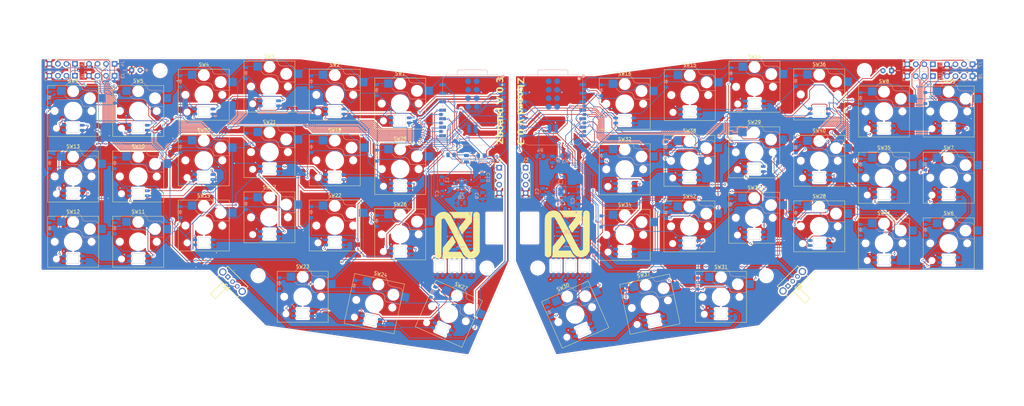
<source format=kicad_pcb>
(kicad_pcb (version 20241229) (generator "pcbnew") (generator_version "9.0")
  (layers (0 "F.Cu" signal) (2 "B.Cu" signal) (13 "F.Paste" user) (15 "B.Paste" user) (5 "F.SilkS" user "F.Silkscreen") (7 "B.SilkS" user "B.Silkscreen") (1 "F.Mask" user) (3 "B.Mask" user) (25 "Edge.Cuts" user))
  (net 0 "")
  (net 1 "Net-(BT1-+)")
  (net 2 "+5V")
  (net 3 "+5V L USB")
  (net 4 "R4")
  (net 5 "C5")
  (net 6 "C2")
  (net 7 "R1")
  (net 8 "C3")
  (net 9 "C4")
  (net 10 "R5")
  (net 11 "R3")
  (net 12 "R2")
  (net 13 "C1")
  (net 14 "Net-(D1-K)")
  (net 15 "Net-(D2-K)")
  (net 16 "Net-(D3-K)")
  (net 17 "Net-(D4-K)")
  (net 18 "Net-(D5-K)")
  (net 19 "GND")
  (net 20 "Net-(D6-DOUT)")
  (net 21 "LED_5v")
  (net 22 "Net-(D7-DOUT)")
  (net 23 "Net-(D9-K)")
  (net 24 "Net-(D10-K)")
  (net 25 "Net-(D11-K)")
  (net 26 "Net-(D12-K)")
  (net 27 "Net-(D13-K)")
  (net 28 "Net-(D17-K)")
  (net 29 "Net-(D18-K)")
  (net 30 "Net-(D19-K)")
  (net 31 "Net-(D20-K)")
  (net 32 "Net-(D21-K)")
  (net 33 "Net-(D22-K)")
  (net 34 "Net-(D23-K)")
  (net 35 "Net-(D24-K)")
  (net 36 "Net-(D25-K)")
  (net 37 "Net-(D26-K)")
  (net 38 "Net-(D27-K)")
  (net 39 "Net-(D14-DIN)")
  (net 40 "Net-(D14-DOUT)")
  (net 41 "Net-(D15-DOUT)")
  (net 42 "Net-(D16-DOUT)")
  (net 43 "Net-(D28-DOUT)")
  (net 44 "Net-(D29-DOUT)")
  (net 45 "Net-(D30-DOUT)")
  (net 46 "Net-(D31-DOUT)")
  (net 47 "Net-(D32-DOUT)")
  (net 48 "Net-(D33-DOUT)")
  (net 49 "Net-(D34-DOUT)")
  (net 50 "Net-(D35-DOUT)")
  (net 51 "Net-(D36-DOUT)")
  (net 52 "Net-(D37-DOUT)")
  (net 53 "Net-(D38-DOUT)")
  (net 54 "Net-(D39-DOUT)")
  (net 55 "Net-(D40-DOUT)")
  (net 56 "Net-(D41-DOUT)")
  (net 57 "LED_3v")
  (net 67 "Net-(D43-K)")
  (net 68 "Net-(D44-K)")
  (net 69 "Net-(D45-K)")
  (net 70 "Net-(D46-K)")
  (net 71 "Net-(D47-K)")
  (net 72 "Net-(D48-K)")
  (net 73 "Net-(D49-K)")
  (net 74 "Net-(D50-K)")
  (net 75 "Net-(D51-K)")
  (net 76 "Net-(D52-K)")
  (net 77 "Net-(D53-K)")
  (net 78 "Net-(D54-K)")
  (net 79 "Net-(D55-K)")
  (net 80 "Net-(D56-K)")
  (net 81 "Net-(D57-K)")
  (net 82 "Net-(D58-K)")
  (net 83 "Net-(D59-K)")
  (net 84 "Net-(D60-K)")
  (net 85 "Net-(D61-K)")
  (net 86 "Net-(D62-K)")
  (net 87 "Net-(D63-K)")
  (net 88 "Net-(D64-DOUT)")
  (net 89 "Net-(D65-DOUT)")
  (net 90 "Net-(D65-DIN)")
  (net 91 "Net-(D66-DOUT)")
  (net 92 "Net-(D66-DIN)")
  (net 93 "Net-(D67-DOUT)")
  (net 94 "Net-(D68-DOUT)")
  (net 95 "Net-(D69-DOUT)")
  (net 96 "Net-(D70-DOUT)")
  (net 97 "Net-(D71-DOUT)")
  (net 98 "Net-(D72-DOUT)")
  (net 99 "Net-(D73-DOUT)")
  (net 100 "Net-(D74-DOUT)")
  (net 101 "Net-(D75-DOUT)")
  (net 102 "Net-(D76-DOUT)")
  (net 103 "Net-(D77-DOUT)")
  (net 104 "Net-(D79-DOUT)")
  (net 105 "Net-(D80-DOUT)")
  (net 106 "Net-(D81-DOUT)")
  (net 107 "Net-(D82-DOUT)")
  (net 112 "Net-(BT3-+)")
  (net 113 "+5V USB")
  (net 114 "+3.3V")
  (net 115 "Net-(C5-Pad2)")
  (net 116 "Net-(C6-Pad2)")
  (net 117 "Net-(U1-VAUX)")
  (net 118 "+3.3V L")
  (net 119 "Net-(D42-DOUT)")
  (net 120 "Net-(D78-DOUT)")
  (net 130 "GND L")
  (net 131 "+5V L")
  (net 132 "C1 L")
  (net 133 "C2 L")
  (net 134 "C3 L")
  (net 135 "C4 L")
  (net 136 "C5 L")
  (net 137 "LED_5v L")
  (net 138 "R1 L")
  (net 139 "R2 L")
  (net 140 "R3 L")
  (net 141 "R4 L")
  (net 142 "R5 L")
  (net 143 "LED_3v L")
  (net 144 "Net-(D85-DOUT)")
  (net 145 "Net-(D86-DOUT)")
  (net 147 "Net-(D88-DOUT)")
  (net 148 "Net-(D89-DOUT)")
  (net 150 "GPIO_6_L")
  (net 151 "GPIO_5_L")
  (net 152 "GPIO_1_L")
  (net 153 "GPIO_2_L")
  (net 154 "GPIO_4_L")
  (net 155 "GPIO_3_L")
  (net 156 "GPIO_8_L")
  (net 157 "GPIO_7_L")
  (net 158 "GPIO_1")
  (net 159 "GPIO_2")
  (net 160 "GPIO_6")
  (net 161 "GPIO_5")
  (net 162 "GPIO_3")
  (net 163 "GPIO_4")
  (net 164 "GPIO_8")
  (net 165 "GPIO_7")
  (net 166 "Net-(U1-L)")
  (net 167 "Net-(U4-L)")
  (net 168 "Net-(U7-GPIO10_XMCLK{slash}ADC_BAT)")
  (net 169 "Net-(U7-BAT+)")
  (net 170 "Net-(U3-GPIO10_XMCLK{slash}ADC_BAT)")
  (net 171 "Net-(U3-BAT+)")
  (footprint "LOGO" (layer "F.Cu") (at 188.214 98.298)
    (property "Reference" "G***" (hide yes))
    (property "Value" "LOGO" (hide yes))
  )
  (footprint "ScottoKeebs_Hotswap:Hotswap_Choc_V1V2_1.00u" (layer "F.Cu") (at 112.595698 95.532461)
    (property "Reference" "SW19")
    (property "Value" "SW_Push")
  )
  (footprint "ScottoKeebs_Hotswap:Hotswap_Choc_V1V2_1.00u" (layer "F.Cu") (at 132.153698 93.062461)
    (property "Reference" "SW17")
    (property "Value" "SW_Push")
  )
  (footprint "KiCad:SLW8645745ARAND" (layer "F.Cu") (at 119.733554 110.86402 -45)
    (property "Reference" "S1")
    (property "Value" "SLW-864574-5A-RA-N-D" (hide yes))
  )
  (footprint "ScottoKeebs_Hotswap:Hotswap_Choc_V1V2_1.00u" (layer "F.Cu") (at 276.686 93.208)
    (property "Reference" "SW33")
    (property "Value" "SW_Push")
  )
  (footprint "ScottoKeebs_Hotswap:Hotswap_Choc_V1V2_1.00u" (layer "F.Cu") (at 151.623698 76.05659)
    (property "Reference" "SW18")
    (property "Value" "SW_Push")
  )
  (footprint "ScottoKeebs_Hotswap:Hotswap_Choc_V1V2_1.00u" (layer "F.Cu") (at 132.153698 54.02859)
    (property "Reference" "SW3")
    (property "Value" "SW_Push")
  )
  (footprint "ScottoKeebs_Hotswap:Hotswap_Choc_V1V2_1.00u" (layer "F.Cu") (at 171.125698 98.142461)
    (property "Reference" "SW26")
    (property "Value" "SW_Push")
  )
  (footprint "ScottoKeebs_Hotswap:Hotswap_Choc_V1V2_1.00u" (layer "F.Cu") (at 334.684 100.828)
    (property "Reference" "SW6")
    (property "Value" "SW_Push")
  )
  (footprint "ScottoKeebs_Hotswap:Hotswap_Choc_V1V2_1.00u" (layer "F.Cu") (at 315.38 100.828)
    (property "Reference" "SW41")
    (property "Value" "SW_Push")
  )
  (footprint "ScottoKeebs_Hotswap:Hotswap_Choc_V1V2_1.00u" (layer "F.Cu") (at 223.316826 122.114523 23.88)
    (property "Reference" "SW30")
    (property "Value" "SW_Push")
  )
  (footprint "ScottoKeebs_Hotswap:Hotswap_Choc_V1V2_1.00u" (layer "F.Cu") (at 151.623698 56.49859)
    (property "Reference" "SW2")
    (property "Value" "SW_Push")
  )
  (footprint "ScottoKeebs_Hotswap:Hotswap_Choc_V1V2_1.00u" (layer "F.Cu") (at 315.38 61.468)
    (property "Reference" "SW8")
    (property "Value" "SW_Push")
  )
  (footprint "ScottoKeebs_Hotswap:Hotswap_Choc_V1V2_1.00u" (layer "F.Cu") (at 171.125698 59.10859)
    (property "Reference" "SW1")
    (property "Value" "SW_Push")
  )
  (footprint "ScottoKeebs_Hotswap:Hotswap_Choc_V1V2_1.00u" (layer "F.Cu") (at 142.059698 116.76659)
    (property "Reference" "SW23")
    (property "Value" "SW_Push")
  )
  (footprint "Connector_PinHeader_2.54mm:PinHeader_1x04_P2.54mm_Vertical" (layer "F.Cu") (at 208.534 78.232)
    (property "Reference" "J2")
    (property "Value" "Conn_01x04_Socket")
  )
  (footprint "ScottoKeebs_Hotswap:Hotswap_Choc_V1V2_1.00u" (layer "F.Cu") (at 296.076 95.748)
    (property "Reference" "SW28")
    (property "Value" "SW_Push")
  )
  (footprint "LOGO" (layer "F.Cu") (at 220.98 97.917)
    (property "Reference" "G***" (hide yes))
    (property "Value" "LOGO" (hide yes))
  )
  (footprint "ScottoKeebs_Hotswap:Hotswap_Choc_V1V2_1.00u" (layer "F.Cu") (at 245.570994 118.99388 11.94)
    (property "Reference" "SW37")
    (property "Value" "SW_Push")
  )
  (footprint "ScottoKeebs_Hotswap:Hotswap_Choc_V1V2_1.00u" (layer "F.Cu") (at 112.595698 76.05659)
    (property "Reference" "SW20")
    (property "Value" "SW_Push")
  )
  (footprint "ScottoKeebs_Hotswap:Hotswap_Choc_V1V2_1.00u" (layer "F.Cu") (at 238.078 59.172)
    (property "Reference" "SW16")
    (property "Value" "SW_Push")
  )
  (footprint "ScottoKeebs_Hotswap:Hotswap_Choc_V1V2_1.00u" (layer "F.Cu") (at 296.076 76.19)
    (property "Reference" "SW40")
    (property "Value" "SW_Push")
  )
  (footprint "ScottoKeebs_Hotswap:Hotswap_Choc_V1V2_1.00u" (layer "F.Cu") (at 93.037698 80.88259)
    (property "Reference" "SW10")
    (property "Value" "SW_Push")
  )
  (footprint "ScottoKeebs_Hotswap:Hotswap_Choc_V1V2_1.00u" (layer "F.Cu") (at 112.595698 56.49859)
    (property "Reference" "SW4")
    (property "Value" "SW_Push")
  )
  (footprint "ScottoKeebs_Hotswap:Hotswap_Choc_V1V2_1.00u" (layer "F.Cu") (at 73.615698 80.88259)
    (property "Reference" "SW13")
    (property "Value" "SW_Push")
  )
  (footprint "ScottoKeebs_Hotswap:Hotswap_Choc_V1V2_1.00u" (layer "F.Cu") (at 185.659698 121.84659 -23.88)
    (property "Reference" "SW27")
    (property "Value" "SW_Push")
  )
  (footprint "ScottoKeebs_Hotswap:Hotswap_Choc_V1V2_1.00u" (layer "F.Cu") (at 296.076 56.388)
    (property "Reference" "SW36")
    (property "Value" "SW_Push")
  )
  (footprint "ScottoKeebs_Hotswap:Hotswap_Choc_V1V2_1.00u" (layer "F.Cu") (at 238.086 98.298)
    (property "Reference" "SW34")
    (property "Value" "SW_Push")
  )
  (footprint "ScottoKeebs_Hotswap:Hotswap_Choc_V1V2_1.00u" (layer "F.Cu") (at 276.772 54.102)
    (property "Reference" "SW14")
    (property "Value" "SW_Push")
  )
  (footprint "ScottoKeebs_Hotswap:Hotswap_Choc_V1V2_1.00u" (layer "F.Cu") (at 151.623698 95.532461)
    (property "Reference" "SW22")
    (property "Value" "SW_Push")
  )
  (footprint "ScottoKeebs_Hotswap:Hotswap_Choc_V1V2_1.00u" (layer "F.Cu") (at 93.037698 61.32459)
    (property "Reference" "SW5")
    (property "Value" "SW_Push")
  )
  (footprint "Connector_PinHeader_2.54mm:PinHeader_1x04_P2.54mm_Vertical" (layer "F.Cu") (at 200.66 78.242)
    (property "Reference" "J1")
    (property "Value" "Conn_01x04_Socket")
  )
  (footprint "ScottoKeebs_Hotswap:Hotswap_Choc_V1V2_1.00u" (layer "F.Cu") (at 93.037698 100.358461)
    (property "Reference" "SW11")
    (property "Value" "SW_Push")
  )
  (footprint "ScottoKeebs_Hotswap:Hotswap_Choc_V1V2_1.00u" (layer "F.Cu") (at 257.476 56.572)
    (property "Reference" "SW15")
    (property "Value" "SW_Push")
  )
  (footprint "KiCad:SLW8645745ARAND" (layer "F.Cu") (at 286.75902 113.565447 45)
    (property "Reference" "S2")
    (property "Value" "SLW-864574-5A-RA-N-D" (hide yes))
  )
  (footprint "ScottoKeebs_Hotswap:Hotswap_Choc_V1V2_1.00u" (layer "F.Cu") (at 163.422991 118.858448 -11.94)
    (property "Reference" "SW24")
    (property "Value" "SW_Push")
  )
  (footprint "ScottoKeebs_Hotswap:Hotswap_Choc_V1V2_1.00u" (layer "F.Cu") (at 276.686 73.65)
    (property "Reference" "SW29")
    (property "Value" "SW_Push")
  )
  (footprint "ScottoKeebs_Hotswap:Hotswap_Choc_V1V2_1.00u" (layer "F.Cu") (at 334.684 61.468)
    (property "Reference" "SW39")
    (property "Value" "SW_Push")
  )
  (footprint "ScottoKeebs_Hotswap:Hotswap_Choc_V1V2_1.00u" (layer "F.Cu") (at 266.788 116.84)
    (property "Reference" "SW31")
    (property "Value" "SW_Push")
  )
  (footprint "ScottoKeebs_Hotswap:Hotswap_Choc_V1V2_1.00u" (layer "F.Cu") (at 171.125698 78.66659)
    (property "Reference" "SW25")
    (property "Value" "SW_Push")
  )
  (footprint "ScottoKeebs_Hotswap:Hotswap_Choc_V1V2_1.00u" (layer "F.Cu") (at 334.684 81.27)
    (property "Reference" "SW7")
    (property "Value" "SW_Push")
  )
  (footprint "ScottoKeebs_Hotswap:Hotswap_Choc_V1V2_1.00u" (layer "F.Cu") (at 315.38 81.27)
    (property "Reference" "SW35")
    (property "Value" "SW_Push")
  )
  (footprint "ScottoKeebs_Hotswap:Hotswap_Choc_V1V2_1.00u" (layer "F.Cu") (at 73.615698 61.32459)
    (property "Reference" "SW9")
    (property "Value" "SW_Push")
  )
  (footprint "ScottoKeebs_Hotswap:Hotswap_Choc_V1V2_1.00u" (layer "F.Cu") (at 257.382 95.758)
    (property "Reference" "SW42")
    (property "Value" "SW_Push")
  )
  (footprint "ScottoKeebs_Hotswap:Hotswap_Choc_V1V2_1.00u" (layer "F.Cu") (at 238.078 78.73)
    (property "Reference" "SW32")
    (property "Value" "SW_Push")
  )
  (footprint "ScottoKeebs_Hotswap:Hotswap_Choc_V1V2_1.00u" (layer "F.Cu") (at 73.615698 100.358461)
    (property "Reference" "SW12")
    (property "Value" "SW_Push")
  )
  (footprint "ScottoKeebs_Hotswap:Hotswap_Choc_V1V2_1.00u" (layer "F.Cu") (at 132.153698 73.58659)
    (property "Reference" "SW21")
    (property "Value" "SW_Push")
  )
  (footprint "ScottoKeebs_Hotswap:Hotswap_Choc_V1V2_1.00u" (layer "F.Cu") (at 257.382 76.2)
    (property "Reference" "SW38")
    (property "Value" "SW_Push")
  )
  (footprint "ScottoKeebs_Components:LED_SK6812MINI" (layer "B.Cu") (at 221.881 107.569 90)
    (property "Reference" "D89" (hide yes))
    (property "Value" "LED_SK6812MINI" (hide yes))
    (fp_line (start 1.7 -1.5) (end 1.7 1.5) (stroke (width 0.12)) (layer "Edge.Cuts"))
    (fp_line (start -1.7 -1.5) (end 1.7 -1.5) (stroke (width 0.12)) (layer "Edge.Cuts"))
    (fp_line (start 1.7 1.5) (end -1.7 1.5) (stroke (width 0.12)) (layer "Edge.Cuts"))
    (fp_line (start -1.7 1.5) (end -1.7 -1.5) (stroke (width 0.12)) (layer "Edge.Cuts"))
  )
  (footprint "ScottoKeebs_Components:LED_SK6812MINI" (layer "B.Cu") (at 238.086 103.298)
    (property "Reference" "D66" (hide yes))
    (property "Value" "LED_SK6812MINI" (hide yes))
    (fp_line (start -1.7 -1.5) (end 1.7 -1.5) (stroke (width 0.12)) (layer "Edge.Cuts"))
    (fp_line (start -1.7 1.5) (end -1.7 -1.5) (stroke (width 0.12)) (layer "Edge.Cuts"))
    (fp_line (start 1.7 -1.5) (end 1.7 1.5) (stroke (width 0.12)) (layer "Edge.Cuts"))
    (fp_line (start 1.7 1.5) (end -1.7 1.5) (stroke (width 0.12)) (layer "Edge.Cuts"))
  )
  (footprint "xiao ESP32S3 Plus_PCB:MOUDLE23P-SMD-2.54-21X17.8MM.kicad_mod.kicad_sym" (layer "B.Cu") (at 216.726857 58.901509 90)
    (property "Reference" "U3" (hide yes))
    (property "Value" "XIAO-HALF-HOLE-23P" (hide yes))
  )
  (footprint "ScottoKeebs_Components:LED_SK6812MINI" (layer "B.Cu") (at 112.595698 81.05659)
    (property "Reference" "D32" (hide yes))
    (property "Value" "LED_SK6812MINI" (hide yes))
    (fp_line (start -1.7 -1.5) (end 1.7 -1.5) (stroke (width 0.12)) (layer "Edge.Cuts"))
    (fp_line (start -1.7 1.5) (end -1.7 -1.5) (stroke (width 0.12)) (layer "Edge.Cuts"))
    (fp_line (start 1.7 -1.5) (end 1.7 1.5) (stroke (width 0.12)) (layer "Edge.Cuts"))
    (fp_line (start 1.7 1.5) (end -1.7 1.5) (stroke (width 0.12)) (layer "Edge.Cuts"))
  )
  (footprint "ScottoKeebs_Components:LED_SK6812MINI" (layer "B.Cu") (at 162.388555 123.750272 -11.94)
    (property "Reference" "D41" (hide yes))
    (property "Value" "LED_SK6812MINI" (hide yes))
    (fp_line (start -1.7 1.5) (end -1.7 -1.500001) (stroke (width 0.12)) (layer "Edge.Cuts"))
    (fp_line (start -1.7 -1.500001) (end 1.7 -1.5) (stroke (width 0.12)) (layer "Edge.Cuts"))
    (fp_line (start 1.7 1.500001) (end -1.7 1.5) (stroke (width 0.12)) (layer "Edge.Cuts"))
    (fp_line (start 1.7 -1.5) (end 1.7 1.500001) (stroke (width 0.12)) (layer "Edge.Cuts"))
  )
  (footprint "ScottoKeebs_Components:Diode_SOD-123" (layer "B.Cu") (at 66.615698 57.32459 -90)
    (property "Reference" "D9" (hide yes))
    (property "Value" "D")
  )
  (footprint "ScottoKeebs_Components:LED_SK6812MINI" (layer "B.Cu") (at 93.037698 66.32459)
    (property "Reference" "D15" (hide yes))
    (property "Value" "LED_SK6812MINI" (hide yes))
    (fp_line (start -1.7 -1.5) (end 1.7 -1.5) (stroke (width 0.12)) (layer "Edge.Cuts"))
    (fp_line (start -1.7 1.5) (end -1.7 -1.5) (stroke (width 0.12)) (layer "Edge.Cuts"))
    (fp_line (start 1.7 -1.5) (end 1.7 1.5) (stroke (width 0.12)) (layer "Edge.Cuts"))
    (fp_line (start 1.7 1.5) (end -1.7 1.5) (stroke (width 0.12)) (layer "Edge.Cuts"))
  )
  (footprint "ScottoKeebs_Components:LED_SK6812MINI" (layer "B.Cu") (at 296.076 81.19)
    (property "Reference" "D71" (hide yes))
    (property "Value" "LED_SK6812MINI" (hide yes))
    (fp_line (start -1.7 -1.5) (end 1.7 -1.5) (stroke (width 0.12)) (layer "Edge.Cuts"))
    (fp_line (start -1.7 1.5) (end -1.7 -1.5) (stroke (width 0.12)) (layer "Edge.Cuts"))
    (fp_line (start 1.7 -1.5) (end 1.7 1.5) (stroke (width 0.12)) (layer "Edge.Cuts"))
    (fp_line (start 1.7 1.5) (end -1.7 1.5) (stroke (width 0.12)) (layer "Edge.Cuts"))
  )
  (footprint "ScottoKeebs_Components:LED_SK6812MINI" (layer "B.Cu") (at 73.615698 105.358461)
    (property "Reference" "D29" (hide yes))
    (property "Value" "LED_SK6812MINI" (hide yes))
    (fp_line (start -1.7 -1.5) (end 1.7 -1.5) (stroke (width 0.12)) (layer "Edge.Cuts"))
    (fp_line (start -1.7 1.5) (end -1.7 -1.5) (stroke (width 0.12)) (layer "Edge.Cuts"))
    (fp_line (start 1.7 -1.5) (end 1.7 1.5) (stroke (width 0.12)) (layer "Edge.Cuts"))
    (fp_line (start 1.7 1.5) (end -1.7 1.5) (stroke (width 0.12)) (layer "Edge.Cuts"))
  )
  (footprint "ScottoKeebs_Components:Diode_SOD-123" (layer "B.Cu") (at 66.615698 96.358461 -90)
    (property "Reference" "D12" (hide yes))
    (property "Value" "D")
  )
  (footprint "Connector_PinHeader_2.54mm:PinHeader_1x04_P2.54mm_Vertical" (layer "B.Cu") (at 85.979 50.8 90)
    (property "Reference" "J3")
    (property "Value" "Conn_01x04_Socket")
  )
  (footprint "ScottoKeebs_Components:Diode_SOD-123" (layer "B.Cu") (at 164.125698 94.142461 -90)
    (property "Reference" "D26" (hide yes))
    (property "Value" "D")
  )
  (footprint "ScottoKeebs_Components:LED_SK6812MINI" (layer "B.Cu") (at 151.623698 81.05659)
    (property "Reference" "D36" (hide yes))
    (property "Value" "LED_SK6812MINI" (hide yes))
    (fp_line (start -1.7 -1.5) (end 1.7 -1.5) (stroke (width 0.12)) (layer "Edge.Cuts"))
    (fp_line (start -1.7 1.5) (end -1.7 -1.5) (stroke (width 0.12)) (layer "Edge.Cuts"))
    (fp_line (start 1.7 -1.5) (end 1.7 1.5) (stroke (width 0.12)) (layer "Edge.Cuts"))
    (fp_line (start 1.7 1.5) (end -1.7 1.5) (stroke (width 0.12)) (layer "Edge.Cuts"))
  )
  (footprint "ScottoKeebs_Components:LED_SK6812MINI" (layer "B.Cu") (at 238.078 64.172)
    (property "Reference" "D64" (hide yes))
    (property "Value" "LED_SK6812MINI" (hide yes))
    (fp_line (start -1.7 -1.5) (end 1.7 -1.5) (stroke (width 0.12)) (layer "Edge.Cuts"))
    (fp_line (start -1.7 1.5) (end -1.7 -1.5) (stroke (width 0.12)) (layer "Edge.Cuts"))
    (fp_line (start 1.7 -1.5) (end 1.7 1.5) (stroke (width 0.12)) (layer "Edge.Cuts"))
    (fp_line (start 1.7 1.5) (end -1.7 1.5) (stroke (width 0.12)) (layer "Edge.Cuts"))
  )
  (footprint "ScottoKeebs_Components:Diode_SOD-123" (layer "B.Cu") (at 144.623698 91.532461 -90)
    (property "Reference" "D22" (hide yes))
    (property "Value" "D")
  )
  (footprint "TPS61202DRCR:VREG_V62_16624-01YE" (layer "B.Cu") (at 189.484 83.439)
    (property "Reference" "U1")
    (property "Value" "TPS61202DRCR")
  )
  (footprint "ScottoKeebs_Components:Diode_SOD-123" (layer "B.Cu") (at 105.595698 52.49859 -90)
    (property "Reference" "D4" (hide yes))
    (property "Value" "D")
  )
  (footprint "ScottoKeebs_Components:LED_SK6812MINI" (layer "B.Cu") (at 151.623698 61.49859)
    (property "Reference" "D7" (hide yes))
    (property "Value" "LED_SK6812MINI" (hide yes))
    (fp_line (start -1.7 -1.5) (end 1.7 -1.5) (stroke (width 0.12)) (layer "Edge.Cuts"))
    (fp_line (start -1.7 1.5) (end -1.7 -1.5) (stroke (width 0.12)) (layer "Edge.Cuts"))
    (fp_line (start 1.7 -1.5) (end 1.7 1.5) (stroke (width 0.12)) (layer "Edge.Cuts"))
    (fp_line (start 1.7 1.5) (end -1.7 1.5) (stroke (width 0.12)) (layer "Edge.Cuts"))
  )
  (footprint "ScottoKeebs_Components:Diode_SOD-123" (layer "B.Cu") (at 269.686 69.65 -90)
    (property "Reference" "D46" (hide yes))
    (property "Value" "D")
  )
  (footprint "ScottoKeebs_Components:Diode_SOD-123" (layer "B.Cu") (at 231.078 74.73 -90)
    (property "Reference" "D51" (hide yes))
    (property "Value" "D")
  )
  (footprint "ScottoKeebs_Components:Diode_SOD-123" (layer "B.Cu") (at 231.086 94.298 -90)
    (property "Reference" "D55" (hide yes))
    (property "Value" "D")
  )
  (footprint "ScottoKeebs_Components:Diode_SOD-123" (layer "B.Cu") (at 66.615698 76.88259 -90)
    (property "Reference" "D13" (hide yes))
    (property "Value" "D")
  )
  (footprint "ScottoKeebs_Components:LED_SK6812MINI" (layer "B.Cu") (at 171.125698 64.10859)
    (property "Reference" "D6" (hide yes))
    (property "Value" "LED_SK6812MINI" (hide yes))
    (fp_line (start -1.7 -1.5) (end 1.7 -1.5) (stroke (width 0.12)) (layer "Edge.Cuts"))
    (fp_line (start -1.7 1.5) (end -1.7 -1.5) (stroke (width 0.12)) (layer "Edge.Cuts"))
    (fp_line (start 1.7 -1.5) (end 1.7 1.5) (stroke (width 0.12)) (layer "Edge.Cuts"))
    (fp_line (start 1.7 1.5) (end -1.7 1.5) (stroke (width 0.12)) (layer "Edge.Cuts"))
  )
  (footprint "ScottoKeebs_Components:LED_SK6812MINI" (layer "B.Cu") (at 334.684 66.468)
    (property "Reference" "D79" (hide yes))
    (property "Value" "LED_SK6812MINI" (hide yes))
    (fp_line (start -1.7 -1.5) (end 1.7 -1.5) (stroke (width 0.12)) (layer "Edge.Cuts"))
    (fp_line (start -1.7 1.5) (end -1.7 -1.5) (stroke (width 0.12)) (layer "Edge.Cuts"))
    (fp_line (start 1.7 -1.5) (end 1.7 1.5) (stroke (width 0.12)) (layer "Edge.Cuts"))
    (fp_line (start 1.7 1.5) (end -1.7 1.5) (stroke (width 0.12)) (layer "Edge.Cuts"))
  )
  (footprint "ScottoKeebs_Components:LED_SK6812MINI" (layer "B.Cu") (at 112.595698 61.49859)
    (property "Reference" "D14" (hide yes))
    (property "Value" "LED_SK6812MINI" (hide yes))
    (fp_line (start -1.7 -1.5) (end 1.7 -1.5) (stroke (width 0.12)) (layer "Edge.Cuts"))
    (fp_line (start -1.7 1.5) (end -1.7 -1.5) (stroke (width 0.12)) (layer "Edge.Cuts"))
    (fp_line (start 1.7 -1.5) (end 1.7 1.5) (stroke (width 0.12)) (layer "Edge.Cuts"))
    (fp_line (start 1.7 1.5) (end -1.7 1.5) (stroke (width 0.12)) (layer "Edge.Cuts"))
  )
  (footprint "ScottoKeebs_Components:LED_SK6812MINI" (layer "B.Cu") (at 238.078 83.73)
    (property "Reference" "D84" (hide yes))
    (property "Value" "LED_SK6812MINI" (hide yes))
    (fp_line (start -1.7 -1.5) (end 1.7 -1.5) (stroke (width 0.12)) (layer "Edge.Cuts"))
    (fp_line (start -1.7 1.5) (end -1.7 -1.5) (stroke (width 0.12)) (layer "Edge.Cuts"))
    (fp_line (start 1.7 -1.5) (end 1.7 1.5) (stroke (width 0.12)) (layer "Edge.Cuts"))
    (fp_line (start 1.7 1.5) (end -1.7 1.5) (stroke (width 0.12)) (layer "Edge.Cuts"))
  )
  (footprint "Inductor_SMD:L_0805_2012Metric" (layer "B.Cu") (at 218.948 81.026)
    (property "Reference" "L2")
    (property "Value" "2.2uH")
  )
  (footprint "ScottoKeebs_Components:LED_SK6812MINI" (layer "B.Cu") (at 132.153698 78.58659)
    (property "Reference" "D35" (hide yes))
    (property "Value" "LED_SK6812MINI" (hide yes))
    (fp_line (start -1.7 -1.5) (end 1.7 -1.5) (stroke (width 0.12)) (layer "Edge.Cuts"))
    (fp_line (start -1.7 1.5) (end -1.7 -1.5) (stroke (width 0.12)) (layer "Edge.Cuts"))
    (fp_line (start 1.7 -1.5) (end 1.7 1.5) (stroke (width 0.12)) (layer "Edge.Cuts"))
    (fp_line (start 1.7 1.5) (end -1.7 1.5) (stroke (width 0.12)) (layer "Edge.Cuts"))
  )
  (footprint "ScottoKeebs_Scotto:Battery" (layer "B.Cu") (at 92.329 49.149 180)
    (property "Reference" "BT3" (hide yes))
    (property "Value" "Battery")
  )
  (footprint "ScottoKeebs_Components:LED_SK6812MINI" (layer "B.Cu") (at 183.007 107.569 -90)
    (property "Reference" "D85" (hide yes))
    (property "Value" "LED_SK6812MINI" (hide yes))
    (fp_line (start -1.7 1.5) (end -1.7 -1.5) (stroke (width 0.12)) (layer "Edge.Cuts"))
    (fp_line (start 1.7 1.5) (end -1.7 1.5) (stroke (width 0.12)) (layer "Edge.Cuts"))
    (fp_line (start -1.7 -1.5) (end 1.7 -1.5) (stroke (width 0.12)) (layer "Edge.Cuts"))
    (fp_line (start 1.7 -1.5) (end 1.7 1.5) (stroke (width 0.12)) (layer "Edge.Cuts"))
  )
  (footprint "ScottoKeebs_Components:Diode_SOD-123" (layer "B.Cu") (at 250.382 72.2 -90)
    (property "Reference" "D59" (hide yes))
    (property "Value" "D")
  )
  (footprint "xiao ESP32S3 Plus_PCB:MOUDLE23P-SMD-2.54-21X17.8MM.kicad_mod.kicad_sym" (layer "B.Cu") (at 192.723857 58.901509 90)
    (property "Reference" "U7" (hide yes))
    (property "Value" "XIAO-HALF-HOLE-23P" (hide yes))
  )
  (footprint "ScottoKeebs_Components:Diode_SOD-123" (layer "B.Cu") (at 250.476 52.572 -90)
    (property "Reference" "D49" (hide yes))
    (property "Value" "D")
  )
  (footprint "ScottoKeebs_Components:LED_SK6812MINI" (layer "B.Cu") (at 132.153698 59.02859)
    (property "Reference" "D8" (hide yes))
    (property "Value" "LED_SK6812MINI" (hide yes))
    (fp_line (start -1.7 -1.5) (end 1.7 -1.5) (stroke (width 0.12)) (layer "Edge.Cuts"))
    (fp_line (start -1.7 1.5) (end -1.7 -1.5) (stroke (width 0.12)) (layer "Edge.Cuts"))
    (fp_line (start 1.7 -1.5) (end 1.7 1.5) (stroke (width 0.12)) (layer "Edge.Cuts"))
    (fp_line (start 1.7 1.5) (end -1.7 1.5) (stroke (width 0.12)) (layer "Edge.Cuts"))
  )
  (footprint "ScottoKeebs_Components:LED_SK6812MINI" (layer "B.Cu") (at 226.199 107.569 90)
    (property "Reference" "D88" (hide yes))
    (property "Value" "LED_SK6812MINI" (hide yes))
    (fp_line (start 1.7 -1.5) (end 1.7 1.5) (stroke (width 0.12)) (layer "Edge.Cuts"))
    (fp_line (start -1.7 -1.5) (end 1.7 -1.5) (stroke (width 0.12)) (layer "Edge.Cuts"))
    (fp_line (start 1.7 1.5) (end -1.7 1.5) (stroke (width 0.12)) (layer "Edge.Cuts"))
    (fp_line (start -1.7 1.5) (end -1.7 -1.5) (stroke (width 0.12)) (layer "Edge.Cuts"))
  )
  (footprint "TPS61202DRCR:VREG_V62_16624-01YE" (layer "B.Cu") (at 219.075 85.41)
    (property "Reference" "U4")
    (property "Value" "TPS61202DRCR")
  )
  (footprint "ScottoKeebs_Components:LED_SK6812MINI" (layer "B.Cu") (at 73.615698 66.32459)
    (property "Reference" "D16" (hide yes))
    (property "Value" "LED_SK6812MINI" (hide yes))
    (fp_line (start -1.7 -1.5) (end 1.7 -1.5) (stroke (width 0.12)) (layer "Edge.Cuts"))
    (fp_line (start -1.7 1.5) (end -1.7 -1.5) (stroke (width 0.12)) (layer "Edge.Cuts"))
    (fp_line (start 1.7 -1.5) (end 1.7 1.5) (stroke (width 0.12)) (layer "Edge.Cuts"))
    (fp_line (start 1.7 1.5) (end -1.7 1.5) (stroke (width 0.12)) (layer "Edge.Cuts"))
  )
  (footprint "ScottoKeebs_Components:LED_SK6812MINI" (layer "B.Cu") (at 225.552 126.746 23.88)
    (property "Reference" "D78" (hide yes))
    (property "Value" "LED_SK6812MINI" (hide yes))
    (fp_line (start -1.7 -1.5) (end 1.7 -1.5) (stroke (width 0.12)) (layer "Edge.Cuts"))
    (fp_line (start -1.7 1.5) (end -1.7 -1.5) (stroke (width 0.12)) (layer "Edge.Cuts"))
    (fp_line (start 1.7 -1.5) (end 1.7 1.5) (stroke (width 0.12)) (layer "Edge.Cuts"))
    (fp_line (start 1.7 1.5) (end -1.7 1.5) (stroke (width 0.12)) (layer "Edge.Cuts"))
  )
  (footprint "ScottoKeebs_Components:LED_SK6812MINI" (layer "B.Cu") (at 334.684 105.828)
    (property "Reference" "D83" (hide yes))
    (property "Value" "LED_SK6812MINI" (hide yes))
    (fp_line (start -1.7 -1.5) (end 1.7 -1.5) (stroke (width 0.12)) (layer "Edge.Cuts"))
    (fp_line (start -1.7 1.5) (end -1.7 -1.5) (stroke (width 0.12)) (layer "Edge.Cuts"))
    (fp_line (start 1.7 -1.5) (end 1.7 1.5) (stroke (width 0.12)) (layer "Edge.Cuts"))
    (fp_line (start 1.7 1.5) (end -1.7 1.5) (stroke (width 0.12)) (layer "Edge.Cuts"))
  )
  (footprint "ScottoKeebs_Components:Diode_SOD-123" (layer "B.Cu") (at 105.595698 91.532461 -90)
    (property "Reference" "D19" (hide yes))
    (property "Value" "D")
  )
  (footprint "Capacitor_SMD:C_0603_1608Metric" (layer "B.Cu") (at 224.279 84.759 90)
    (property "Reference" "C4")
    (property "Value" "1uF")
  )
  (footprint "ScottoKeebs_Components:Diode_SOD-123" (layer "B.Cu") (at 125.153698 50.02859 -90)
    (property "Reference" "D3" (hide yes))
    (property "Value" "D")
  )
  (footprint "ScottoKeebs_Components:Diode_SOD-123" (layer "B.Cu") (at 86.037698 57.32459 -90)
    (property "Reference" "D5" (hide yes))
    (property "Value" "D")
  )
  (footprint "Capacitor_SMD:C_0805_2012Metric" (layer "B.Cu") (at 219.326 90.601 180)
    (property "Reference" "C3")
    (property "Value" "10uF")
  )
  (footprint "Inductor_SMD:L_0805_2012Metric" (layer "B.Cu") (at 183.515 82.042 90)
    (property "Reference" "L1")
    (property "Value" "2.2uH")
  )
  (footprint "Capacitor_SMD:C_0805_2012Metric" (layer "B.Cu") (at 190.881 75.565 90)
    (property "Reference" "C5")
    (property "Value" "100nF")
  )
  (footprint "ScottoKeebs_Components:Diode_SOD-123" (layer "B.Cu") (at 125.153698 89.062461 -90)
    (property "Reference" "D17" (hide yes))
    (property "Value" "D")
  )
  (footprint "ScottoKeebs_Components:Diode_SOD-123" (layer "B.Cu") (at 289.076 52.388 -90)
    (property "Reference" "D57" (hide yes))
    (property "Value" "D")
  )
  (footprint "ScottoKeebs_Components:LED_SK6812MINI" (layer "B.Cu") (at 257.382 81.2)
    (property "Reference" "D82" (hide yes))
    (property "Value" "LED_SK6812MINI" (hide yes))
    (fp_line (start -1.7 -1.5) (end 1.7 -1.5) (stroke (width 0.12)) (layer "Edge.Cuts"))
    (fp_line (start -1.7 1.5) (end -1.7 -1.5) (stroke (width 0.12)) (layer "Edge.Cuts"))
    (fp_line (start 1.7 -1.5) (end 1.7 1.5) (stroke (width 0.12)) (layer "Edge.Cuts"))
    (fp_line (start 1.7 1.5) (end -1.7 1.5) (stroke (width 0.12)) (layer "Edge.Cuts"))
  )
  (footprint "ScottoKeebs_Components:LED_SK6812MINI" (layer "B.Cu") (at 296.076 61.388)
    (property "Reference" "D73" (hide yes))
    (property "Value" "LED_SK6812MINI" (hide yes))
    (fp_line (start -1.7 -1.5) (end 1.7 -1.5) (stroke (width 0.12)) (layer "Edge.Cuts"))
    (fp_line (start -1.7 1.5) (end -1.7 -1.5) (stroke (width 0.12)) (layer "Edge.Cuts"))
    (fp_line (start 1.7 -1.5) (end 1.7 1.5) (stroke (width 0.12)) (layer "Edge.Cuts"))
    (fp_line (start 1.7 1.5) (end -1.7 1.5) (stroke (width 0.12)) (layer "Edge.Cuts"))
  )
  (footprint "ScottoKeebs_Components:LED_SK6812MINI" (layer "B.Cu") (at 276.686 98.208)
    (property "Reference" "D77" (hide yes))
    (property "Value" "LED_SK6812MINI" (hide yes))
    (fp_line (start -1.7 -1.5) (end 1.7 -1.5) (stroke (width 0.12)) (layer "Edge.Cuts"))
    (fp_line (start -1.7 1.5) (end -1.7 -1.5) (stroke (width 0.12)) (layer "Edge.Cuts"))
    (fp_line (start 1.7 -1.5) (end 1.7 1.5) (stroke (width 0.12)) (layer "Edge.Cuts"))
    (fp_line (start 1.7 1.5) (end -1.7 1.5) (stroke (width 0.12)) (layer "Edge.Cuts"))
  )
  (footprint "Capacitor_SMD:C_0805_2012Metric" (layer "B.Cu") (at 224.279 88.188 -90)
    (property "Reference" "C2")
    (property "Value" "10uF")
  )
  (footprint "ScottoKeebs_Components:LED_SK6812MINI" (layer "B.Cu") (at 171.125698 83.66659)
    (property "Reference" "D37" (hide yes))
    (property "Value" "LED_SK6812MINI" (hide yes))
    (fp_line (start -1.7 -1.5) (end 1.7 -1.5) (stroke (width 0.12)) (layer "Edge.Cuts"))
    (fp_line (start -1.7 1.5) (end -1.7 -1.5) (stroke (width 0.12)) (layer "Edge.Cuts"))
    (fp_line (start 1.7 -1.5) (end 1.7 1.5) (stroke (width 0.12)) (layer "Edge.Cuts"))
    (fp_line (start 1.7 1.5) (end -1.7 1.5) (stroke (width 0.12)) (layer "Edge.Cuts"))
  )
  (footprint "ScottoKeebs_Components:LED_SK6812MINI" (layer "B.Cu") (at 73.615698 85.88259)
    (property "Reference" "D28" (hide yes))
    (property "Value" "LED_SK6812MINI" (hide yes))
    (fp_line (start -1.7 -1.5) (end 1.7 -1.5) (stroke (width 0.12)) (layer "Edge.Cuts"))
    (fp_line (start -1.7 1.5) (end -1.7 -1.5) (stroke (width 0.12)) (layer "Edge.Cuts"))
    (fp_line (start 1.7 -1.5) (end 1.7 1.5) (stroke (width 0.12)) (layer "Edge.Cuts"))
    (fp_line (start 1.7 1.5) (end -1.7 1.5) (stroke (width 0.12)) (layer "Edge.Cuts"))
  )
  (footprint "ScottoKeebs_Components:Diode_SOD-123" (layer "B.Cu") (at 308.38 77.27 -90)
    (property "Reference" "D56" (hide yes))
    (property "Value" "D")
  )
  (footprint "ScottoKeebs_Components:LED_SK6812MINI" (layer "B.Cu") (at 296.076 100.748)
    (property "Reference" "D74" (hide yes))
    (property "Value" "LED_SK6812MINI" (hide yes))
    (fp_line (start -1.7 -1.5) (end 1.7 -1.5) (stroke (width 0.12)) (layer "Edge.Cuts"))
    (fp_line (start -1.7 1.5) (end -1.7 -1.5) (stroke (width 0.12)) (layer "Edge.Cuts"))
    (fp_line (start 1.7 -1.5) (end 1.7 1.5) (stroke (width 0.12)) (layer "Edge.Cuts"))
    (fp_line (start 1.7 1.5) (end -1.7 1.5) (stroke (width 0.12)) (layer "Edge.Cuts"))
  )
  (footprint "Connector_PinHeader_2.54mm:PinHeader_1x04_P2.54mm_Vertical" (layer "B.Cu") (at 74.168 47.244 90)
    (property "Reference" "J5")
    (property "Value" "Conn_01x04_Socket")
  )
  (footprint "ScottoKeebs_Components:Diode_SOD-123" (layer "B.Cu") (at 237.998 116.586 -78.06)
    (property "Reference" "D58" (hide yes))
    (property "Value" "D")
  )
  (footprint "ScottoKeebs_Components:LED_SK6812MINI" (layer "B.Cu") (at 183.635586 126.418567 -23.88)
    (property "Reference" "D42" (hide yes))
    (property "Value" "LED_SK6812MINI" (hide yes))
    (fp_line (start -1.7 1.5) (end -1.7 -1.5) (stroke (width 0.12)) (layer "Edge.Cuts"))
    (fp_line (start -1.7 -1.5) (end 1.7 -1.5) (stroke (width 0.12)) (layer "Edge.Cuts"))
    (fp_line (start 1.7 1.5) (end -1.7 1.5) (stroke (width 0.12)) (layer "Edge.Cuts"))
    (fp_line (start 1.7 -1.5) (end 1.7 1.5) (stroke (width 0.12)) (layer "Edge.Cuts"))
  )
  (footprint "Connector_PinHeader_2.54mm:PinHeader_1x04_P2.54mm_Vertical" (layer "B.Cu") (at 329.946 50.927 90)
    (property "Reference" "J10")
    (property "Value" "Conn_01x04_Socket")
  )
  (footprint "ScottoKeebs_Components:LED_SK6812MINI" (layer "B.Cu") (at 257.476 61.572)
    (property "Reference" "D67" (hide yes))
    (property "Value" "LED_SK6812MINI" (hide yes))
    (fp_line (start -1.7 -1.5) (end 1.7 -1.5) (stroke (width 0.12)) (layer "Edge.Cuts"))
    (fp_line (start -1.7 1.5) (end -1.7 -1.5) (stroke (width 0.12)) (layer "Edge.Cuts"))
    (fp_line (start 1.7 -1.5) (end 1.7 1.5) (stroke (width 0.12)) (layer "Edge.Cuts"))
    (fp_line (start 1.7 1.5) (end -1.7 1.5) (stroke (width 0.12)) (layer "Edge.Cuts"))
  )
  (footprint "ScottoKeebs_Components:Diode_SOD-123" (layer "B.Cu") (at 289.076 72.19 -90)
    (property "Reference" "D61" (hide yes))
    (property "Value" "D")
  )
  (footprint "ScottoKeebs_Components:Diode_SOD-123" (layer "B.Cu") (at 135.059698 112.76659 -90)
    (property "Reference" "D23" (hide yes))
    (property "Value" "D")
  )
  (footprint "ScottoKeebs_Components:LED_SK6812MINI" (layer "B.Cu") (at 112.595698 100.532461)
    (property "Reference" "D33" (hide yes))
    (property "Value" "LED_SK6812MINI" (hide yes))
    (fp_line (start -1.7 -1.5) (end 1.7 -1.5) (stroke (width 0.12)) (layer "Edge.Cuts"))
    (fp_line (start -1.7 1.5) (end -1.7 -1.5) (stroke (width 0.12)) (layer "Edge.Cuts"))
    (fp_line (start 1.7 -1.5) (end 1.7 1.5) (stroke (width 0.12)) (layer "Edge.Cuts"))
    (fp_line (start 1.7 1.5) (end -1.7 1.5) (stroke (width 0.12)) (layer "Edge.Cuts"))
  )
  (footprint "Connector_PinHeader_2.54mm:PinHeader_1x04_P2.54mm_Vertical" (layer "B.Cu") (at 85.979 47.244 90)
    (property "Reference" "J4")
    (property "Value" "Conn_01x04_Socket")
  )
  (footprint "Capacitor_SMD:C_0603_1608Metric" (layer "B.Cu") (at 183.642 85.979 -90)
    (property "Reference" "C7")
    (property "Value" "1uF")
  )
  (footprint "ScottoKeebs_Components:LED_SK6812MINI" (layer "B.Cu") (at 132.153698 98.062461)
    (property "Reference" "D34" (hide yes))
    (property "Value" "LED_SK6812MINI" (hide yes))
    (fp_line (start -1.7 -1.5) (end 1.7 -1.5) (stroke (width 0.12)) (layer "Edge.Cuts"))
    (fp_line (start -1.7 1.5) (end -1.7 -1.5) (stroke (width 0.12)) (layer "Edge.Cuts"))
    (fp_line (start 1.7 -1.5) (end 1.7 1.5) (stroke (width 0.12)) (layer "Edge.Cuts"))
    (fp_line (start 1.7 1.5) (end -1.7 1.5) (stroke (width 0.12)) (layer "Edge.Cuts"))
  )
  (footprint "footprints_sn7:D14" (layer "B.Cu") (at 220.98 97.409 180)
    (property "Reference" "U6")
    (property "Value" "SN74AHCT125DR")
  )
  (footprint "ScottoKeebs_Components:Diode_SOD-123" (layer "B.Cu") (at 86.037698 76.88259 -90)
    (property "Reference" "D10" (hide yes))
    (property "Value" "D")
  )
  (footprint "ScottoKeebs_Components:LED_SK6812MINI" (layer "B.Cu") (at 217.563 107.569 90)
    (property "Reference" "D90" (hide yes))
    (property "Value" "LED_SK6812MINI" (hide yes))
    (fp_line (start 1.7 -1.5) (end 1.7 1.5) (stroke (width 0.12)) (layer "Edge.Cuts"))
    (fp_line (start -1.7 -1.5) (end 1.7 -1.5) (stroke (width 0.12)) (layer "Edge.Cuts"))
    (fp_line (start 1.7 1.5) (end -1.7 1.5) (stroke (width 0.12)) (layer "Edge.Cuts"))
    (fp_line (start -1.7 1.5) (end -1.7 -1.5) (stroke (width 0.12)) (layer "Edge.Cuts"))
  )
  (footprint "ScottoKeebs_Components:LED_SK6812MINI" (layer "B.Cu") (at 334.684 86.27)
    (property "Reference" "D81" (hide yes))
    (property "Value" "LED_SK6812MINI" (hide yes))
    (fp_line (start -1.7 -1.5) (end 1.7 -1.5) (stroke (width 0.12)) (layer "Edge.Cuts"))
    (fp_line (start -1.7 1.5) (end -1.7 -1.5) (stroke (width 0.12)) (layer "Edge.Cuts"))
    (fp_line (start 1.7 -1.5) (end 1.7 1.5) (stroke (width 0.12)) (layer "Edge.Cuts"))
    (fp_line (start 1.7 1.5) (end -1.7 1.5) (stroke (width 0.12)) (layer "Edge.Cuts"))
  )
  (footprint "ScottoKeebs_Components:Diode_SOD-123" (layer "B.Cu") (at 327.684 96.828 -90)
    (property "Reference" "D43" (hide yes))
    (property "Value" "D")
  )
  (footprint "ScottoKeebs_Components:Diode_SOD-123" (layer "B.Cu") (at 327.684 57.468 -90)
    (property "Reference" "D60" (hide yes))
    (property "Value" "D")
  )
  (footprint "ScottoKeebs_Components:Diode_SOD-123" (layer "B.Cu") (at 105.595698 72.05659 -90)
    (property "Reference" "D20" (hide yes))
    (property "Value" "D")
  )
  (footprint "ScottoKeebs_Components:Diode_SOD-123" (layer "B.Cu") (at 289.076 91.748 -90)
    (property "Reference" "D45" (hide yes))
    (property "Value" "D")
  )
  (footprint "Capacitor_SMD:C_0805_2012Metric" (layer "B.Cu") (at 213.611 85.394 -90)
    (property "Reference" "C1")
    (property "Value" "10uF")
  )
  (footprint "ScottoKeebs_Components:Diode_SOD-123" (layer "B.Cu") (at 269.686 89.208 -90)
    (property "Reference" "D54" (hide yes))
    (property "Value" "D")
  )
  (footprint "Capacitor_SMD:C_0805_2012Metric" (layer "B.Cu") (at 216.535 75.819 90)
    (property "Reference" "C6")
    (property "Value" "100nF")
  )
  (footprint "ScottoKeebs_Components:LED_SK6812MINI" (layer "B.Cu") (at 276.686 78.65)
    (property "Reference" "D80" (hide yes))
    (property "Value" "LED_SK6812MINI" (hide yes))
    (fp_line (start -1.7 -1.5) (end 1.7 -1.5) (stroke (width 0.12)) (layer "Edge.Cuts"))
    (fp_line (start -1.7 1.5) (end -1.7 -1.5) (stroke (width 0.12)) (layer "Edge.Cuts"))
    (fp_line (start 1.7 -1.5) (end 1.7 1.5) (stroke (width 0.12)) (layer "Edge.Cuts"))
    (fp_line (start 1.7 1.5) (end -1.7 1.5) (stroke (width 0.12)) (layer "Edge.Cuts"))
  )
  (footprint "ScottoKeebs_Components:Diode_SOD-123" (layer "B.Cu") (at 86.037698 96.358461 -90)
    (property "Reference" "D11" (hide yes))
    (property "Value" "D")
  )
  (footprint "ScottoKeebs_Components:Diode_SOD-123" (layer "B.Cu") (at 259.788 112.84 -90)
    (property "Reference" "D50" (hide yes))
    (property "Value" "D")
  )
  (footprint "ScottoKeebs_Components:LED_SK6812MINI" (layer "B.Cu") (at 142.059698 121.76659)
    (property "Reference" "D40" (hide yes))
    (property "Value" "LED_SK6812MINI" (hide yes))
    (fp_line (start -1.7 -1.5) (end 1.7 -1.5) (stroke (width 0.12)) (layer "Edge.Cuts"))
    (fp_line (start -1.7 1.5) (end -1.7 -1.5) (stroke (width 0.12)) (layer "Edge.Cuts"))
    (fp_line (start 1.7 -1.5) (end 1.7 1.5) (stroke (width 0.12)) (layer "Edge.Cuts"))
    (fp_line (start 1.7 1.5) (end -1.7 1.5) (stroke (width 0.12)) (layer "Edge.Cuts"))
  )
  (footprint "ScottoKeebs_Components:Diode_SOD-123" (layer "B.Cu") (at 180.878221 115.355252 -113.88)
    (property "Reference" "D27" (hide yes))
    (property "Value" "D")
  )
  (footprint "ScottoKeebs_Components:LED_SK6812MINI" (layer "B.Cu") (at 266.788 121.84)
    (property "Reference" "D72" (hide yes))
    (property "Value" "LED_SK6812MINI" (hide yes))
    (fp_line (start -1.7 -1.5) (end 1.7 -1.5) (stroke (width 0.12)) (layer "Edge.Cuts"))
    (fp_line (start -1.7 1.5) (end -1.7 -1.5) (stroke (width 0.12)) (layer "Edge.Cuts"))
    (fp_line (start 1.7 -1.5) (end 1.7 1.5) (stroke (width 0.12)) (layer "Edge.Cuts"))
    (fp_line (start 1.7 1.5) (end -1.7 1.5) (stroke (width 0.12)) (layer "Edge.Cuts"))
  )
  (footprint "ScottoKeebs_Components:Diode_SOD-123" (layer "B.Cu") (at 250.382 91.758 -90)
    (property "Reference" "D63" (hide yes))
    (property "Value" "D")
  )
  (footprint "ScottoKeebs_Components:Diode_SOD-123" (layer "B.Cu") (at 144.623698 52.49859 -90)
    (property "Reference" "D2" (hide yes))
    (property "Value" "D")
  )
  (footprint "ScottoKeebs_Components:Diode_SOD-123" (layer "B.Cu") (at 125.153698 69.58659 -90)
    (property "Reference" "D21" (hide yes))
    (property "Value" "D")
  )
  (footprint "ScottoKeebs_Components:LED_SK6812MINI" (layer "B.Cu") (at 276.772 59.102)
    (property "Reference" "D70" (hide yes))
    (property "Value" "LED_SK6812MINI" (hide yes))
    (fp_line (start -1.7 -1.5) (end 1.7 -1.5) (stroke (width 0.12)) (layer "Edge.Cuts"))
    (fp_line (start -1.7 1.5) (end -1.7 -1.5) (stroke (width 0.12)) (layer "Edge.Cuts"))
    (fp_line (start 1.7 -1.5) (end 1.7 1.5) (stroke (width 0.12)) (layer "Edge.Cuts"))
    (fp_line (start 1.7 1.5) (end -1.7 1.5) (stroke (width 0.12)) (layer "Edge.Cuts"))
  )
  (footprint "Capacitor_SMD:C_0805_2012Metric" (layer "B.Cu") (at 195.707 81.153 90)
    (property "Reference" "C10")
    (property "Value" "10uF")
  )
  (footprint "ScottoKeebs_Components:Diode_SOD-123" (layer "B.Cu") (at 308.38 57.468 -90)
    (property "Reference" "D52" (hide yes))
    (property "Value" "D")
  )
  (footprint "ScottoKeebs_Components:LED_SK6812MINI" (layer "B.Cu") (at 187.325 107.569 -90)
    (property "Reference" "D86" (hide yes))
    (property "Value" "LED_SK6812MINI" (hide yes))
    (fp_line (start -1.7 1.5) (end -1.7 -1.5) (stroke (width 0.12)) (layer "Edge.Cuts"))
    (fp_line (start 1.7 1.5) (end -1.7 1.5) (stroke (width 0.12)) (layer "Edge.Cuts"))
    (fp_line (start -1.7 -1.5) (end 1.7 -1.5) (stroke (width 0.12)) (layer "Edge.Cuts"))
    (fp_line (start 1.7 -1.5) (end 1.7 1.5) (stroke (width 0.12)) (layer "Edge.Cuts"))
  )
  (footprint "ScottoKeebs_Components:LED_SK6812MINI" (layer "B.Cu") (at 315.38 86.27)
    (property "Reference" "D68" (hide yes))
    (property "Value" "LED_SK6812MINI" (hide yes))
    (fp_line (start -1.7 -1.5) (end 1.7 -1.5) (stroke (width 0.12)) (layer "Edge.Cuts"))
    (fp_line (start -1.7 1.5) (end -1.7 -1.5) (stroke (width 0.12)) (layer "Edge.Cuts"))
    (fp_line (start 1.7 -1.5) (end 1.7 1.5) (stroke (width 0.12)) (layer "Edge.Cuts"))
    (fp_line (start 1.7 1.5) (end -1.7 1.5) (stroke (width 0.12)) (layer "Edge.Cuts"))
  )
  (footprint "Connector_PinHeader_2.54mm:PinHeader_1x04_P2.54mm_Vertical" (layer "B.Cu") (at 341.757 50.927 90)
    (property "Reference" "J8")
    (property "Value" "Conn_01x04_Socket")
  )
  (footprint "ScottoKeebs_Components:Diode_SOD-123" (layer "B.Cu") (at 164.125698 55.10859 -90)
    (property "Reference" "D1" (hide yes))
    (property "Value" "D")
  )
  (footprint "ScottoKeebs_Components:LED_SK6812MINI" (layer "B.Cu") (at 191.643 107.569 -90)
    (property "Reference" "D87" (hide yes))
    (property "Value" "LED_SK6812MINI" (hide yes))
    (fp_line (start -1.7 1.5) (end -1.7 -1.5) (stroke (width 0.12)) (layer "Edge.Cuts"))
    (fp_line (start 1.7 1.5) (end -1.7 1.5) (stroke (width 0.12)) (layer "Edge.Cuts"))
    (fp_line (start -1.7 -1.5) (end 1.7 -1.5) (stroke (width 0.12)) (layer "Edge.Cuts"))
    (fp_line (start 1.7 -1.5) (end 1.7 1.5) (stroke (width 0.12)) (layer "Edge.Cuts"))
  )
  (footprint "ScottoKeebs_Components:Diode_SOD-123" (layer "B.Cu") (at 157.401987 113.496778 -101.94)
    (property "Reference" "D24" (hide yes))
    (property "Value" "D")
  )
  (footprint "ScottoKeebs_Components:LED_SK6812MINI" (layer "B.Cu") (at 315.38 66.468)
    (property "Reference" "D76" (hide yes))
    (property "Value" "LED_SK6812MINI" (hide yes))
    (fp_line (start -1.7 -1.5) (end 1.7 -1.5) (stroke (width 0.12)) (layer "Edge.Cuts"))
    (fp_line (start -1.7 1.5) (end -1.7 -1.5) (stroke (width 0.12)) (layer "Edge.Cuts"))
    (fp_line (start 1.7 -1.5) (end 1.7 1.5) (stroke (width 0.12)) (layer "Edge.Cuts"))
    (fp_line (start 1.7 1.5) (end -1.7 1.5) (stroke (width 0.12)) (layer "Edge.Cuts"))
  )
  (footprint "ScottoKeebs_Scotto:Battery" (layer "B.Cu") (at 316.357 49.276)
    (property "Reference" "BT1" (hide yes))
    (property "Value" "Battery")
  )
  (footprint "ScottoKeebs_Components:LED_SK6812MINI" (layer "B.Cu") (at 93.037698 105.358461)
    (property "Reference" "D30" (hide yes))
    (property "Value" "LED_SK6812MINI" (hide yes))
    (fp_line (start -1.7 -1.5) (end 1.7 -1.5) (stroke (width 0.12)) (layer "Edge.Cuts"))
    (fp_line (start -1.7 1.5) (end -1.7 -1.5) (stroke (width 0.12)) (layer "Edge.Cuts"))
    (fp_line (start 1.7 -1.5) (end 1.7 1.5) (stroke (width 0.12)) (layer "Edge.Cuts"))
    (fp_line (start 1.7 1.5) (end -1.7 1.5) (stroke (width 0.12)) (layer "Edge.Cuts"))
  )
  (footprint "ScottoKeebs_Components:Diode_SOD-123" (layer "B.Cu") (at 164.125698 74.66659 -90)
    (property "Reference" "D25" (hide yes))
    (property "Value" "D")
  )
  (footprint "ScottoKeebs_Components:Diode_SOD-123" (layer "B.Cu") (at 327.684 77.27 -90)
    (property "Reference" "D48" (hide yes))
    (property "Value" "D")
  )
  (footprint "Capacitor_SMD:C_0805_2012Metric" (layer "B.Cu") (at 195.707 86.614 -90)
    (property "Reference" "C9")
    (property "Value" "10uF")
  )
  (footprint "ScottoKeebs_Components:LED_SK6812MINI" (layer "B.Cu") (at 315.38 105.828)
    (property "Reference" "D65" (hide yes))
    (property "Value" "LED_SK6812MINI" (hide yes))
    (fp_line (start -1.7 -1.5) (end 1.7 -1.5) (stroke (width 0.12)) (layer "Edge.Cuts"))
    (fp_line (start -1.7 1.5) (end -1.7 -1.5) (stroke (width 0.12)) (layer "Edge.Cuts"))
    (fp_line (start 1.7 -1.5) (end 1.7 1.5) (stroke (width 0.12)) (layer "Edge.Cuts"))
    (fp_line (start 1.7 1.5) (end -1.7 1.5) (stroke (width 0.12)) (layer "Edge.Cuts"))
  )
  (footprint "ScottoKeebs_Components:LED_SK6812MINI" (layer "B.Cu") (at 151.623698 100.532461)
    (property "Reference" "D39" (hide yes))
    (property "Value" "LED_SK6812MINI" (hide yes))
    (fp_line (start -1.7 -1.5) (end 1.7 -1.5) (stroke (width 0.12)) (layer "Edge.Cuts"))
    (fp_line (start -1.7 1.5) (end -1.7 -1.5) (stroke (width 0.12)) (layer "Edge.Cuts"))
    (fp_line (start 1.7 -1.5) (end 1.7 1.5) (stroke (width 0.12)) (layer "Edge.Cuts"))
    (fp_line (start 1.7 1.5) (end -1.7 1.5) (stroke (width 0.12)) (layer "Edge.Cuts"))
  )
  (footprint "ScottoKeebs_Components:Diode_SOD-123" (layer "B.Cu") (at 308.38 96.828 -90)
    (property "Reference" "D62" (hide yes))
    (property "Value" "D")
  )
  (footprint "Capacitor_SMD:C_0805_2012Metric" (layer "B.Cu") (at 189.357 88.773 180)
    (property "Reference" "C8")
    (property "Value" "10uF")
  )
  (footprint "Connector_PinHeader_2.54mm:PinHeader_1x04_P2.54mm_Vertical" (layer "B.Cu") (at 341.757 47.371 90)
    (property "Reference" "J7")
    (property "Value" "Conn_01x04_Socket")
  )
  (footprint "ScottoKeebs_Components:Diode_SOD-123" (layer "B.Cu") (at 215.646 121.412 -66.12)
    (property "Reference" "D47" (hide yes))
    (property "Value" "D")
  )
  (footprint "Resistor_SMD:R_0805_2012Metric" (layer "B.Cu") (at 186.309 74.422 180)
    (property "Reference" "R1")
    (property "Value" "100k")
  )
  (footprint "ScottoKeebs_Components:LED_SK6812MINI" (layer "B.Cu") (at 246.888 123.952 11.94)
    (property "Reference" "D75" (hide yes))
    (property "Value" "LED_SK6812MINI" (hide yes))
    (fp_line (start -1.7 -1.5) (end 1.7 -1.500001) (stroke (width 0.12)) (layer "Edge.Cuts"))
    (fp_line (start -1.7 1.500001) (end -1.7 -1.5) (stroke (width 0.12)) (layer "Edge.Cuts"))
    (fp_line (start 1.7 -1.500001) (end 1.7 1.5) (stroke (width 0.12)) (layer "Edge.Cuts"))
    (fp_line (start 1.7 1.5) (end -1.7 1.500001) (stroke (width 0.12)) (layer "Edge.Cuts"))
  )
  (footprint "Resistor_SMD:R_0805_2012Metric" (layer "B.Cu") (at 195.326 74.676)
    (property "Reference" "R2")
    (property "Value" "100k")
  )
  (footprint "ScottoKeebs_Components:LED_SK6812MINI" (layer "B.Cu") (at 93.037698 85.88259)
    (property "Reference" "D31" (hide yes))
    (property "Value" "LED_SK6812MINI" (hide yes))
    (fp_line (start -1.7 -1.5) (end 1.7 -1.5) (stroke (width 0.12)) (layer "Edge.Cuts"))
    (fp_line (start -1.7 1.5) (end -1.7 -1.5) (stroke (width 0.12)) (layer "Edge.Cuts"))
    (fp_line (start 1.7 -1.5) (end 1.7 1.5) (stroke (width 0.12)) (layer "Edge.Cuts"))
    (fp_line (start 1.7 1.5) (end -1.7 1.5) (stroke (width 0.12)) (layer "Edge.Cuts"))
  )
  (footprint "ScottoKeebs_Components:LED_SK6812MINI" (layer "B.Cu") (at 171.125698 103.142461)
    (property "Reference" "D38" (hide yes))
    (property "Value" "LED_SK6812MINI" (hide yes))
    (fp_line (start -1.7 -1.5) (end 1.7 -1.5) (stroke (width 0.12)) (layer "Edge.Cuts"))
    (fp_line (start -1.7 1.5) (end -1.7 -1.5) (stroke (width 0.12)) (layer "Edge.Cuts"))
    (fp_line (start 1.7 -1.5) (end 1.7 1.5) (stroke (width 0.12)) (layer "Edge.Cuts"))
    (fp_line (start 1.7 1.5) (end -1.7 1.5) (stroke (width 0.12)) (layer "Edge.Cuts"))
  )
  (footprint "footprints_sn7:D14" (layer "B.Cu") (at 189.103 97.536 180)
    (property "Reference" "U2")
    (property "Value" "SN74AHCT125DR")
  )
  (footprint "ScottoKeebs_Components:Diode_SOD-123" (layer "B.Cu") (at 144.623698 72.05659 -90)
    (property "Reference" "D18" (hide yes))
    (property "Value" "D")
  )
  (footprint "Connector_PinHeader_2.54mm:PinHeader_1x04_P2.54mm_Vertical" (layer "B.Cu") (at 74.168 50.8 90)
    (property "Reference" "J6")
    (property "Value" "Conn_01x04_Socket")
  )
  (footprint "Connector_PinHeader_2.54mm:PinHeader_1x04_P2.54mm_Vertical" (layer "B.Cu") (at 329.946 47.371 90)
    (property "Reference" "J9")
    (property "Value" "Conn_01x04_Socket")
  )
  (footprint "Resistor_SMD:R_0805_2012Metric" (layer "B.Cu") (at 220.345 74.676)
    (property "Reference" "R3")
    (property "Value" "100k")
  )
  (footprint "Resistor_SMD:R_0805_2012Metric" (layer "B.Cu") (at 212.852 74.803 180)
    (property "Reference" "R4")
    (property "Value" "100k")
  )
  (footprint "ScottoKeebs_Components:LED_SK6812MINI" (layer "B.Cu") (at 257.382 100.758)
    (property "Reference" "D69" (hide yes))
    (property "Value" "LED_SK6812MINI" (hide yes))
    (fp_line (start -1.7 -1.5) (end 1.7 -1.5) (stroke (width 0.12)) (layer "Edge.Cuts"))
    (fp_line (start -1.7 1.5) (end -1.7 -1.5) (stroke (width 0.12)) (layer "Edge.Cuts"))
    (fp_line (start 1.7 -1.5) (end 1.7 1.5) (stroke (width 0.12)) (layer "Edge.Cuts"))
    (fp_line (start 1.7 1.5) (end -1.7 1.5) (stroke (width 0.12)) (layer "Edge.Cuts"))
  )
  (footprint "ScottoKeebs_Components:Diode_SOD-123" (layer "B.Cu") (at 269.772 50.102 -90)
    (property "Reference" "D44" (hide yes))
    (property "Value" "D")
  )
  (footprint "ScottoKeebs_Components:Diode_SOD-123" (layer "B.Cu") (at 231.078 55.172 -90)
    (property "Reference" "D53" (hide yes))
    (property "Value" "D")
  )
  (gr_line (start 267.66 45.381271) (end 248.356 47.921271) (stroke (width 0.05)) (layer "Edge.Cuts"))
  (gr_circle (center 280.289 110.49) (end 280.289 112.268) (stroke (width 0.05)) (fill no) (layer "Edge.Cuts"))
  (gr_line (start 95.504 45.39259) (end 63.754 45.39259) (stroke (width 0.05)) (layer "Edge.Cuts"))
  (gr_circle (center 309.555698 49.264681) (end 309.555698 51.042681) (stroke (width 0.05)) (fill no) (layer "Edge.Cuts"))
  (gr_circle (center 99.568 49.276) (end 99.568 51.054) (stroke (width 0.05)) (fill no) (layer "Edge.Cuts"))
  (gr_circle (center 196.977 108.204) (end 196.977 109.982) (stroke (width 0.05)) (fill no) (layer "Edge.Cuts"))
  (gr_line (start 63.754 52.75859) (end 63.754 109.22) (stroke (width 0.05)) (layer "Edge.Cuts"))
  (gr_circle (center 212.146698 108.192681) (end 212.146698 109.970681) (stroke (width 0.05)) (fill no) (layer "Edge.Cuts"))
  (gr_line (start 205.161698 106.160681) (end 205.161698 50.461271) (stroke (width 0.05)) (layer "Edge.Cuts"))
  (gr_circle (center 128.778 110.49) (end 128.778 112.268) (stroke (width 0.05)) (fill no) (layer "Edge.Cuts"))
  (gr_line (start 205.161698 50.461271) (end 228.981 50.461271) (stroke (width 0.05)) (layer "Edge.Cuts"))
  (gr_line (start 345.44 109.208681) (end 294.823698 109.208681) (stroke (width 0.05)) (layer "Edge.Cuts"))
  (gr_line (start 203.962 50.47259) (end 180.34 50.47259) (stroke (width 0.05)) (layer "Edge.Cuts"))
  (gr_line (start 141.463698 45.39259) (end 95.504 45.39259) (stroke (width 0.05)) (layer "Edge.Cuts"))
  (gr_line (start 63.754 45.39259) (end 63.754 52.75859) (stroke (width 0.05)) (layer "Edge.Cuts"))
  (gr_line (start 203.962 106.172) (end 203.962 50.47259) (stroke (width 0.05)) (layer "Edge.Cuts"))
  (gr_line (start 114.3 109.22) (end 130.81 125.73) (stroke (width 0.05)) (layer "Edge.Cuts"))
  (gr_line (start 345.44 52.747271) (end 345.44 109.208681) (stroke (width 0.05)) (layer "Edge.Cuts"))
  (gr_line (start 63.754 109.22) (end 114.3 109.22) (stroke (width 0.05)) (layer "Edge.Cuts"))
  (gr_line (start 313.619698 45.381271) (end 345.44 45.381271) (stroke (width 0.05)) (layer "Edge.Cuts"))
  (gr_line (start 191.727302 134.469191) (end 203.962 106.172) (stroke (width 0.05)) (layer "Edge.Cuts"))
  (gr_line (start 130.81 125.73) (end 191.727302 134.469191) (stroke (width 0.05)) (layer "Edge.Cuts"))
  (gr_rect (start 196.977 91.821) (end 201.803 100.711) (stroke (width 0.05)) (fill no) (layer "Edge.Cuts"))
  (gr_line (start 294.823698 109.208681) (end 278.313698 125.718681) (stroke (width 0.05)) (layer "Edge.Cuts"))
  (gr_line (start 180.34 50.47259) (end 160.767698 47.93259) (stroke (width 0.05)) (layer "Edge.Cuts"))
  (gr_line (start 278.313698 125.718681) (end 217.396396 134.457872) (stroke (width 0.05)) (layer "Edge.Cuts"))
  (gr_line (start 228.981 50.461271) (end 248.356 47.921271) (stroke (width 0.05)) (layer "Edge.Cuts"))
  (gr_line (start 217.396396 134.457872) (end 205.161698 106.160681) (stroke (width 0.05)) (layer "Edge.Cuts"))
  (gr_line (start 267.66 45.381271) (end 313.619698 45.381271) (stroke (width 0.05)) (layer "Edge.Cuts"))
  (gr_rect (start 207.320698 91.809681) (end 212.146698 100.699681) (stroke (width 0.05)) (fill no) (layer "Edge.Cuts"))
  (gr_line (start 141.463698 45.39259) (end 160.767698 47.93259) (stroke (width 0.05)) (layer "Edge.Cuts"))
  (gr_line (start 345.44 45.381271) (end 345.44 52.747271) (stroke (width 0.05)) (layer "Edge.Cuts"))
  (gr_text "Zboard V 0.3" (at 202.184 61.214 90) (layer "F.SilkS") (effects (font (size 2 2) (thickness 0.5) (bold yes)) (justify bottom)))
  (gr_text "Zboard V 0.3" (at 205.74 61.468 270) (layer "F.SilkS") (effects (font (size 2 2) (thickness 0.5) (bold yes)) (justify bottom)))
  (segment (start 282.609 75.531) (end 282.609 75.65689) (width 0.2) (layer "F.Cu") (net 1))
  (segment (start 300.609 62.357) (end 299.085 60.833) (width 0.2) (layer "F.Cu") (net 1))
  (segment (start 289.56 68.58) (end 282.609 75.531) (width 0.2) (layer "F.Cu") (net 1))
  (segment (start 314.325 49.022) (end 314.579 49.022) (width 0.2) (layer "F.Cu") (net 1))
  (segment (start 301.371 59.221057) (end 308.948376 51.643681) (width 0.2) (layer "F.Cu") (net 1))
  (segment (start 311.703319 51.643681) (end 314.325 49.022) (width 0.2) (layer "F.Cu") (net 1))
  (segment (start 308.948376 51.643681) (end 311.703319 51.643681) (width 0.2) (layer "F.Cu") (net 1))
  (segment (start 299.085 60.833) (end 299.085 58.928) (width 0.2) (layer "F.Cu") (net 1))
  (segment (start 301.371 59.309) (end 301.371 59.221057) (width 0.2) (layer "F.Cu") (net 1))
  (via (at 301.371 59.309) (size 0.6) (drill 0.3) (layers "F.Cu" "B.Cu") (net 1))
  (via (at 299.085 58.928) (size 0.6) (drill 0.3) (layers "F.Cu" "B.Cu") (net 1))
  (via (at 282.609 75.65689) (size 0.6) (drill 0.3) (layers "F.Cu" "B.Cu") (net 1))
  (via (at 300.609 62.357) (size 0.6) (drill 0.3) (layers "F.Cu" "B.Cu") (net 1))
  (via (at 289.56 68.58) (size 0.6) (drill 0.3) (layers "F.Cu" "B.Cu") (net 1))
  (segment (start 282.609 75.65689) (end 282.609 79.496943) (width 0.2) (layer "B.Cu") (net 1))
  (segment (start 300.609 62.357) (end 294.327 68.639) (width 0.2) (layer "B.Cu") (net 1))
  (segment (start 299.085 58.928) (end 300.99 58.928) (width 0.2) (layer "B.Cu") (net 1))
  (segment (start 289.619 68.639) (end 289.56 68.58) (width 0.2) (layer "B.Cu") (net 1))
  (segment (start 282.609 79.496943) (end 283.61 80.497943) (width 0.2) (layer "B.Cu") (net 1))
  (segment (start 300.99 58.928) (end 301.371 59.309) (width 0.2) (layer "B.Cu") (net 1))
  (segment (start 283.61 80.497943) (end 283.61 104.759573) (width 0.2) (layer "B.Cu") (net 1))
  (segment (start 283.61 104.759573) (end 289.587447 110.73702) (width 0.2) (layer "B.Cu") (net 1))
  (segment (start 294.327 68.639) (end 289.62689 68.639) (width 0.2) (layer "B.Cu") (net 1))
  (segment (start 289.62689 68.639) (end 289.619 68.639) (width 0.2) (layer "B.Cu") (net 1))
  (segment (start 260.858 75.022) (end 260.340743 74.504743) (width 0.2) (layer "F.Cu") (net 2))
  (segment (start 213.233 88.646) (end 213.233 89.662) (width 0.2) (layer "F.Cu") (net 2))
  (segment (start 214.503 87.376) (end 213.233 88.646) (width 0.2) (layer "F.Cu") (net 2))
  (segment (start 341.757 63.246) (end 341.376 63.627) (width 0.2) (layer "F.Cu") (net 2))
  (segment (start 260.340743 74.504743) (end 260.340743 72.77269) (width 0.2) (layer "F.Cu") (net 2))
  (segment (start 285.369 99.695) (end 285.623 99.949) (width 0.2) (layer "F.Cu") (net 2))
  (segment (start 341.757 50.927) (end 341.757 63.246) (width 0.2) (layer "F.Cu") (net 2))
  (segment (start 282.956 99.695) (end 285.369 99.695) (width 0.2) (layer "F.Cu") (net 2))
  (via (at 285.623 99.949) (size 0.6) (drill 0.3) (layers "F.Cu" "B.Cu") (net 2))
  (via (at 282.956 99.695) (size 0.6) (drill 0.3) (layers "F.Cu" "B.Cu") (net 2))
  (via (at 260.340743 72.77269) (size 0.6) (drill 0.3) (layers "F.Cu" "B.Cu") (net 2))
  (via (at 341.376 63.627) (size 0.6) (drill 0.3) (layers "F.Cu" "B.Cu") (net 2))
  (via (at 214.503 87.376) (size 0.6) (drill 0.3) (layers "F.Cu" "B.Cu") (net 2))
  (via (at 213.233 89.662) (size 0.6) (drill 0.3) (layers "F.Cu" "B.Cu") (net 2))
  (via (at 260.858 75.022) (size 0.6) (drill 0.3) (layers "F.Cu" "B.Cu") (net 2))
  (segment (start 217.074 86.182062) (end 217.074 87.240943) (width 0.2) (layer "B.Cu") (net 2))
  (segment (start 216.912062 86.344) (end 217.096531 86.159531) (width 0.2) (layer "B.Cu") (net 2))
  (segment (start 219.232 103.868) (end 218.325 104.775) (width 0.2) (layer "B.Cu") (net 2))
  (segment (start 222.631 104.869) (end 221.63 103.868) (width 0.2) (layer "B.Cu") (net 2))
  (segment (start 217.074 87.240943) (end 217.556057 87.723) (width 0.2) (layer "B.Cu") (net 2))
  (segment (start 228.324484 126.338776) (end 231.448763 123.214497) (width 0.2) (layer "B.Cu") (net 2))
  (segment (start 227.581942 104.902) (end 226.949 104.902) (width 0.2) (layer "B.Cu") (net 2))
  (segment (start 223.677 103.868) (end 222.77 104.775) (width 0.2) (layer "B.Cu") (net 2))
  (segment (start 226.949 104.869) (end 225.948 103.868) (width 0.2) (layer "B.Cu") (net 2))
  (segment (start 220.345 86.661354) (end 222.837646 89.154) (width 0.2) (layer "B.Cu") (net 2))
  (segment (start 282.219 98.958) (end 282.956 99.695) (width 0.2) (layer "B.Cu") (net 2))
  (segment (start 283.199 63.489) (end 279.654 59.944) (width 0.2) (layer "B.Cu") (net 2))
  (segment (start 288.523 102.849) (end 298.024942 102.849) (width 0.2) (layer "B.Cu") (net 2))
  (segment (start 279.386 98.958) (end 282.219 98.958) (width 0.2) (layer "B.Cu") (net 2))
  (segment (start 217.556057 87.723) (end 219.283354 87.723) (width 0.2) (layer "B.Cu") (net 2))
  (segment (start 219.283354 87.723) (end 220.345 86.661354) (width 0.2) (layer "B.Cu") (net 2))
  (segment (start 213.611 86.344) (end 213.611 86.484) (width 0.2) (layer "B.Cu") (net 2))
  (segment (start 213.611 86.484) (end 214.503 87.376) (width 0.2) (layer "B.Cu") (net 2))
  (segment (start 217.096531 86.159531) (end 217.074 86.182062) (width 0.2) (layer "B.Cu") (net 2))
  (segment (start 298.776 62.737942) (end 298.024942 63.489) (width 0.2) (layer "B.Cu") (net 2))
  (segment (start 231.448763 108.768821) (end 227.581942 104.902) (width 0.2) (layer "B.Cu") (net 2))
  (segment (start 260.340743 62.601743) (end 260.096 62.357) (width 0.2) (layer "B.Cu") (net 2))
  (segment (start 261.083 80.949) (end 261.083 75.247) (width 0.2) (layer "B.Cu") (net 2))
  (segment (start 217.675 85.91) (end 217.346062 85.91) (width 0.2) (layer "B.Cu") (net 2))
  (segment (start 285.623 99.949) (end 288.523 102.849) (width 0.2) (layer "B.Cu") (net 2))
  (segment (start 231.448763 123.214497) (end 231.448763 108.768821) (width 0.2) (layer "B.Cu") (net 2))
  (segment (start 220.345 86.661354) (end 220.345 86.36) (width 0.2) (layer "B.Cu") (net 2))
  (segment (start 217.346062 85.91) (end 217.096531 86.159531) (width 0.2) (layer "B.Cu") (net 2))
  (segment (start 298.776 62.138) (end 298.776 62.737942) (width 0.2) (layer "B.Cu") (net 2))
  (segment (start 222.837646 89.154) (end 224.282 89.154) (width 0.2) (layer "B.Cu") (net 2))
  (segment (start 225.948 103.868) (end 223.677 103.868) (width 0.2) (layer "B.Cu") (net 2))
  (segment (start 298.024942 102.849) (end 298.577 102.296942) (width 0.2) (layer "B.Cu") (net 2))
  (segment (start 213.611 86.344) (end 216.912062 86.344) (width 0.2) (layer "B.Cu") (net 2))
  (segment (start 260.082 81.95) (end 261.083 80.949) (width 0.2) (layer "B.Cu") (net 2))
  (segment (start 298.577 102.296942) (end 298.577 101.6) (width 0.2) (layer "B.Cu") (net 2))
  (segment (start 341.376 63.627) (end 341.122 63.627) (width 0.2) (layer "B.Cu") (net 2))
  (segment (start 221.63 103.868) (end 219.232 103.868) (width 0.2) (layer "B.Cu") (net 2))
  (segment (start 261.083 75.247) (end 260.858 75.022) (width 0.2) (layer "B.Cu") (net 2))
  (segment (start 260.340743 72.77269) (end 260.340743 62.601743) (width 0.2) (layer "B.Cu") (net 2))
  (segment (start 298.024942 63.489) (end 283.199 63.489) (width 0.2) (layer "B.Cu") (net 2))
  (segment (start 187.325 66.762943) (end 187.325 59.19225) (width 0.2) (layer "F.Cu") (net 3))
  (segment (start 194.564 74.080057) (end 187.285943 66.802) (width 0.2) (layer "F.Cu") (net 3))
  (segment (start 194.564 76.277) (end 194.564 74.080057) (width 0.2) (layer "F.Cu") (net 3))
  (segment (start 187.285943 66.802) (end 187.325 66.762943) (width 0.2) (layer "F.Cu") (net 3))
  (via (at 194.564 76.277) (size 0.6) (drill 0.3) (layers "F.Cu" "B.Cu") (net 3))
  (via (at 187.325 59.19225) (size 0.6) (drill 0.3) (layers "F.Cu" "B.Cu") (net 3))
  (segment (start 184.404 53.594) (end 184.023 53.594) (width 0.2) (layer "B.Cu") (net 3))
  (segment (start 187.198 59.06525) (end 187.198 56.388) (width 0.2) (layer "B.Cu") (net 3))
  (segment (start 187.325 59.19225) (end 187.198 59.06525) (width 0.2) (layer "B.Cu") (net 3))
  (segment (start 198.892 78.242) (end 196.927 76.277) (width 0.2) (layer "B.Cu") (net 3))
  (segment (start 200.66 78.242) (end 198.892 78.242) (width 0.2) (layer "B.Cu") (net 3))
  (segment (start 187.198 56.388) (end 184.404 53.594) (width 0.2) (layer "B.Cu") (net 3))
  (segment (start 196.927 76.277) (end 194.564 76.277) (width 0.2) (layer "B.Cu") (net 3))
  (segment (start 223.393 67.31) (end 223.393 67.183) (width 0.2) (layer "F.Cu") (net 4))
  (segment (start 224.835527 65.192) (end 223.647 64.003473) (width 0.2) (layer "F.Cu") (net 4))
  (segment (start 223.647 64.003473) (end 223.647 63.627) (width 0.2) (layer "F.Cu") (net 4))
  (segment (start 265.938 85.944) (end 265.938 90.17) (width 0.2) (layer "F.Cu") (net 4))
  (segment (start 226.314 70.231) (end 223.393 67.31) (width 0.2) (layer "F.Cu") (net 4))
  (via (at 223.647 63.627) (size 0.6) (drill 0.3) (layers "F.Cu" "B.Cu") (net 4))
  (via (at 226.314 70.231) (size 0.6) (drill 0.3) (layers "F.Cu" "B.Cu") (net 4))
  (via (at 223.393 67.183) (size 0.6) (drill 0.3) (layers "F.Cu" "B.Cu") (net 4))
  (via (at 265.938 90.17) (size 0.6) (drill 0.3) (layers "F.Cu" "B.Cu") (net 4))
  (via (at 265.938 85.944) (size 0.6) (drill 0.3) (layers "F.Cu" "B.Cu") (net 4))
  (via (at 224.835527 65.192) (size 0.6) (drill 0.3) (layers "F.Cu" "B.Cu") (net 4))
  (segment (start 265.882 72.4) (end 265.882 85.888) (width 0.2) (layer "B.Cu") (net 4))
  (segment (start 265.882 72.4) (end 263.86 74.422) (width 0.2) (layer "B.Cu") (net 4))
  (segment (start 223.393 67.183) (end 223.393 66.462338) (width 0.2) (layer "B.Cu") (net 4))
  (segment (start 246.578 74.93) (end 242.26 70.612) (width 0.2) (layer "B.Cu") (net 4))
  (segment (start 224.663338 65.192) (end 224.835527 65.192) (width 0.2) (layer "B.Cu") (net 4))
  (segment (start 263.86 74.422) (end 259.671278 74.422) (width 0.2) (layer "B.Cu") (net 4))
  (segment (start 248.211 73.099) (end 246.888 74.422) (width 0.2) (layer "B.Cu") (net 4))
  (segment (start 223.647 63.627) (end 223.647 62.992) (width 0.2) (layer "B.Cu") (net 4))
  (segment (start 230.118943 72.229) (end 228.312 72.229) (width 0.2) (layer "B.Cu") (net 4))
  (segment (start 279.286935 70.104) (end 280.908935 71.726) (width 0.2) (layer "B.Cu") (net 4))
  (segment (start 283.874 71.726) (end 285.496 70.104) (width 0.2) (layer "B.Cu") (net 4))
  (segment (start 259.671278 74.422) (end 258.348278 73.099) (width 0.2) (layer "B.Cu") (net 4))
  (segment (start 242.26 70.612) (end 231.735943 70.612) (width 0.2) (layer "B.Cu") (net 4))
  (segment (start 265.938 90.17) (end 265.938 91.44) (width 0.2) (layer "B.Cu") (net 4))
  (segment (start 248.465 92.657) (end 246.126 94.996) (width 0.2) (layer "B.Cu") (net 4))
  (segment (start 265.882 85.888) (end 265.938 85.944) (width 0.2) (layer "B.Cu") (net 4))
  (segment (start 223.647 62.992) (end 225.425 61.214) (width 0.2) (layer "B.Cu") (net 4))
  (segment (start 265.882 72.4) (end 268.178 70.104) (width 0.2) (layer "B.Cu") (net 4))
  (segment (start 263.901639 93.938361) (end 259.629639 93.938361) (width 0.2) (layer "B.Cu") (net 4))
  (segment (start 280.908935 71.726) (end 283.874 71.726) (width 0.2) (layer "B.Cu") (net 4))
  (segment (start 246.578 74.93) (end 246.578 74.366) (width 0.2) (layer "B.Cu") (net 4))
  (segment (start 223.393 66.462338) (end 224.663338 65.192) (width 0.2) (layer "B.Cu") (net 4))
  (segment (start 258.348278 92.657) (end 248.465 92.657) (width 0.2) (layer "B.Cu") (net 4))
  (segment (start 258.348278 73.099) (end 248.211 73.099) (width 0.2) (layer "B.Cu") (net 4))
  (segment (start 265.882 72.7) (end 265.938 72.644) (width 0.2) (layer "B.Cu") (net 4))
  (segment (start 265.938 91.44) (end 265.684 91.694) (width 0.2) (layer "B.Cu") (net 4))
  (segment (start 265.882 91.958) (end 263.901639 93.938361) (width 0.2) (layer "B.Cu") (net 4))
  (segment (start 228.312 72.229) (end 226.314 70.231) (width 0.2) (layer "B.Cu") (net 4))
  (segment (start 259.629639 93.938361) (end 258.348278 92.657) (width 0.2) (layer "B.Cu") (net 4))
  (segment (start 268.178 70.104) (end 279.286935 70.104) (width 0.2) (layer "B.Cu") (net 4))
  (segment (start 231.735943 70.612) (end 230.118943 72.229) (width 0.2) (layer "B.Cu") (net 4))
  (segment (start 306.832 93.472) (end 307.433 92.871) (width 0.2) (layer "F.Cu") (net 5))
  (segment (start 307.433 84.802) (end 298.952 76.321) (width 0.2) (layer "F.Cu") (net 5))
  (segment (start 270.002 85.344) (end 264.549065 85.344) (width 0.2) (layer "F.Cu") (net 5))
  (segment (start 284.48 77.978) (end 288.29 74.168) (width 0.2) (layer "F.Cu") (net 5))
  (segment (start 262.068532 87.824532) (end 257.183065 92.71) (width 0.2) (layer "F.Cu") (net 5))
  (segment (start 307.433 92.871) (end 307.433 84.802) (width 0.2) (layer "F.Cu") (net 5))
  (segment (start 298.952 70.606) (end 298.541818 70.195818) (width 0.2) (layer "F.Cu") (net 5))
  (segment (start 260.798532 87.824532) (end 260.35 87.376) (width 0.2) (layer "F.Cu") (net 5))
  (segment (start 278.638 83.82) (end 283.21 79.248) (width 0.2) (layer "F.Cu") (net 5))
  (segment (start 264.549065 85.344) (end 262.068532 87.824532) (width 0.2) (layer "F.Cu") (net 5))
  (segment (start 298.952 76.321) (end 298.952 70.606) (width 0.2) (layer "F.Cu") (net 5))
  (segment (start 305.816 58.166) (end 303.276 58.166) (width 0.2) (layer "F.Cu") (net 5))
  (segment (start 252.261 92.71) (end 251.714 93.257) (width 0.2) (layer "F.Cu") (net 5))
  (segment (start 262.068532 87.824532) (end 260.798532 87.824532) (width 0.2) (layer "F.Cu") (net 5))
  (segment (start 257.183065 92.71) (end 252.261 92.71) (width 0.2) (layer "F.Cu") (net 5))
  (via (at 303.276 58.166) (size 0.6) (drill 0.3) (layers "F.Cu" "B.Cu") (net 5))
  (via (at 283.21 79.248) (size 0.6) (drill 0.3) (layers "F.Cu" "B.Cu") (net 5))
  (via (at 288.29 74.168) (size 0.6) (drill 0.3) (layers "F.Cu" "B.Cu") (net 5))
  (via (at 251.714 93.257) (size 0.6) (drill 0.3) (layers "F.Cu" "B.Cu") (net 5))
  (via (at 306.832 93.472) (size 0.6) (drill 0.3) (layers "F.Cu" "B.Cu") (net 5))
  (via (at 305.816 58.166) (size 0.6) (drill 0.3) (layers "F.Cu" "B.Cu") (net 5))
  (via (at 278.638 83.82) (size 0.6) (drill 0.3) (layers "F.Cu" "B.Cu") (net 5))
  (via (at 298.541818 70.195818) (size 0.6) (drill 0.3) (layers "F.Cu" "B.Cu") (net 5))
  (via (at 270.002 85.344) (size 0.6) (drill 0.3) (layers "F.Cu" "B.Cu") (net 5))
  (via (at 284.48 77.978) (size 0.6) (drill 0.3) (layers "F.Cu" "B.Cu") (net 5))
  (via (at 260.35 87.376) (size 0.6) (drill 0.3) (layers "F.Cu" "B.Cu") (net 5))
  (segment (start 291.054 72.166) (end 289.306 73.914) (width 0.2) (layer "B.Cu") (net 5))
  (segment (start 210.513875 63.627) (end 220.561875 73.675) (width 0.2) (layer "B.Cu") (net 5))
  (segment (start 289.076 73.84) (end 288.618 73.84) (width 0.2) (layer "B.Cu") (net 5))
  (segment (start 250.659 93.257) (end 250.444 93.472) (width 0.2) (layer "B.Cu") (net 5))
  (segment (start 251.714 93.257) (end 250.659 93.257) (width 0.2) (layer "B.Cu") (net 5))
  (segment (start 303.276 58.166) (end 303.276 65.743065) (width 0.2) (layer "B.Cu") (net 5))
  (segment (start 220.561875 73.675) (end 221.75516 73.675) (width 0.2) (layer "B.Cu") (net 5))
  (segment (start 222.7055 75.1315) (end 227.838 80.264) (width 0.2) (layer "B.Cu") (net 5))
  (segment (start 327.258 59.544) (end 317.523278 59.544) (width 0.2) (layer "B.Cu") (net 5))
  (segment (start 288.29 74.168) (end 288.798 74.168) (width 0.2) (layer "B.Cu") (net 5))
  (segment (start 227.838 85.344) (end 227.838 80.264) (width 0.2) (layer "B.Cu") (net 5))
  (segment (start 317.523278 59.544) (end 316.145278 58.166) (width 0.2) (layer "B.Cu") (net 5))
  (segment (start 231.902 89.408) (end 227.838 85.344) (width 0.2) (layer "B.Cu") (net 5))
  (segment (start 243.586 87.376) (end 241.554 89.408) (width 0.2) (layer "B.Cu") (net 5))
  (segment (start 327.684 59.118) (end 327.258 59.544) (width 0.2) (layer "B.Cu") (net 5))
  (segment (start 306.832 96.93) (end 306.832 93.472) (width 0.2) (layer "B.Cu") (net 5))
  (segment (start 277.114 85.344) (end 278.638 83.82) (width 0.2) (layer "B.Cu") (net 5))
  (segment (start 283.21 79.248) (end 284.48 77.978) (width 0.2) (layer "B.Cu") (net 5))
  (segment (start 207.772 63.627) (end 210.513875 63.627) (width 0.2) (layer "B.Cu") (net 5))
  (segment (start 296.853065 72.166) (end 291.054 72.166) (width 0.2) (layer "B.Cu") (net 5))
  (segment (start 241.554 89.408) (end 231.902 89.408) (width 0.2) (layer "B.Cu") (net 5))
  (segment (start 221.75516 73.675) (end 222.7055 74.62534) (width 0.2) (layer "B.Cu") (net 5))
  (segment (start 277.114 85.344) (end 270.002 85.344) (width 0.2) (layer "B.Cu") (net 5))
  (segment (start 308.38 98.478) (end 306.832 96.93) (width 0.2) (layer "B.Cu") (net 5))
  (segment (start 222.7055 74.62534) (end 222.7055 75.1315) (width 0.2) (layer "B.Cu") (net 5))
  (segment (start 260.35 87.376) (end 243.586 87.376) (width 0.2) (layer "B.Cu") (net 5))
  (segment (start 316.145278 58.166) (end 305.816 58.166) (width 0.2) (layer "B.Cu") (net 5))
  (segment (start 303.276 65.743065) (end 296.853065 72.166) (width 0.2) (layer "B.Cu") (net 5))
  (segment (start 278.850278 103.093) (end 267.979278 113.964) (width 0.2) (layer "F.Cu") (net 6))
  (segment (start 236.886722 81.606) (end 235.202 79.921278) (width 0.2) (layer "F.Cu") (net 6))
  (segment (start 235.202 78.738) (end 232.664 76.2) (width 0.2) (layer "F.Cu") (net 6))
  (segment (start 246.38 85.347278) (end 242.638722 81.606) (width 0.2) (layer "F.Cu") (net 6))
  (segment (start 326.39 79.502) (end 326.39 87.71) (width 0.2) (layer "F.Cu") (net 6))
  (segment (start 258.318 114.554) (end 256.032 114.554) (width 0.2) (layer "F.Cu") (net 6))
  (segment (start 261.956 113.964) (end 261.366 114.554) (width 0.2) (layer "F.Cu") (net 6))
  (segment (start 311.181 100.289108) (end 311.181 103.093) (width 0.2) (layer "F.Cu") (net 6))
  (segment (start 313.934108 97.536) (end 311.181 100.289108) (width 0.2) (layer "F.Cu") (net 6))
  (segment (start 246.38 88.646) (end 246.38 85.347278) (width 0.2) (layer "F.Cu") (net 6))
  (segment (start 267.979278 113.964) (end 261.956 113.964) (width 0.2) (layer "F.Cu") (net 6))
  (segment (start 242.638722 81.606) (end 236.886722 81.606) (width 0.2) (layer "F.Cu") (net 6))
  (segment (start 247.904 106.426) (end 247.904 91.44) (width 0.2) (layer "F.Cu") (net 6))
  (segment (start 326.39 87.71) (end 319.104 94.996) (width 0.2) (layer "F.Cu") (net 6))
  (segment (start 315.976 97.536) (end 313.934108 97.536) (width 0.2) (layer "F.Cu") (net 6))
  (segment (start 235.202 79.921278) (end 235.202 78.738) (width 0.2) (layer "F.Cu") (net 6))
  (segment (start 311.181 103.093) (end 278.850278 103.093) (width 0.2) (layer "F.Cu") (net 6))
  (segment (start 256.032 114.554) (end 247.904 106.426) (width 0.2) (layer "F.Cu") (net 6))
  (via (at 319.104 94.996) (size 0.6) (drill 0.3) (layers "F.Cu" "B.Cu") (net 6))
  (via (at 232.664 76.2) (size 0.6) (drill 0.3) (layers "F.Cu" "B.Cu") (net 6))
  (via (at 246.38 88.646) (size 0.6) (drill 0.3) (layers "F.Cu" "B.Cu") (net 6))
  (via (at 261.366 114.554) (size 0.6) (drill 0.3) (layers "F.Cu" "B.Cu") (net 6))
  (via (at 315.976 97.536) (size 0.6) (drill 0.3) (layers "F.Cu" "B.Cu") (net 6))
  (via (at 247.904 91.44) (size 0.6) (drill 0.3) (layers "F.Cu" "B.Cu") (net 6))
  (via (at 326.39 79.502) (size 0.6) (drill 0.3) (layers "F.Cu" "B.Cu") (net 6))
  (via (at 258.318 114.554) (size 0.6) (drill 0.3) (layers "F.Cu" "B.Cu") (net 6))
  (segment (start 234.347943 62.048) (end 234.182943 61.883) (width 0.2) (layer "B.Cu") (net 6))
  (segment (start 228.6 65.278) (end 228.6 63.754) (width 0.2) (layer "B.Cu") (net 6))
  (segment (start 230.759 63.119) (end 231.995 61.883) (width 0.2) (layer "B.Cu") (net 6))
  (segment (start 232.664 76.2) (end 231.648 76.2) (width 0.2) (layer "B.Cu") (net 6))
  (segment (start 246.38 89.916) (end 246.38 88.646) (width 0.2) (layer "B.Cu") (net 6))
  (segment (start 316.564 97.536) (end 315.976 97.536) (width 0.2) (layer "B.Cu") (net 6))
  (segment (start 234.182943 61.883) (end 231.995 61.883) (width 0.2) (layer "B.Cu") (net 6))
  (segment (start 225.552 70.612) (end 231.14 76.2) (width 0.2) (layer "B.Cu") (net 6))
  (segment (start 261.366 114.554) (end 259.842 114.554) (width 0.2) (layer "B.Cu") (net 6))
  (segment (start 259.788 114.49) (end 258.382 114.49) (width 0.2) (layer "B.Cu") (net 6))
  (segment (start 327.684 78.92) (end 326.972 78.92) (width 0.2) (layer "B.Cu") (net 6))
  (segment (start 258.382 114.49) (end 258.318 114.554) (width 0.2) (layer "B.Cu") (net 6))
  (segment (start 326.972 78.92) (end 326.39 79.502) (width 0.2) (layer "B.Cu") (net 6))
  (segment (start 247.904 91.44) (end 246.38 89.916) (width 0.2) (layer "B.Cu") (net 6))
  (segment (start 226.568 68.707) (end 228.6 66.675) (width 0.2) (layer "B.Cu") (net 6))
  (segment (start 250.476 54.672) (end 243.1 62.048) (width 0.2) (layer "B.Cu") (net 6))
  (segment (start 225.552 68.707) (end 226.568 68.707) (width 0.2) (layer "B.Cu") (net 6))
  (segment (start 243.1 62.048) (end 234.347943 62.048) (width 0.2) (layer "B.Cu") (net 6))
  (segment (start 228.6 63.754) (end 229.235 63.119) (width 0.2) (layer "B.Cu") (net 6))
  (segment (start 231.648 76.2) (end 231.394 76.454) (width 0.2) (layer "B.Cu") (net 6))
  (segment (start 250.476 54.222) (end 250.476 54.672) (width 0.2) (layer "B.Cu") (net 6))
  (segment (start 228.6 66.675) (end 228.6 65.278) (width 0.2) (layer "B.Cu") (net 6))
  (segment (start 319.104 94.996) (end 316.564 97.536) (width 0.2) (layer "B.Cu") (net 6))
  (segment (start 229.235 63.119) (end 230.759 63.119) (width 0.2) (layer "B.Cu") (net 6))
  (segment (start 225.552 68.707) (end 225.552 70.612) (width 0.2) (layer "B.Cu") (net 6))
  (segment (start 248.271213 51.396) (end 227.242 51.396) (width 0.2) (layer "B.Cu") (net 7))
  (segment (start 270.105213 46.326) (end 267.635213 48.796) (width 0.2) (layer "B.Cu") (net 7))
  (segment (start 225.933 52.705) (end 225.933 53.34) (width 0.2) (layer "B.Cu") (net 7))
  (segment (start 250.871213 48.796) (end 248.271213 51.396) (width 0.2) (layer "B.Cu") (net 7))
  (segment (start 323.88 57.668) (end 337.030935 57.668) (width 0.2) (layer "B.Cu") (net 7))
  (segment (start 343.184 77.47) (end 339.208 73.494) (width 0.2) (layer "B.Cu") (net 7))
  (segment (start 267.635213 48.796) (end 250.871213 48.796) (width 0.2) (layer "B.Cu") (net 7))
  (segment (start 341.776 59.544) (end 343.408 57.912) (width 0.2) (layer "B.Cu") (net 7))
  (segment (start 337.030935 57.668) (end 338.906935 59.544) (width 0.2) (layer "B.Cu") (net 7))
  (segment (start 227.242 51.396) (end 225.933 52.705) (width 0.2) (layer "B.Cu") (net 7))
  (segment (start 338.906935 59.544) (end 341.776 59.544) (width 0.2) (layer "B.Cu") (net 7))
  (segment (start 343.184 77.186) (end 342.9 77.47) (width 0.2) (layer "B.Cu") (net 7))
  (segment (start 343.184 57.668) (end 343.184 77.186) (width 0.2) (layer "B.Cu") (net 7))
  (segment (start 324.358 77.47) (end 324.104 77.216) (width 0.2) (layer "B.Cu") (net 7))
  (segment (start 327.572 73.494) (end 323.85 77.216) (width 0.2) (layer "B.Cu") (net 7))
  (segment (start 339.208 73.494) (end 327.572 73.494) (width 0.2) (layer "B.Cu") (net 7))
  (segment (start 343.184 77.47) (end 343.184 96.998) (width 0.2) (layer "B.Cu") (net 7))
  (segment (start 319.633681 53.421681) (end 308.691681 53.421681) (width 0.2) (layer "B.Cu") (net 7))
  (segment (start 301.596 46.326) (end 270.105213 46.326) (width 0.2) (layer "B.Cu") (net 7))
  (segment (start 343.184 96.998) (end 343.154 97.028) (width 0.2) (layer "B.Cu") (net 7))
  (segment (start 308.691681 53.421681) (end 301.596 46.326) (width 0.2) (layer "B.Cu") (net 7))
  (segment (start 323.88 57.668) (end 319.633681 53.421681) (width 0.2) (layer "B.Cu") (net 7))
  (segment (start 304.865 60.325) (end 303.976 61.214) (width 0.2) (layer "F.Cu") (net 8))
  (segment (start 211.582 68.072) (end 217.424 68.072) (width 0.2) (layer "F.Cu") (net 8))
  (segment (start 279.654 84.582) (end 284.226 80.01) (width 0.2) (layer "F.Cu") (net 8))
  (segment (start 220.98 62.992) (end 220.98 65.024) (width 0.2) (layer "F.Cu") (net 8))
  (segment (start 223.266 73.406) (end 217.932 68.072) (width 0.2) (layer "F.Cu") (net 8))
  (segment (start 217.932 68.072) (end 217.424 68.072) (width 0.2) (layer "F.Cu") (net 8))
  (segment (start 285.366265 78.869735) (end 291.47 72.766) (width 0.2) (layer "F.Cu") (net 8))
  (segment (start 229.87 56.388) (end 226.406 59.852) (width 0.2) (layer "F.Cu") (net 8))
  (segment (start 305.181 60.325) (end 304.865 60.325) (width 0.2) (layer "F.Cu") (net 8))
  (segment (start 291.47 72.766) (end 291.69911 72.766) (width 0.2) (layer "F.Cu") (net 8))
  (segment (start 230.886 94.488) (end 229.778 94.488) (width 0.2) (layer "F.Cu") (net 8))
  (segment (start 220.98 65.024) (end 217.932 68.072) (width 0.2) (layer "F.Cu") (net 8))
  (segment (start 223.266 78.07) (end 223.266 73.406) (width 0.2) (layer "F.Cu") (net 8))
  (segment (start 229.778 94.488) (end 229.524 94.234) (width 0.2) (layer "F.Cu") (net 8))
  (segment (start 226.406 59.852) (end 221.869 59.852) (width 0.2) (layer "F.Cu") (net 8))
  (via (at 221.869 59.852) (size 0.6) (drill 0.3) (layers "F.Cu" "B.Cu") (net 8))
  (via (at 220.98 62.992) (size 0.6) (drill 0.3) (layers "F.Cu" "B.Cu") (net 8))
  (via (at 305.181 60.325) (size 0.6) (drill 0.3) (layers "F.Cu" "B.Cu") (net 8))
  (via (at 284.226 80.01) (size 0.6) (drill 0.3) (layers "F.Cu" "B.Cu") (net 8))
  (via (at 303.976 61.214) (size 0.6) (drill 0.3) (layers "F.Cu" "B.Cu") (net 8))
  (via (at 230.886 94.488) (size 0.6) (drill 0.3) (layers "F.Cu" "B.Cu") (net 8))
  (via (at 211.582 68.072) (size 0.6) (drill 0.3) (layers "F.Cu" "B.Cu") (net 8))
  (via (at 229.524 94.234) (size 0.6) (drill 0.3) (layers "F.Cu" "B.Cu") (net 8))
  (via (at 279.654 84.582) (size 0.6) (drill 0.3) (layers "F.Cu" "B.Cu") (net 8))
  (via (at 223.266 78.07) (size 0.6) (drill 0.3) (layers "F.Cu" "B.Cu") (net 8))
  (via (at 229.87 56.388) (size 0.6) (drill 0.3) (layers "F.Cu" "B.Cu") (net 8))
  (via (at 285.366265 78.869735) (size 0.6) (drill 0.3) (layers "F.Cu" "B.Cu") (net 8))
  (via (at 291.69911 72.766) (size 0.6) (drill 0.3) (layers "F.Cu" "B.Cu") (net 8))
  (segment (start 277.463065 89.184) (end 271.242 89.184) (width 0.2) (layer "B.Cu") (net 8))
  (segment (start 229.524 90.008) (end 229.524 89.3751) (width 0.2) (layer "B.Cu") (net 8))
  (segment (start 226.314 86.1651) (end 226.314 80.4413) (width 0.2) (layer "B.Cu") (net 8))
  (segment (start 210.947 68.707) (end 211.582 68.072) (width 0.2) (layer "B.Cu") (net 8))
  (segment (start 231.73 95.422) (end 230.886 96.266) (width 0.2) (layer "B.Cu") (net 8))
  (segment (start 240.229278 96.374) (end 239.277278 95.422) (width 0.2) (layer "B.Cu") (net 8))
  (segment (start 231.086 95.948) (end 231.086 94.688) (width 0.2) (layer "B.Cu") (net 8))
  (segment (start 297.019165 72.567) (end 291.69911 72.567) (width 0.2) (layer "B.Cu") (net 8))
  (segment (start 231.086 94.688) (end 230.886 94.488) (width 0.2) (layer "B.Cu") (net 8))
  (segment (start 284.226 80.01) (end 285.366265 78.869735) (width 0.2) (layer "B.Cu") (net 8))
  (segment (start 253.661943 98.634) (end 252.309943 97.282) (width 0.2) (layer "B.Cu") (net 8))
  (segment (start 229.524 94.234) (end 229.524 90.008) (width 0.2) (layer "B.Cu") (net 8))
  (segment (start 306.388 59.118) (end 305.176 60.33) (width 0.2) (layer "B.Cu") (net 8))
  (segment (start 231.078 56.822) (end 230.304 56.822) (width 0.2) (layer "B.Cu") (net 8))
  (segment (start 230.304 56.822) (end 229.87 56.388) (width 0.2) (layer "B.Cu") (net 8))
  (segment (start 262.36 98.634) (end 253.661943 98.634) (width 0.2) (layer "B.Cu") (net 8))
  (segment (start 303.976 61.214) (end 303.976 65.610165) (width 0.2) (layer "B.Cu") (net 8))
  (segment (start 305.176 60.33) (end 305.181 60.325) (width 0.2) (layer "B.Cu") (net 8))
  (segment (start 243.501892 96.374) (end 240.229278 96.374) (width 0.2) (layer "B.Cu") (net 8))
  (segment (start 284.25611 80.01) (end 284.226 80.01) (width 0.2) (layer "B.Cu") (net 8))
  (segment (start 223.9427 78.07) (end 223.266 78.07) (width 0.2) (layer "B.Cu") (net 8))
  (segment (start 252.309943 97.282) (end 244.409892 97.282) (width 0.2) (layer "B.Cu") (net 8))
  (segment (start 278.892 87.755065) (end 277.463065 89.184) (width 0.2) (layer "B.Cu") (net 8))
  (segment (start 226.314 80.4413) (end 223.9427 78.07) (width 0.2) (layer "B.Cu") (net 8))
  (segment (start 278.892 85.37411) (end 278.892 87.755065) (width 0.2) (layer "B.Cu") (net 8))
  (segment (start 308.38 59.118) (end 306.388 59.118) (width 0.2) (layer "B.Cu") (net 8))
  (segment (start 269.686 90.858) (end 269.686 91.308) (width 0.2) (layer "B.Cu") (net 8))
  (segment (start 271.242 89.184) (end 269.494 90.932) (width 0.2) (layer "B.Cu") (net 8))
  (segment (start 229.524 89.3751) (end 226.314 86.1651) (width 0.2) (layer "B.Cu") (net 8))
  (segment (start 207.772 68.707) (end 210.947 68.707) (width 0.2) (layer "B.Cu") (net 8))
  (segment (start 269.686 91.308) (end 262.36 98.634) (width 0.2) (layer "B.Cu") (net 8))
  (segment (start 220.98 60.741) (end 220.98 62.992) (width 0.2) (layer "B.Cu") (net 8))
  (segment (start 221.869 59.852) (end 220.98 60.741) (width 0.2) (layer "B.Cu") (net 8))
  (segment (start 244.409892 97.282) (end 243.501892 96.374) (width 0.2) (layer "B.Cu") (net 8))
  (segment (start 278.892 85.37411) (end 278.892 85.344) (width 0.2) (layer "B.Cu") (net 8))
  (segment (start 278.892 85.344) (end 279.654 84.582) (width 0.2) (layer "B.Cu") (net 8))
  (segment (start 239.277278 95.422) (end 231.73 95.422) (width 0.2) (layer "B.Cu") (net 8))
  (segment (start 303.976 65.610165) (end 297.019165 72.567) (width 0.2) (layer "B.Cu") (net 8))
  (segment (start 281.951 61.203) (end 283.972 59.182) (width 0.2) (layer "F.Cu") (net 9))
  (segment (start 247.142 106.934) (end 245.11 108.966) (width 0.2) (layer "F.Cu") (net 9))
  (segment (start 306.832 74.93) (end 299.72 67.818) (width 0.2) (layer "F.Cu") (net 9))
  (segment (start 263.266 68.839) (end 266.446 68.839) (width 0.2) (layer "F.Cu") (net 9))
  (segment (start 250.19 75.438) (end 250.19 87.376) (width 0.2) (layer "F.Cu") (net 9))
  (segment (start 249.682 87.884) (end 247.142 90.424) (width 0.2) (layer "F.Cu") (net 9))
  (segment (start 238.506 113.538) (end 238.506 116.84) (width 0.2) (layer "F.Cu") (net 9))
  (segment (start 243.078 108.966) (end 238.506 113.538) (width 0.2) (layer "F.Cu") (net 9))
  (segment (start 251.968 73.914) (end 253.706 72.176) (width 0.2) (layer "F.Cu") (net 9))
  (segment (start 271.325 61.203) (end 281.951 61.203) (width 0.2) (layer "F.Cu") (net 9))
  (segment (start 306.832 76.2) (end 306.832 74.93) (width 0.2) (layer "F.Cu") (net 9))
  (segment (start 268.097 64.431) (end 271.325 61.203) (width 0.2) (layer "F.Cu") (net 9))
  (segment (start 245.11 108.966) (end 243.078 108.966) (width 0.2) (layer "F.Cu") (net 9))
  (segment (start 259.929 72.176) (end 263.266 68.839) (width 0.2) (layer "F.Cu") (net 9))
  (segment (start 247.142 90.424) (end 247.142 106.934) (width 0.2) (layer "F.Cu") (net 9))
  (segment (start 249.682 87.884) (end 249.682 87.976) (width 0.2) (layer "F.Cu") (net 9))
  (segment (start 253.706 72.176) (end 259.929 72.176) (width 0.2) (layer "F.Cu") (net 9))
  (segment (start 250.19 87.376) (end 249.682 87.884) (width 0.2) (layer "F.Cu") (net 9))
  (via (at 251.968 73.914) (size 0.6) (drill 0.3) (layers "F.Cu" "B.Cu") (net 9))
  (via (at 283.972 59.182) (size 0.6) (drill 0.3) (layers "F.Cu" "B.Cu") (net 9))
  (via (at 306.832 76.2) (size 0.6) (drill 0.3) (layers "F.Cu" "B.Cu") (net 9))
  (via (at 268.097 64.431) (size 0.6) (drill 0.3) (layers "F.Cu" "B.Cu") (net 9))
  (via (at 249.682 87.976) (size 0.6) (drill 0.3) (layers "F.Cu" "B.Cu") (net 9))
  (via (at 250.19 75.438) (size 0.6) (drill 0.3) (layers "F.Cu" "B.Cu") (net 9))
  (via (at 266.446 68.839) (size 0.6) (drill 0.3) (layers "F.Cu" "B.Cu") (net 9))
  (via (at 238.506 116.84) (size 0.6) (drill 0.3) (layers "F.Cu" "B.Cu") (net 9))
  (via (at 299.72 67.818) (size 0.6) (drill 0.3) (layers "F.Cu" "B.Cu") (net 9))
  (segment (start 227.33 85.4031) (end 227.33 80.3231) (width 0.2) (layer "B.Cu") (net 9))
  (segment (start 220.444 75.36116) (end 221.95184 76.869) (width 0.2) (layer "B.Cu") (net 9))
  (segment (start 289.388 53.512) (end 288.798 54.102) (width 0.2) (layer "B.Cu") (net 9))
  (segment (start 266.446 68.839) (end 268.097 67.188) (width 0.2) (layer "B.Cu") (net 9))
  (segment (start 268.097 67.188) (end 268.097 64.431) (width 0.2) (layer "B.Cu") (net 9))
  (segment (start 298.958 55.202722) (end 297.267278 53.512) (width 0.2) (layer "B.Cu") (net 9))
  (segment (start 238.506 116.84) (end 238.506 118.11) (width 0.2) (layer "B.Cu") (net 9))
  (segment (start 231.7359 89.809) (end 227.33 85.4031) (width 0.2) (layer "B.Cu") (net 9))
  (segment (start 251.968 73.914) (end 250.698 73.914) (width 0.2) (layer "B.Cu") (net 9))
  (segment (start 289.076 54.078) (end 283.972 59.182) (width 0.2) (layer "B.Cu") (net 9))
  (segment (start 297.267278 53.512) (end 289.388 53.512) (width 0.2) (layer "B.Cu") (net 9))
  (segment (start 212.42216 66.167) (end 220.444 74.18884) (width 0.2) (layer "B.Cu") (net 9))
  (segment (start 220.444 74.18884) (end 220.444 75.36116) (width 0.2) (layer "B.Cu") (net 9))
  (segment (start 298.958 55.609892) (end 298.958 55.202722) (width 0.2) (layer "B.Cu") (net 9))
  (segment (start 249.682 87.976) (end 243.5531 87.976) (width 0.2) (layer "B.Cu") (net 9))
  (segment (start 221.95184 76.869) (end 223.8759 76.869) (width 0.2) (layer "B.Cu") (net 9))
  (segment (start 302.514 65.024) (end 302.514 59.165892) (width 0.2) (layer "B.Cu") (net 9))
  (segment (start 289.076 54.038) (end 289.076 54.078) (width 0.2) (layer "B.Cu") (net 9))
  (segment (start 241.7201 89.809) (end 231.7359 89.809) (width 0.2) (layer "B.Cu") (net 9))
  (segment (start 299.72 67.818) (end 302.514 65.024) (width 0.2) (layer "B.Cu") (net 9))
  (segment (start 207.772 66.167) (end 212.42216 66.167) (width 0.2) (layer "B.Cu") (net 9))
  (segment (start 306.832 77.372) (end 306.832 76.2) (width 0.2) (layer "B.Cu") (net 9))
  (segment (start 250.382 75.246) (end 250.19 75.438) (width 0.2) (layer "B.Cu") (net 9))
  (segment (start 250.382 73.85) (end 250.382 75.246) (width 0.2) (layer "B.Cu") (net 9))
  (segment (start 302.514 59.165892) (end 298.958 55.609892) (width 0.2) (layer "B.Cu") (net 9))
  (segment (start 243.5531 87.976) (end 241.7201 89.809) (width 0.2) (layer "B.Cu") (net 9))
  (segment (start 308.38 78.92) (end 306.832 77.372) (width 0.2) (layer "B.Cu") (net 9))
  (segment (start 223.8759 76.869) (end 227.33 80.3231) (width 0.2) (layer "B.Cu") (net 9))
  (segment (start 220.472 71.628) (end 220.599 71.628) (width 0.2) (layer "F.Cu") (net 10))
  (segment (start 230.124 101.346) (end 230.124 112.776) (width 0.2) (layer "F.Cu") (net 10))
  (segment (start 230.124 112.776) (end 230.632 113.284) (width 0.2) (layer "F.Cu") (net 10))
  (segment (start 222.504 73.533) (end 222.504 77.47) (width 0.2) (layer "F.Cu") (net 10))
  (segment (start 220.599 71.628) (end 222.504 73.533) (width 0.2) (layer "F.Cu") (net 10))
  (via (at 220.472 71.628) (size 0.6) (drill 0.3) (layers "F.Cu" "B.Cu") (net 10))
  (via (at 230.124 101.346) (size 0.6) (drill 0.3) (layers "F.Cu" "B.Cu") (net 10))
  (via (at 230.632 113.284) (size 0.6) (drill 0.3) (layers "F.Cu" "B.Cu") (net 10))
  (via (at 222.504 77.47) (size 0.6) (drill 0.3) (layers "F.Cu" "B.Cu") (net 10))
  (segment (start 220.472 68.707) (end 220.472 71.628) (width 0.2) (layer "B.Cu") (net 10))
  (segment (start 223.9098 77.47) (end 226.822 80.3822) (width 0.2) (layer "B.Cu") (net 10))
  (segment (start 226.822 86.106) (end 230.124 89.408) (width 0.2) (layer "B.Cu") (net 10))
  (segment (start 222.504 77.47) (end 223.9098 77.47) (width 0.2) (layer "B.Cu") (net 10))
  (segment (start 230.124 89.408) (end 230.124 101.346) (width 0.2) (layer "B.Cu") (net 10))
  (segment (start 225.552 63.627) (end 220.472 68.707) (width 0.2) (layer "B.Cu") (net 10))
  (segment (start 226.822 80.3822) (end 226.822 86.106) (width 0.2) (layer "B.Cu") (net 10))
  (segment (start 230.632 113.538) (end 229.616 114.554) (width 0.2) (layer "B.Cu") (net 10))
  (segment (start 230.632 113.284) (end 230.632 113.538) (width 0.2) (layer "B.Cu") (net 10))
  (segment (start 282.956 104.394) (end 284.226 104.394) (width 0.2) (layer "F.Cu") (net 11))
  (segment (start 277.114 111.252) (end 277.114 110.236) (width 0.2) (layer "F.Cu") (net 11))
  (segment (start 248.412 108.966) (end 246.888 108.966) (width 0.2) (layer "F.Cu") (net 11))
  (segment (start 277.114 110.236) (end 282.956 104.394) (width 0.2) (layer "F.Cu") (net 11))
  (segment (start 222.25 71.12) (end 222.25 64.135) (width 0.2) (layer "F.Cu") (net 11))
  (segment (start 228.6 85.09) (end 228.6 87.884) (width 0.2) (layer "F.Cu") (net 11))
  (segment (start 251.333 111.887) (end 248.412 108.966) (width 0.2) (layer "F.Cu") (net 11))
  (segment (start 228.6 87.884) (end 228.6 104.648) (width 0.2) (layer "F.Cu") (net 11))
  (via (at 284.226 104.394) (size 0.6) (drill 0.3) (layers "F.Cu" "B.Cu") (net 11))
  (via (at 222.25 64.135) (size 0.6) (drill 0.3) (layers "F.Cu" "B.Cu") (net 11))
  (via (at 222.25 71.12) (size 0.6) (drill 0.3) (layers "F.Cu" "B.Cu") (net 11))
  (via (at 228.6 104.648) (size 0.6) (drill 0.3) (layers "F.Cu" "B.Cu") (net 11))
  (via (at 251.333 111.887) (size 0.6) (drill 0.3) (layers "F.Cu" "B.Cu") (net 11))
  (via (at 277.114 111.252) (size 0.6) (drill 0.3) (layers "F.Cu" "B.Cu") (net 11))
  (via (at 246.888 108.966) (size 0.6) (drill 0.3) (layers "F.Cu" "B.Cu") (net 11))
  (via (at 228.6 85.09) (size 0.6) (drill 0.3) (layers "F.Cu" "B.Cu") (net 11))
  (segment (start 253.100923 113.517552) (end 251.470371 111.887) (width 0.2) (layer "B.Cu") (net 11))
  (segment (start 304.576 91.948) (end 302.7 93.824) (width 0.2) (layer "B.Cu") (net 11))
  (segment (start 275.288 113.04) (end 273.266 115.062) (width 0.2) (layer "B.Cu") (net 11))
  (segment (start 232.918 108.966) (end 246.888 108.966) (width 0.2) (layer "B.Cu") (net 11))
  (segment (start 302.7 93.824) (end 298.219278 93.824) (width 0.2) (layer "B.Cu") (net 11))
  (segment (start 222.25 61.214) (end 224.917 58.547) (width 0.2) (layer "B.Cu") (net 11))
  (segment (start 286.140057 91.724) (end 287.244 91.724) (width 0.2) (layer "B.Cu") (net 11))
  (segment (start 273.266 115.062) (end 269.077278 115.062) (width 0.2) (layer "B.Cu") (net 11))
  (segment (start 228.6 80.4589) (end 228.6 85.09) (width 0.2) (layer "B.Cu") (net 11))
  (segment (start 228.6 104.648) (end 232.918 108.966) (width 0.2) (layer "B.Cu") (net 11))
  (segment (start 269.077278 115.062) (end 267.553278 113.538) (width 0.2) (layer "B.Cu") (net 11))
  (segment (start 298.219278 93.824) (end 296.119278 91.724) (width 0.2) (layer "B.Cu") (net 11))
  (segment (start 277.076 111.252) (end 277.114 111.252) (width 0.2) (layer "B.Cu") (net 11))
  (segment (start 287.244 91.724) (end 287.05 91.724) (width 0.2) (layer "B.Cu") (net 11))
  (segment (start 287.05 91.724) (end 285.242 89.916) (width 0.2) (layer "B.Cu") (net 11))
  (segment (start 251.470371 111.887) (end 251.333 111.887) (width 0.2) (layer "B.Cu") (net 11))
  (segment (start 224.50205 76.36095) (end 228.6 80.4589) (width 0.2) (layer "B.Cu") (net 11))
  (segment (start 222.25 64.135) (end 222.25 61.214) (width 0.2) (layer "B.Cu") (net 11))
  (segment (start 267.553278 113.538) (end 252.984 113.538) (width 0.2) (layer "B.Cu") (net 11))
  (segment (start 275.288 113.04) (end 277.076 111.252) (width 0.2) (layer "B.Cu") (net 11))
  (segment (start 319.054 92.202) (end 304.8 92.202) (width 0.2) (layer "B.Cu") (net 11))
  (segment (start 296.119278 91.724) (end 287.244 91.724) (width 0.2) (layer "B.Cu") (net 11))
  (segment (start 224.50205 73.37205) (end 222.25 71.12) (width 0.2) (layer "B.Cu") (net 11))
  (segment (start 284.226 93.638057) (end 286.140057 91.724) (width 0.2) (layer "B.Cu") (net 11))
  (segment (start 323.88 97.028) (end 319.054 92.202) (width 0.2) (layer "B.Cu") (net 11))
  (segment (start 284.226 104.394) (end 284.226 93.638057) (width 0.2) (layer "B.Cu") (net 11))
  (segment (start 224.50205 76.36095) (end 224.50205 73.37205) (width 0.2) (layer "B.Cu") (net 11))
  (segment (start 228.639057 56.007) (end 230.205057 57.573) (width 0.2) (layer "B.Cu") (net 12))
  (segment (start 249.372 52.578) (end 260.016935 52.578) (width 0.2) (layer "B.Cu") (net 12))
  (segment (start 304.576 72.36) (end 304.546 72.39) (width 0.2) (layer "B.Cu") (net 12))
  (segment (start 245.012 53.496) (end 246.634 55.118) (width 0.2) (layer "B.Cu") (net 12))
  (segment (start 301.088 48.612) (end 305.054 52.578) (width 0.2) (layer "B.Cu") (net 12))
  (segment (start 284.138 48.426) (end 285.496 49.784) (width 0.2) (layer "B.Cu") (net 12))
  (segment (start 230.205057 57.573) (end 235.609722 57.573) (width 0.2) (layer "B.Cu") (net 12))
  (segment (start 235.609722 57.573) (end 238.034722 55.148) (width 0.2) (layer "B.Cu") (net 12))
  (segment (start 264.51 50.896) (end 265.938 52.324) (width 0.2) (layer "B.Cu") (net 12))
  (segment (start 260.016935 52.578) (end 261.698935 50.896) (width 0.2) (layer "B.Cu") (net 12))
  (segment (start 286.962 48.612) (end 301.088 48.612) (width 0.2) (layer "B.Cu") (net 12))
  (segment (start 280.994935 48.426) (end 284.138 48.426) (width 0.2) (layer "B.Cu") (net 12))
  (segment (start 242.300935 53.496) (end 245.012 53.496) (width 0.2) (layer "B.Cu") (net 12))
  (segment (start 246.578 55.372) (end 249.372 52.578) (width 0.2) (layer "B.Cu") (net 12))
  (segment (start 225.552 56.007) (end 228.639057 56.007) (width 0.2) (layer "B.Cu") (net 12))
  (segment (start 285.272 50.302) (end 286.962 48.612) (width 0.2) (layer "B.Cu") (net 12))
  (segment (start 240.648935 55.148) (end 242.300935 53.496) (width 0.2) (layer "B.Cu") (net 12))
  (segment (start 304.576 52.588) (end 304.576 72.36) (width 0.2) (layer "B.Cu") (net 12))
  (segment (start 238.034722 55.148) (end 240.648935 55.148) (width 0.2) (layer "B.Cu") (net 12))
  (segment (start 268.67 50.078) (end 279.342935 50.078) (width 0.2) (layer "B.Cu") (net 12))
  (segment (start 265.976 52.772) (end 268.67 50.078) (width 0.2) (layer "B.Cu") (net 12))
  (segment (start 279.342935 50.078) (end 280.994935 48.426) (width 0.2) (layer "B.Cu") (net 12))
  (segment (start 261.698935 50.896) (end 264.51 50.896) (width 0.2) (layer "B.Cu") (net 12))
  (segment (start 234.569 67.818) (end 232.664 67.818) (width 0.2) (layer "F.Cu") (net 13))
  (segment (start 271.11 70.774) (end 270.764 71.12) (width 0.2) (layer "F.Cu") (net 13))
  (segment (start 279.562 72.458722) (end 277.877278 70.774) (width 0.2) (layer "F.Cu") (net 13))
  (segment (start 286.258 80.61) (end 279.562 73.914) (width 0.2) (layer "F.Cu") (net 13))
  (segment (start 292.324 91.724) (end 290.576 93.472) (width 0.2) (layer "F.Cu") (net 13))
  (segment (start 229.405265 86.062735) (end 231.487 88.14447) (width 0.2) (layer "F.Cu") (net 13))
  (segment (start 298.196 91.44) (end 297.912 91.724) (width 0.2) (layer "F.Cu") (net 13))
  (segment (start 259.08 71.374) (end 259.08 71.576) (width 0.2) (layer "F.Cu") (net 13))
  (segment (start 277.877278 70.774) (end 271.11 70.774) (width 0.2) (layer "F.Cu") (net 13))
  (segment (start 229.201 99.843108) (end 229.201 111.11212) (width 0.2) (layer "F.Cu") (net 13))
  (segment (start 231.487 97.557108) (end 229.201 99.843108) (width 0.2) (layer "F.Cu") (net 13))
  (segment (start 217.88512 122.428) (end 217.678 122.428) (width 0.2) (layer "F.Cu") (net 13))
  (segment (start 268.732 69.088) (end 268.727 69.083) (width 0.2) (layer "F.Cu") (net 13))
  (segment (start 279.562 73.914) (end 279.562 72.458722) (width 0.2) (layer "F.Cu") (net 13))
  (segment (start 229.201 111.11212) (end 217.88512 122.428) (width 0.2) (layer "F.Cu") (net 13))
  (segment (start 297.912 91.724) (end 292.324 91.724) (width 0.2) (layer "F.Cu") (net 13))
  (segment (start 268.732 69.088) (end 270.764 71.12) (width 0.2) (layer "F.Cu") (net 13))
  (segment (start 268.986 53.34) (end 268.986 62.23) (width 0.2) (layer "F.Cu") (net 13))
  (segment (start 229.064735 71.163265) (end 225.806 74.422) (width 0.2) (layer "F.Cu") (net 13))
  (segment (start 231.487 88.14447) (end 231.487 97.557108) (width 0.2) (layer "F.Cu") (net 13))
  (segment (start 229.064735 67.012735) (end 229.064735 67.056) (width 0.2) (layer "F.Cu") (net 13))
  (segment (start 229.064735 67.056) (end 229.064735 71.163265) (width 0.2) (layer "F.Cu") (net 13))
  (segment (start 268.986 62.23) (end 268.478 62.738) (width 0.2) (layer "F.Cu") (net 13))
  (segment (start 286.258 92.456) (end 286.258 80.61) (width 0.2) (layer "F.Cu") (net 13))
  (segment (start 260.985 69.469) (end 259.08 71.374) (width 0.2) (layer "F.Cu") (net 13))
  (segment (start 227.584 65.532) (end 229.064735 67.012735) (width 0.2) (layer "F.Cu") (net 13))
  (via (at 227.584 65.532) (size 0.6) (drill 0.3) (layers "F.Cu" "B.Cu") (net 13))
  (via (at 225.806 74.422) (size 0.6) (drill 0.3) (layers "F.Cu" "B.Cu") (net 13))
  (via (at 270.764 71.12) (size 0.6) (drill 0.3) (layers "F.Cu" "B.Cu") (net 13))
  (via (at 298.196 91.44) (size 0.6) (drill 0.3) (layers "F.Cu" "B.Cu") (net 13))
  (via (at 268.478 62.738) (size 0.6) (drill 0.3) (layers "F.Cu" "B.Cu") (net 13))
  (via (at 268.732 69.088) (size 0.6) (drill 0.3) (layers "F.Cu" "B.Cu") (net 13))
  (via (at 259.08 71.576) (size 0.6) (drill 0.3) (layers "F.Cu" "B.Cu") (net 13))
  (via (at 234.569 67.818) (size 0.6) (drill 0.3) (layers "F.Cu" "B.Cu") (net 13))
  (via (at 286.258 92.456) (size 0.6) (drill 0.3) (layers "F.Cu" "B.Cu") (net 13))
  (via (at 268.986 53.34) (size 0.6) (drill 0.3) (layers "F.Cu" "B.Cu") (net 13))
  (via (at 260.985 69.469) (size 0.6) (drill 0.3) (layers "F.Cu" "B.Cu") (net 13))
  (via (at 217.678 122.428) (size 0.6) (drill 0.3) (layers "F.Cu" "B.Cu") (net 13))
  (via (at 232.664 67.818) (size 0.6) (drill 0.3) (layers "F.Cu" "B.Cu") (net 13))
  (via (at 290.576 93.472) (size 0.6) (drill 0.3) (layers "F.Cu" "B.Cu") (net 13))
  (via (at 229.405265 86.062735) (size 0.6) (drill 0.3) (layers "F.Cu" "B.Cu") (net 13))
  (via (at 229.064735 67.056) (size 0.6) (drill 0.3) (layers "F.Cu" "B.Cu") (net 13))
  (segment (start 229.405265 80.697065) (end 229.405265 86.062735) (width 0.2) (layer "B.Cu") (net 13))
  (segment (start 257.553065 67.818) (end 234.569 67.818) (width 0.2) (layer "B.Cu") (net 13))
  (segment (start 217.678 122.428) (end 216.662 122.428) (width 0.2) (layer "B.Cu") (net 13))
  (segment (start 270.764 71.12) (end 270.002 71.12) (width 0.2) (layer "B.Cu") (net 13))
  (segment (start 268.478 62.738) (end 263.398 67.818) (width 0.2) (layer "B.Cu") (net 13))
  (segment (start 287.2 93.398) (end 286.258 92.456) (width 0.2) (layer "B.Cu") (net 13))
  (segment (start 216.662 122.428) (end 216.408 122.682) (width 0.2) (layer "B.Cu") (net 13))
  (segment (start 308.61 91.44) (end 307.242 90.072) (width 0.2) (layer "B.Cu") (net 13))
  (segment (start 268.732 69.088) (end 268.732 62.992) (width 0.2) (layer "B.Cu") (net 13))
  (segment (start 263.398 67.818) (end 261.747 69.469) (width 0.2) (layer "B.Cu") (net 13))
  (segment (start 259.258 71.398) (end 259.258 69.522935) (width 0.2) (layer "B.Cu") (net 13))
  (segment (start 327.684 98.478) (end 327.684 98.02084) (width 0.2) (layer "B.Cu") (net 13))
  (segment (start 227.076 66.04) (end 225.806 66.04) (width 0.2) (layer "B.Cu") (net 13))
  (segment (start 227.584 65.532) (end 227.076 66.04) (width 0.2) (layer "B.Cu") (net 13))
  (segment (start 269.772 51.752) (end 269.772 52.554) (width 0.2) (layer "B.Cu") (net 13))
  (segment (start 289.076 93.398) (end 287.2 93.398) (width 0.2) (layer "B.Cu") (net 13))
  (segment (start 225.806 74.422) (end 225.806 77.0978) (width 0.2) (layer "B.Cu") (net 13))
  (segment (start 327.684 98.02084) (end 321.10316 91.44) (width 0.2) (layer "B.Cu") (net 13))
  (segment (start 268.732 62.992) (end 268.478 62.738) (width 0.2) (layer "B.Cu") (net 13))
  (segment (start 299.564 90.072) (end 298.196 91.44) (width 0.2) (layer "B.Cu") (net 13))
  (segment (start 269.772 52.554) (end 268.986 53.34) (width 0.2) (layer "B.Cu") (net 13))
  (segment (start 259.08 71.576) (end 259.258 71.398) (width 0.2) (layer "B.Cu") (net 13))
  (segment (start 307.242 90.072) (end 299.564 90.072) (width 0.2) (layer "B.Cu") (net 13))
  (segment (start 232.664 67.818) (end 229.826735 67.818) (width 0.2) (layer "B.Cu") (net 13))
  (segment (start 290.576 93.472) (end 289.052 93.472) (width 0.2) (layer "B.Cu") (net 13))
  (segment (start 229.826735 67.818) (end 229.064735 67.056) (width 0.2) (layer "B.Cu") (net 13))
  (segment (start 259.258 69.522935) (end 257.553065 67.818) (width 0.2) (layer "B.Cu") (net 13))
  (segment (start 225.806 77.0978) (end 229.405265 80.697065) (width 0.2) (layer "B.Cu") (net 13))
  (segment (start 261.747 69.469) (end 260.985 69.469) (width 0.2) (layer "B.Cu") (net 13))
  (segment (start 321.10316 91.44) (end 308.61 91.44) (width 0.2) (layer "B.Cu") (net 13))
  (segment (start 164.56941 53.10859) (end 164.338 53.34) (width 0.2) (layer "B.Cu") (net 14))
  (segment (start 167.625698 53.10859) (end 164.56941 53.10859) (width 0.2) (layer "B.Cu") (net 14))
  (segment (start 145.08141 50.49859) (end 144.78 50.8) (width 0.2) (layer "B.Cu") (net 15))
  (segment (start 148.123698 50.49859) (end 145.08141 50.49859) (width 0.2) (layer "B.Cu") (net 15))
  (segment (start 128.653698 48.02859) (end 125.45341 48.02859) (width 0.2) (layer "B.Cu") (net 16))
  (segment (start 125.45341 48.02859) (end 125.222 48.26) (width 0.2) (layer "B.Cu") (net 16))
  (segment (start 109.095698 50.49859) (end 106.21941 50.49859) (width 0.2) (layer "B.Cu") (net 17))
  (segment (start 109.095698 50.49859) (end 108.966 50.628288) (width 0.2) (layer "B.Cu") (net 17))
  (segment (start 106.21941 50.49859) (end 105.664 51.054) (width 0.2) (layer "B.Cu") (net 17))
  (segment (start 86.40741 55.32459) (end 86.106 55.626) (width 0.2) (layer "B.Cu") (net 18))
  (segment (start 89.537698 55.32459) (end 86.40741 55.32459) (width 0.2) (layer "B.Cu") (net 18))
  (segment (start 218.569678 83.060678) (end 221.361 85.852) (width 0.2) (layer "F.Cu") (net 19))
  (segment (start 220.218 86.995) (end 221.361 85.852) (width 0.2) (layer "F.Cu") (net 19))
  (segment (start 232.532115 62.841485) (end 231.36005 61.66942) (width 0.2) (layer "F.Cu") (net 19))
  (segment (start 232.532115 62.996885) (end 232.532115 62.841485) (width 0.2) (layer "F.Cu") (net 19))
  (segment (start 217.938397 83.060678) (end 218.569678 83.060678) (width 0.2) (layer "F.Cu") (net 19))
  (segment (start 214.884 84.455) (end 216.619909 84.455) (width 0.2) (layer "F.Cu") (net 19))
  (segment (start 216.974909 84.024166) (end 217.938397 83.060678) (width 0.2) (layer "F.Cu") (net 19))
  (segment (start 216.619909 84.455) (end 216.974909 84.81) (width 0.2) (layer "F.Cu") (net 19))
  (segment (start 216.974909 84.81) (end 216.974909 84.024166) (width 0.2) (layer "F.Cu") (net 19))
  (segment (start 220.218 89.154) (end 220.218 86.995) (width 0.2) (layer "F.Cu") (net 19))
  (via (at 221.488 90.551) (size 0.6) (drill 0.3) (layers "F.Cu" "B.Cu") (net 19))
  (via (at 272.542 76.962) (size 0.6) (drill 0.3) (layers "F.Cu" "B.Cu") (net 19))
  (via (at 262.89 120.142) (size 0.6) (drill 0.3) (layers "F.Cu" "B.Cu") (net 19))
  (via (at 330.708 104.394) (size 0.6) (drill 0.3) (layers "F.Cu" "B.Cu") (net 19))
  (via (at 233.934 101.6) (size 0.6) (drill 0.3) (layers "F.Cu" "B.Cu") (net 19))
  (via (at 216.974909 84.81) (size 0.6) (drill 0.3) (layers "F.Cu" "B.Cu") (net 19))
  (via (at 214.884 84.455) (size 0.6) (drill 0.3) (layers "F.Cu" "B.Cu") (net 19))
  (via (at 232.532115 62.996885) (size 0.6) (drill 0.3) (layers "F.Cu" "B.Cu") (net 19))
  (via (at 292.1 99.314) (size 0.6) (drill 0.3) (layers "F.Cu" "B.Cu") (net 19))
  (via (at 272.542 96.52) (size 0.6) (drill 0.3) (layers "F.Cu" "B.Cu") (net 19))
  (via (at 253.238 59.944) (size 0.6) (drill 0.3) (layers "F.Cu" "B.Cu") (net 19))
  (via (at 215.912 111.633) (size 0.6) (drill 0.3) (layers "F.Cu" "B.Cu") (net 19))
  (via (at 209.677 55.753) (size 0.6) (drill 0.3) (layers "F.Cu" "B.Cu") (net 19))
  (via (at 220.357 111.76) (size 0.6) (drill 0.3) (layers "F.Cu" "B.Cu") (net 19))
  (via (at 221.234 126.746) (size 0.6) (drill 0.3) (layers "F.Cu" "B.Cu") (net 19))
  (via (at 253.238 99.06) (size 0.6) (drill 0.3) (layers "F.Cu" "B.Cu") (net 19))
  (via (at 330.708 65.024) (size 0.6) (drill 0.3) (layers "F.Cu" "B.Cu") (net 19))
  (via (at 217.424 64.77) (size 0.6) (drill 0.3) (layers "F.Cu" "B.Cu") (net 19))
  (via (at 234.188 60.579) (size 0.6) (drill 0.3) (layers "F.Cu" "B.Cu") (net 19))
  (via (at 216.408 77.978) (size 0.6) (drill 0.3) (layers "F.Cu" "B.Cu") (net 19))
  (via (at 330.454 84.582) (size 0.6) (drill 0.3) (layers "F.Cu" "B.Cu") (net 19))
  (via (at 242.57 123.19) (size 0.6) (drill 0.3) (layers "F.Cu" "B.Cu") (net 19))
  (via (at 311.15 64.77) (size 0.6) (drill 0.3) (layers "F.Cu" "B.Cu") (net 19))
  (via (at 221.869 101.092) (size 0.6) (drill 0.3) (layers "F.Cu" "B.Cu") (net 19))
  (via (at 233.934 82.296) (size 0.6) (drill 0.3) (layers "F.Cu" "B.Cu") (net 19))
  (via (at 272.542 57.658) (size 0.6) (drill 0.3) (layers "F.Cu" "B.Cu") (net 19))
  (via (at 223.647 92.71) (size 0.6) (drill 0.3) (layers "F.Cu" "B.Cu") (net 19))
  (via (at 290.576 58.801) (size 0.6) (drill 0.3) (layers "F.Cu" "B.Cu") (net 19))
  (via (at 253.238 79.756) (size 0.6) (drill 0.3) (layers "F.Cu" "B.Cu") (net 19))
  (via (at 311.15 104.14) (size 0.6) (drill 0.3) (layers "F.Cu" "B.Cu") (net 19))
  (via (at 311.15 84.582) (size 0.6) (drill 0.3) (layers "F.Cu" "B.Cu") (net 19))
  (via (at 231.36005 61.66942) (size 0.6) (drill 0.3) (layers "F.Cu" "B.Cu") (net 19))
  (via (at 219.329 55.753) (size 0.6) (drill 0.3) (layers "F.Cu" "B.Cu") (net 19))
  (via (at 220.218 89.154) (size 0.6) (drill 0.3) (layers "F.Cu" "B.Cu") (net 19))
  (via (at 221.361 85.852) (size 0.6) (drill 0.3) (layers "F.Cu" "B.Cu") (net 19))
  (via (at 224.548 111.633) (size 0.6) (drill 0.3) (layers "F.Cu" "B.Cu") (net 19))
  (via (at 291.846 79.502) (size 0.6) (drill 0.3) (layers "F.Cu" "B.Cu") (net 19))
  (segment (start 254.682 80.45) (end 253.932 80.45) (width 0.2) (layer "B.Cu") (net 19))
  (segment (start 273.48 77.9) (end 272.542 76.962) (width 0.2) (layer "B.Cu") (net 19))
  (segment (start 216.535 77.851) (end 216.408 77.978) (width 0.2) (layer "B.Cu") (net 19))
  (segment (start 231.36005 61.110058) (end 231.891108 60.579) (width 0.2) (layer "B.Cu") (net 19))
  (segment (start 254.186 100.008) (end 253.238 99.06) (width 0.2) (layer "B.Cu") (net 19))
  (segment (start 233.934 62.484) (end 233.045 62.484) (width 0.2) (layer "B.Cu") (net 19))
  (segment (start 221.641224 127.153224) (end 221.234 126.746) (width 0.2) (layer "B.Cu") (net 19))
  (segment (start 254.682 100.008) (end 254.186 100.008) (width 0.2) (layer "B.Cu") (net 19))
  (segment (start 312.68 65.718) (end 312.098 65.718) (width 0.2) (layer "B.Cu") (net 19))
  (segment (start 254.116 60.822) (end 253.238 59.944) (width 0.2) (layer "B.Cu") (net 19))
  (segment (start 274.072 58.352) (end 273.236 58.352) (width 0.2) (layer "B.Cu") (net 19))
  (segment (start 217.655988 65.001988) (end 217.424 64.77) (width 0.2) (layer "B.Cu") (net 19))
  (segment (start 312.68 85.52) (end 312.088 85.52) (width 0.2) (layer "B.Cu") (net 19))
  (segment (start 291.846 59.944) (end 290.703 58.801) (width 0.2) (layer "B.Cu") (net 19))
  (segment (start 253.932 80.45) (end 253.238 79.756) (width 0.2) (layer "B.Cu") (net 19))
  (segment (start 254.776 60.822) (end 254.116 60.822) (width 0.2) (layer "B.Cu") (net 19))
  (segment (start 331.392 105.078) (end 330.708 104.394) (width 0.2) (layer "B.Cu") (net 19))
  (segment (start 292.784 80.44) (end 291.846 79.502) (width 0.2) (layer "B.Cu") (net 19))
  (segment (start 234.618 82.98) (end 233.934 82.296) (width 0.2) (layer "B.Cu") (net 19))
  (segment (start 221.996 101.219) (end 221.869 101.092) (width 0.2) (layer "B.Cu") (net 19))
  (segment (start 293.376 60.638) (end 292.54 60.638) (width 0.2) (layer "B.Cu") (net 19))
  (segment (start 331.402 65.718) (end 330.708 65.024) (width 0.2) (layer "B.Cu") (net 19))
  (segment (start 293.376 80.44) (end 292.784 80.44) (width 0.2) (layer "B.Cu") (net 19))
  (segment (start 223.52 85.852) (end 224.282 85.852) (width 0.2) (layer "B.Cu") (net 19))
  (segment (start 216.813 110.269) (end 216.813 110.732) (width 0.2) (layer "B.Cu") (net 19))
  (segment (start 293.376 99.998) (end 292.784 99.998) (width 0.2) (layer "B.Cu") (net 19))
  (segment (start 221.131 110.269) (end 221.131 110.986) (width 0.2) (layer "B.Cu") (net 19))
  (segment (start 223.52 85.852) (end 223.774 85.852) (width 0.2) (layer "B.Cu") (net 19))
  (segment (start 218.567 54.991) (end 219.329 55.753) (width 0.2) (layer "B.Cu") (net 19))
  (segment (start 214.873 84.444) (end 214.884 84.455) (width 0.2) (layer "B.Cu") (net 19))
  (segment (start 292.54 60.638) (end 291.846 59.944) (width 0.2) (layer "B.Cu") (net 19))
  (segment (start 223.4438 92.9132) (end 223.647 92.71) (width 0.2) (layer "B.Cu") (net 19))
  (segment (start 213.611 84.444) (end 214.873 84.444) (width 0.2) (layer "B.Cu") (net 19))
  (segment (start 312.088 85.52) (end 311.15 84.582) (width 0.2) (layer "B.Cu") (net 19))
  (segment (start 221.361 85.852) (end 220.599 85.852) (width 0.2) (layer "B.Cu") (net 19))
  (segment (start 216.813 110.732) (end 215.912 111.633) (width 0.2) (layer "B.Cu") (net 19))
  (segment (start 233.045 62.484) (end 232.532115 62.996885) (width 0.2) (layer "B.Cu") (net 19))
  (segment (start 273.986 97.458) (end 273.48 97.458) (width 0.2) (layer "B.Cu") (net 19))
  (segment (start 220.276 90.601) (end 221.438 90.601) (width 0.2) (layer "B.Cu") (net 19))
  (segment (start 264.088 121.09) (end 263.838 121.09) (width 0.2) (layer "B.Cu") (net 19))
  (segment (start 217.675 84.91) (end 217.074909 84.91) (width 0.2) (layer "B.Cu") (net 19))
  (segment (start 225.449 110.732) (end 224.548 111.633) (width 0.2) (layer "B.Cu") (net 19))
  (segment (start 216.535 76.769) (end 216.535 77.851) (width 0.2) (layer "B.Cu") (net 19))
  (segment (start 331.984 105.078) (end 331.392 105.078) (width 0.2) (layer "B.Cu") (net 19))
  (segment (start 292.784 99.998) (end 292.1 99.314) (width 0.2) (layer "B.Cu") (net 19))
  (segment (start 234.872 63.422) (end 233.934 62.484) (width 0.2) (layer "B.Cu") (net 19))
  (segment (start 223.4438 101.219) (end 221.996 101.219) (width 0.2) (layer "B.Cu") (net 19))
  (segment (start 234.882 102.548) (end 233.934 101.6) (width 0.2) (layer "B.Cu") (net 19))
  (segment (start 244.09125 123.776822) (end 243.156822 123.776822) (width 0.2) (layer "B.Cu") (net 19))
  (segment (start 223.774 85.852) (end 224.282 86.36) (width 0.2) (layer "B.Cu") (net 19))
  (segment (start 220.276 89.212) (end 220.218 89.154) (width 0.2) (layer "B.Cu") (net 19))
  (segment (start 331.984 65.718) (end 331.402 65.718) (width 0.2) (layer "B.Cu") (net 19))
  (segment (start 243.156822 123.776822) (end 242.57 123.19) (width 0.2) (layer "B.Cu") (net 19))
  (segment (start 221.361 85.852) (end 223.52 85.852) (width 0.2) (layer "B.Cu") (net 19))
  (segment (start 312.098 65.718) (end 311.15 64.77) (width 0.2) (layer "B.Cu") (net 19))
  (segment (start 263.838 121.09) (end 262.89 120.142) (width 0.2) (layer "B.Cu") (net 19))
  (segment (start 220.276 90.601) (end 220.276 89.212) (width 0.2) (layer "B.Cu") (net 19))
  (segment (start 331.984 85.52) (end 331.392 85.52) (width 0.2) (layer "B.Cu") (net 19))
  (segment (start 273.236 58.352) (end 272.542 57.658) (width 0.2) (layer "B.Cu") (net 19))
  (segment (start 235.386 102.548) (end 234.882 102.548) (width 0.2) (layer "B.Cu") (net 19))
  (segment (start 290.703 58.801) (end 290.576 58.801) (width 0.2) (layer "B.Cu") (net 19))
  (segment (start 273.986 77.9) (end 273.48 77.9) (width 0.2) (layer "B.Cu") (net 19))
  (segment (start 331.392 85.52) (end 330.454 84.582) (width 0.2) (layer "B.Cu") (net 19))
  (segment (start 224.282 86.36) (end 224.282 87.122) (width 0.2) (layer "B.Cu") (net 19))
  (segment (start 209.423 56.007) (end 209.677 55.753) (width 0.2) (layer "B.Cu") (net 19))
  (segment (start 312.088 105.078) (end 311.15 104.14) (width 0.2) (layer "B.Cu") (net 19))
  (segment (start 312.68 105.078) (end 312.088 105.078) (width 0.2) (layer "B.Cu") (net 19))
  (segment (start 231.36005 61.66942) (end 231.36005 61.110058) (width 0.2) (layer "B.Cu") (net 19))
  (segment (start 217.932 54.991) (end 218.567 54.991) (width 0.2) (layer "B.Cu") (net 19))
  (segment (start 225.449 110.269) (end 225.449 110.732) (width 0.2) (layer "B.Cu") (net 19))
  (segment (start 235.378 82.98) (end 234.618 82.98) (width 0.2) (layer "B.Cu") (net 19))
  (segment (start 217.655988 66.604823) (end 217.655988 65.001988) (width 0.2) (layer "B.Cu") (net 19))
  (segment (start 221.438 90.601) (end 221.488 90.551) (width 0.2) (layer "B.Cu") (net 19))
  (segment (start 235.378 63.422) (end 234.872 63.422) (width 0.2) (layer "B.Cu") (net 19))
  (segment (start 224.282 85.852) (end 224.409 85.725) (width 0.2) (layer "B.Cu") (net 19))
  (segment (start 273.48 97.458) (end 272.542 96.52) (width 0.2) (layer "B.Cu") (net 19))
  (segment (start 222.779516 127.153224) (end 221.641224 127.153224) (width 0.2) (layer "B.Cu") (net 19))
  (segment (start 207.772 56.007) (end 209.423 56.007) (width 0.2) (layer "B.Cu") (net 19))
  (segment (start 223.4438 93.599) (end 223.4438 92.9132) (width 0.2) (layer "B.Cu") (net 19))
  (segment (start 231.891108 60.579) (end 234.188 60.579) (width 0.2) (layer "B.Cu") (net 19))
  (segment (start 217.074909 84.91) (end 216.974909 84.81) (width 0.2) (layer "B.Cu") (net 19))
  (segment (start 221.131 110.986) (end 220.357 111.76) (width 0.2) (layer "B.Cu") (net 19))
  (segment (start 148.94359 63.59959) (end 148.844 63.5) (width 0.2) (layer "F.Cu") (net 20))
  (segment (start 155.18764 61.98459) (end 153.57264 63.59959) (width 0.2) (layer "F.Cu") (net 20))
  (segment (start 173.99859 61.98459) (end 155.18764 61.98459) (width 0.2) (layer "F.Cu") (net 20))
  (segment (start 175.26 63.246) (end 173.99859 61.98459) (width 0.2) (layer "F.Cu") (net 20))
  (segment (start 153.57264 63.59959) (end 148.94359 63.59959) (width 0.2) (layer "F.Cu") (net 20))
  (via (at 148.844 63.5) (size 0.6) (drill 0.3) (layers "F.Cu" "B.Cu") (net 20))
  (via (at 175.26 63.246) (size 0.6) (drill 0.3) (layers "F.Cu" "B.Cu") (net 20))
  (segment (start 175.14741 63.35859) (end 175.26 63.246) (width 0.2) (layer "B.Cu") (net 20))
  (segment (start 173.825698 63.35859) (end 175.14741 63.35859) (width 0.2) (layer "B.Cu") (net 20))
  (segment (start 148.844 63.5) (end 148.844 62.484) (width 0.2) (layer "B.Cu") (net 20))
  (segment (start 225.425 95.123) (end 225.425 76.073) (width 0.2) (layer "F.Cu") (net 21))
  (segment (start 225.425 76.073) (end 229.87 71.628) (width 0.2) (layer "F.Cu") (net 21))
  (via (at 229.87 71.628) (size 0.6) (drill 0.3) (layers "F.Cu" "B.Cu") (net 21))
  (via (at 225.425 95.123) (size 0.6) (drill 0.3) (layers "F.Cu" "B.Cu") (net 21))
  (segment (start 224.409 96.139) (end 225.425 95.123) (width 0.2) (layer "B.Cu") (net 21))
  (segment (start 235.204 66.294) (end 235.204 65.024) (width 0.2) (layer "B.Cu") (net 21))
  (segment (start 229.87 71.628) (end 235.204 66.294) (width 0.2) (layer "B.Cu") (net 21))
  (segment (start 223.4438 96.139) (end 224.409 96.139) (width 0.2) (layer "B.Cu") (net 21))
  (segment (start 134.10264 61.12959) (end 129.45559 61.12959) (width 0.2) (layer "F.Cu") (net 22))
  (segment (start 135.83464 59.39759) (end 134.10264 61.12959) (width 0.2) (layer "F.Cu") (net 22))
  (segment (start 129.45559 61.12959) (end 129.286 60.96) (width 0.2) (layer "F.Cu") (net 22))
  (segment (start 155.531926 61.356876) (end 153.57264 59.39759) (width 0.2) (layer "F.Cu") (net 22))
  (segment (start 153.57264 59.39759) (end 135.83464 59.39759) (width 0.2) (layer "F.Cu") (net 22))
  (segment (start 155.531926 61.384074) (end 155.531926 61.356876) (width 0.2) (layer "F.Cu") (net 22))
  (via (at 129.286 60.96) (size 0.6) (drill 0.3) (layers "F.Cu" "B.Cu") (net 22))
  (via (at 155.531926 61.384074) (size 0.6) (drill 0.3) (layers "F.Cu" "B.Cu") (net 22))
  (segment (start 129.286 60.96) (end 129.286 60.198) (width 0.2) (layer "B.Cu") (net 22))
  (segment (start 129.286 60.198) (end 129.54 59.944) (width 0.2) (layer "B.Cu") (net 22))
  (segment (start 154.896442 60.74859) (end 155.531926 61.384074) (width 0.2) (layer "B.Cu") (net 22))
  (segment (start 154.323698 60.74859) (end 154.896442 60.74859) (width 0.2) (layer "B.Cu") (net 22))
  (segment (start 70.115698 55.32459) (end 67.35741 55.32459) (width 0.2) (layer "B.Cu") (net 23))
  (segment (start 67.35741 55.32459) (end 66.802 55.88) (width 0.2) (layer "B.Cu") (net 23))
  (segment (start 86.037698 75.23259) (end 89.45659 75.23259) (width 0.2) (layer "B.Cu") (net 24))
  (segment (start 89.45659 75.23259) (end 89.662 75.438) (width 0.2) (layer "B.Cu") (net 24))
  (segment (start 89.949539 94.708461) (end 90.17 94.488) (width 0.2) (layer "B.Cu") (net 25))
  (segment (start 86.037698 94.708461) (end 89.949539 94.708461) (width 0.2) (layer "B.Cu") (net 25))
  (segment (start 66.615698 94.708461) (end 69.629539 94.708461) (width 0.2) (layer "B.Cu") (net 26))
  (segment (start 69.629539 94.708461) (end 70.104 94.234) (width 0.2) (layer "B.Cu") (net 26))
  (segment (start 66.615698 75.23259) (end 69.80141 75.23259) (width 0.2) (layer "B.Cu") (net 27))
  (segment (start 69.80141 75.23259) (end 69.85 75.184) (width 0.2) (layer "B.Cu") (net 27))
  (segment (start 128.233539 87.412461) (end 128.524 87.122) (width 0.2) (layer "B.Cu") (net 28))
  (segment (start 125.153698 87.412461) (end 128.233539 87.412461) (width 0.2) (layer "B.Cu") (net 28))
  (segment (start 148.03341 70.40659) (end 148.59 69.85) (width 0.2) (layer "B.Cu") (net 29))
  (segment (start 144.623698 70.40659) (end 148.03341 70.40659) (width 0.2) (layer "B.Cu") (net 29))
  (segment (start 105.595698 89.882461) (end 108.491539 89.882461) (width 0.2) (layer "B.Cu") (net 30))
  (segment (start 108.491539 89.882461) (end 108.712 89.662) (width 0.2) (layer "B.Cu") (net 30))
  (segment (start 105.595698 70.40659) (end 109.67941 70.40659) (width 0.2) (layer "B.Cu") (net 31))
  (segment (start 109.67941 70.40659) (end 109.982 70.104) (width 0.2) (layer "B.Cu") (net 31))
  (segment (start 125.153698 67.93659) (end 128.15141 67.93659) (width 0.2) (layer "B.Cu") (net 32))
  (segment (start 128.15141 67.93659) (end 128.524 67.564) (width 0.2) (layer "B.Cu") (net 32))
  (segment (start 144.623698 89.882461) (end 147.353539 89.882461) (width 0.2) (layer "B.Cu") (net 33))
  (segment (start 147.353539 89.882461) (end 147.574 89.662) (width 0.2) (layer "B.Cu") (net 33))
  (segment (start 144.623698 89.882461) (end 144.623698 89.654201) (width 0.2) (layer "B.Cu") (net 33))
  (segment (start 138.05741 111.11659) (end 138.176 110.998) (width 0.2) (layer "B.Cu") (net 34))
  (segment (start 135.059698 111.11659) (end 138.05741 111.11659) (width 0.2) (layer "B.Cu") (net 34))
  (segment (start 157.743351 111.882476) (end 160.650476 111.882476) (width 0.2) (layer "B.Cu") (net 35))
  (segment (start 160.650476 111.882476) (end 161.036 112.268) (width 0.2) (layer "B.Cu") (net 35))
  (segment (start 167.50459 73.01659) (end 167.64 73.152) (width 0.2) (layer "B.Cu") (net 36))
  (segment (start 164.125698 73.01659) (end 167.50459 73.01659) (width 0.2) (layer "B.Cu") (net 36))
  (segment (start 167.857539 92.492461) (end 168.402 91.948) (width 0.2) (layer "B.Cu") (net 37))
  (segment (start 164.125698 92.492461) (end 167.857539 92.492461) (width 0.2) (layer "B.Cu") (net 37))
  (segment (start 183.4425 113.8465) (end 184.404 114.808) (width 0.2) (layer "B.Cu") (net 38))
  (segment (start 181.546178 113.8465) (end 183.4425 113.8465) (width 0.2) (layer "B.Cu") (net 38))
  (segment (start 121.21664 56.92759) (end 114.54464 63.59959) (width 0.2) (layer "F.Cu") (net 39))
  (segment (start 114.54464 63.59959) (end 110.105 63.59959) (width 0.2) (layer "F.Cu") (net 39))
  (segment (start 135.41359 56.92759) (end 121.21664 56.92759) (width 0.2) (layer "F.Cu") (net 39))
  (segment (start 110.105 63.59959) (end 109.728 63.22259) (width 0.2) (layer "F.Cu") (net 39))
  (segment (start 136.398 57.912) (end 135.41359 56.92759) (width 0.2) (layer "F.Cu") (net 39))
  (via (at 136.398 57.912) (size 0.6) (drill 0.3) (layers "F.Cu" "B.Cu") (net 39))
  (via (at 109.728 63.22259) (size 0.6) (drill 0.3) (layers "F.Cu" "B.Cu") (net 39))
  (segment (start 109.728 63.22259) (end 109.728 62.484) (width 0.2) (layer "B.Cu") (net 39))
  (segment (start 136.03141 58.27859) (end 136.398 57.912) (width 0.2) (layer "B.Cu") (net 39))
  (segment (start 109.728 62.484) (end 109.474 62.23) (width 0.2) (layer "B.Cu") (net 39))
  (segment (start 134.853698 58.27859) (end 136.03141 58.27859) (width 0.2) (layer "B.Cu") (net 39))
  (segment (start 95.65841 67.575647) (end 97.101057 66.133) (width 0.2) (layer "F.Cu") (net 40))
  (segment (start 97.951 66.133) (end 104.68641 59.39759) (width 0.2) (layer "F.Cu") (net 40))
  (segment (start 94.98664 68.42559) (end 89.754 68.42559) (width 0.2) (layer "F.Cu") (net 40))
  (segment (start 95.65841 67.575647) (end 95.65841 67.75382) (width 0.2) (layer "F.Cu") (net 40))
  (segment (start 95.65841 67.75382) (end 94.98664 68.42559) (width 0.2) (layer "F.Cu") (net 40))
  (segment (start 89.154 67.82559) (end 89.754 68.42559) (width 0.2) (layer "F.Cu") (net 40))
  (segment (start 104.68641 59.39759) (end 116.29359 59.39759) (width 0.2) (layer "F.Cu") (net 40))
  (segment (start 97.101057 66.133) (end 97.951 66.133) (width 0.2) (layer "F.Cu") (net 40))
  (segment (start 116.29359 59.39759) (end 116.84 59.944) (width 0.2) (layer "F.Cu") (net 40))
  (via (at 89.154 67.82559) (size 0.6) (drill 0.3) (layers "F.Cu" "B.Cu") (net 40))
  (via (at 116.84 59.944) (size 0.6) (drill 0.3) (layers "F.Cu" "B.Cu") (net 40))
  (segment (start 89.90841 67.82559) (end 90.678 67.056) (width 0.2) (layer "B.Cu") (net 40))
  (segment (start 116.03541 60.74859) (end 116.84 59.944) (width 0.2) (layer "B.Cu") (net 40))
  (segment (start 89.154 67.82559) (end 89.90841 67.82559) (width 0.2) (layer "B.Cu") (net 40))
  (segment (start 115.295698 60.74859) (end 116.03541 60.74859) (width 0.2) (layer "B.Cu") (net 40))
  (segment (start 70.1675 64.4525) (end 69.596 65.024) (width 0.2) (layer "F.Cu") (net 41))
  (segment (start 81.74859 64.22359) (end 81.787 64.262) (width 0.2) (layer "F.Cu") (net 41))
  (segment (start 96.682 64.22359) (end 97.282 64.82359) (width 0.2) (layer "F.Cu") (net 41))
  (segment (start 70.39641 64.22359) (end 81.74859 64.22359) (width 0.2) (layer "F.Cu") (net 41))
  (segment (start 86.706 64.262) (end 86.74441 64.22359) (width 0.2) (layer "F.Cu") (net 41))
  (segment (start 86.74441 64.22359) (end 96.682 64.22359) (width 0.2) (layer "F.Cu") (net 41))
  (segment (start 70.39641 64.22359) (end 70.1675 64.4525) (width 0.2) (layer "F.Cu") (net 41))
  (via (at 97.282 64.82359) (size 0.6) (drill 0.3) (layers "F.Cu" "B.Cu") (net 41))
  (via (at 81.787 64.262) (size 0.6) (drill 0.3) (layers "F.Cu" "B.Cu") (net 41))
  (via (at 69.596 65.024) (size 0.6) (drill 0.3) (layers "F.Cu" "B.Cu") (net 41))
  (via (at 86.706 64.262) (size 0.6) (drill 0.3) (layers "F.Cu" "B.Cu") (net 41))
  (segment (start 69.596 65.786) (end 70.866 67.056) (width 0.2) (layer "B.Cu") (net 41))
  (segment (start 96.531 65.57459) (end 97.282 64.82359) (width 0.2) (layer "B.Cu") (net 41))
  (segment (start 81.787 64.262) (end 86.706 64.262) (width 0.2) (layer "B.Cu") (net 41))
  (segment (start 69.596 65.024) (end 69.596 65.786) (width 0.2) (layer "B.Cu") (net 41))
  (segment (start 95.737698 65.57459) (end 96.531 65.57459) (width 0.2) (layer "B.Cu") (net 41))
  (segment (start 69.416698 84.507302) (end 69.342 84.582) (width 0.2) (layer "F.Cu") (net 42))
  (segment (start 77.978 65.786) (end 77.978 66.294) (width 0.2) (layer "F.Cu") (net 42))
  (segment (start 77.978 66.294) (end 69.416698 74.855302) (width 0.2) (layer "F.Cu") (net 42))
  (segment (start 69.416698 74.855302) (end 69.416698 84.507302) (width 0.2) (layer "F.Cu") (net 42))
  (via (at 69.342 84.582) (size 0.6) (drill 0.3) (layers "F.Cu" "B.Cu") (net 42))
  (via (at 77.978 65.786) (size 0.6) (drill 0.3) (layers "F.Cu" "B.Cu") (net 42))
  (segment (start 77.76659 65.57459) (end 77.978 65.786) (width 0.2) (layer "B.Cu") (net 42))
  (segment (start 69.342 84.582) (end 69.766698 85.006698) (width 0.2) (layer "B.Cu") (net 42))
  (segment (start 69.766698 85.006698) (end 69.766698 86.022698) (width 0.2) (layer "B.Cu") (net 42))
  (segment (start 76.315698 65.57459) (end 77.76659 65.57459) (width 0.2) (layer "B.Cu") (net 42))
  (segment (start 69.766698 86.022698) (end 70.612 86.868) (width 0.2) (layer "B.Cu") (net 42))
  (segment (start 69.596 94.234) (end 69.596 103.886) (width 0.2) (layer "F.Cu") (net 43))
  (segment (start 77.978 85.852) (end 69.596 94.234) (width 0.2) (layer "F.Cu") (net 43))
  (via (at 77.978 85.852) (size 0.6) (drill 0.3) (layers "F.Cu" "B.Cu") (net 43))
  (via (at 69.596 103.886) (size 0.6) (drill 0.3) (layers "F.Cu" "B.Cu") (net 43))
  (segment (start 69.766698 104.056698) (end 69.766698 105.326698) (width 0.2) (layer "B.Cu") (net 43))
  (segment (start 76.315698 85.13259) (end 77.25859 85.13259) (width 0.2) (layer "B.Cu") (net 43))
  (segment (start 77.25859 85.13259) (end 77.978 85.852) (width 0.2) (layer "B.Cu") (net 43))
  (segment (start 69.766698 105.326698) (end 70.612 106.172) (width 0.2) (layer "B.Cu") (net 43))
  (segment (start 69.596 103.886) (end 69.766698 104.056698) (width 0.2) (layer "B.Cu") (net 43))
  (segment (start 89.682539 106.659461) (end 81.513461 106.659461) (width 0.2) (layer "B.Cu") (net 44))
  (segment (start 81.513461 106.659461) (end 79.502 104.648) (width 0.2) (layer "B.Cu") (net 44))
  (segment (start 89.682539 106.659461) (end 90.17 106.172) (width 0.2) (layer "B.Cu") (net 44))
  (segment (start 79.502 104.648) (end 76.454 104.648) (width 0.2) (layer "B.Cu") (net 44))
  (segment (start 97.536 104.394) (end 95.913698 102.771698) (width 0.2) (layer "F.Cu") (net 45))
  (segment (start 95.913698 102.771698) (end 95.913698 93.373698) (width 0.2) (layer "F.Cu") (net 45))
  (segment (start 95.913698 93.373698) (end 90.678 88.138) (width 0.2) (layer "F.Cu") (net 45))
  (via (at 90.678 88.138) (size 0.6) (drill 0.3) (layers "F.Cu" "B.Cu") (net 45))
  (via (at 97.536 104.394) (size 0.6) (drill 0.3) (layers "F.Cu" "B.Cu") (net 45))
  (segment (start 90.678 87.376) (end 90.17 86.868) (width 0.2) (layer "B.Cu") (net 45))
  (segment (start 90.678 88.138) (end 90.678 87.376) (width 0.2) (layer "B.Cu") (net 45))
  (segment (start 97.321539 104.608461) (end 97.536 104.394) (width 0.2) (layer "B.Cu") (net 45))
  (segment (start 95.737698 104.608461) (end 97.321539 104.608461) (width 0.2) (layer "B.Cu") (net 45))
  (segment (start 105.918 85.09) (end 108.458 82.55) (width 0.2) (layer "F.Cu") (net 46))
  (segment (start 95.537698 85.09) (end 105.918 85.09) (width 0.2) (layer "F.Cu") (net 46))
  (via (at 95.537698 85.09) (size 0.6) (drill 0.3) (layers "F.Cu" "B.Cu") (net 46))
  (via (at 108.458 82.55) (size 0.6) (drill 0.3) (layers "F.Cu" "B.Cu") (net 46))
  (segment (start 95.737698 85.13259) (end 95.580288 85.13259) (width 0.2) (layer "B.Cu") (net 46))
  (segment (start 95.580288 85.13259) (end 95.537698 85.09) (width 0.2) (layer "B.Cu") (net 46))
  (segment (start 108.458 82.55) (end 108.966 82.55) (width 0.2) (layer "B.Cu") (net 46))
  (segment (start 108.966 82.55) (end 109.728 81.788) (width 0.2) (layer "B.Cu") (net 46))
  (segment (start 116.078 80.208756) (end 116.078 88.812057) (width 0.2) (layer "F.Cu") (net 47))
  (segment (start 116.078 88.812057) (end 112.233596 92.656461) (width 0.2) (layer "F.Cu") (net 47))
  (segment (start 114.83433 78.965086) (end 116.078 80.208756) (width 0.2) (layer "F.Cu") (net 47))
  (segment (start 112.233596 92.656461) (end 111.40442 92.656461) (width 0.2) (layer "F.Cu") (net 47))
  (segment (start 109.346698 94.714183) (end 109.346698 102.362) (width 0.2) (layer "F.Cu") (net 47))
  (segment (start 111.40442 92.656461) (end 109.346698 94.714183) (width 0.2) (layer "F.Cu") (net 47))
  (via (at 114.83433 78.965086) (size 0.6) (drill 0.3) (layers "F.Cu" "B.Cu") (net 47))
  (via (at 109.346698 102.362) (size 0.6) (drill 0.3) (layers "F.Cu" "B.Cu") (net 47))
  (segment (start 115.070698 80.08159) (end 115.070698 79.201454) (width 0.2) (layer "B.Cu") (net 47))
  (segment (start 109.346698 101.727302) (end 109.982 101.092) (width 0.2) (layer "B.Cu") (net 47))
  (segment (start 115.295698 80.30659) (end 115.070698 80.08159) (width 0.2) (layer "B.Cu") (net 47))
  (segment (start 109.346698 102.362) (end 109.346698 101.727302) (width 0.2) (layer "B.Cu") (net 47))
  (segment (start 115.070698 79.201454) (end 114.83433 78.965086) (width 0.2) (layer "B.Cu") (net 47))
  (segment (start 115.295698 99.782461) (end 128.817539 99.782461) (width 0.2) (layer "B.Cu") (net 48))
  (segment (start 128.817539 99.782461) (end 129.54 99.06) (width 0.2) (layer "B.Cu") (net 48))
  (segment (start 135.029698 86.515698) (end 129.032 80.518) (width 0.2) (layer "F.Cu") (net 49))
  (segment (start 135.029698 95.659698) (end 135.029698 86.515698) (width 0.2) (layer "F.Cu") (net 49))
  (segment (start 136.652 97.282) (end 135.029698 95.659698) (width 0.2) (layer "F.Cu") (net 49))
  (via (at 136.652 97.282) (size 0.6) (drill 0.3) (layers "F.Cu" "B.Cu") (net 49))
  (via (at 129.032 80.518) (size 0.6) (drill 0.3) (layers "F.Cu" "B.Cu") (net 49))
  (segment (start 136.621539 97.312461) (end 136.652 97.282) (width 0.2) (layer "B.Cu") (net 49))
  (segment (start 129.032 80.01) (end 129.54 79.502) (width 0.2) (layer "B.Cu") (net 49))
  (segment (start 129.032 80.518) (end 129.032 80.01) (width 0.2) (layer "B.Cu") (net 49))
  (segment (start 134.853698 97.312461) (end 136.621539 97.312461) (width 0.2) (layer "B.Cu") (net 49))
  (segment (start 145.288 77.978) (end 147.32 80.01) (width 0.2) (layer "F.Cu") (net 50))
  (segment (start 136.652 77.978) (end 145.288 77.978) (width 0.2) (layer "F.Cu") (net 50))
  (via (at 147.32 80.01) (size 0.6) (drill 0.3) (layers "F.Cu" "B.Cu") (net 50))
  (via (at 136.652 77.978) (size 0.6) (drill 0.3) (layers "F.Cu" "B.Cu") (net 50))
  (segment (start 147.32 80.01) (end 147.774698 80.464698) (width 0.2) (layer "B.Cu") (net 50))
  (segment (start 147.774698 80.972698) (end 148.59 81.788) (width 0.2) (layer "B.Cu") (net 50))
  (segment (start 134.853698 77.83659) (end 136.51059 77.83659) (width 0.2) (layer "B.Cu") (net 50))
  (segment (start 136.51059 77.83659) (end 136.652 77.978) (width 0.2) (layer "B.Cu") (net 50))
  (segment (start 147.774698 80.464698) (end 147.774698 80.972698) (width 0.2) (layer "B.Cu") (net 50))
  (segment (start 154.323698 80.30659) (end 164.295288 80.30659) (width 0.2) (layer "B.Cu") (net 51))
  (segment (start 164.295288 80.30659) (end 168.402 84.413302) (width 0.2) (layer "B.Cu") (net 51))
  (segment (start 168.402 84.413302) (end 168.402 84.582) (width 0.2) (layer "B.Cu") (net 51))
  (segment (start 169.93442 95.266461) (end 167.132 98.068881) (width 0.2) (layer "F.Cu") (net 52))
  (segment (start 167.132 98.068881) (end 167.132 101.854) (width 0.2) (layer "F.Cu") (net 52))
  (segment (start 170.754763 95.266461) (end 169.93442 95.266461) (width 0.2) (layer "F.Cu") (net 52))
  (segment (start 175.26 83.058) (end 175.26 90.761224) (width 0.2) (layer "F.Cu") (net 52))
  (segment (start 175.26 90.761224) (end 170.754763 95.266461) (width 0.2) (layer "F.Cu") (net 52))
  (via (at 175.26 83.058) (size 0.6) (drill 0.3) (layers "F.Cu" "B.Cu") (net 52))
  (via (at 167.132 101.854) (size 0.6) (drill 0.3) (layers "F.Cu" "B.Cu") (net 52))
  (segment (start 175.11859 82.91659) (end 175.26 83.058) (width 0.2) (layer "B.Cu") (net 52))
  (segment (start 173.825698 82.91659) (end 175.11859 82.91659) (width 0.2) (layer "B.Cu") (net 52))
  (segment (start 167.132 101.854) (end 167.132 102.616) (width 0.2) (layer "B.Cu") (net 52))
  (segment (start 167.132 102.616) (end 168.402 103.886) (width 0.2) (layer "B.Cu") (net 52))
  (segment (start 151.892 105.664) (end 175.514 105.664) (width 0.2) (layer "F.Cu") (net 53))
  (segment (start 175.514 105.664) (end 175.768 105.41) (width 0.2) (layer "F.Cu") (net 53))
  (segment (start 175.768 105.41) (end 175.768 102.616) (width 0.2) (layer "F.Cu") (net 53))
  (segment (start 148.59 102.362) (end 151.892 105.664) (width 0.2) (layer "F.Cu") (net 53))
  (via (at 175.768 102.616) (size 0.6) (drill 0.3) (layers "F.Cu" "B.Cu") (net 53))
  (via (at 148.59 102.362) (size 0.6) (drill 0.3) (layers "F.Cu" "B.Cu") (net 53))
  (segment (start 173.825698 102.392461) (end 175.544461 102.392461) (width 0.2) (layer "B.Cu") (net 53))
  (segment (start 148.59 102.362) (end 148.59 101.6) (width 0.2) (layer "B.Cu") (net 53))
  (segment (start 148.59 101.6) (end 148.844 101.346) (width 0.2) (layer "B.Cu") (net 53))
  (segment (start 175.544461 102.392461) (end 175.768 102.616) (width 0.2) (layer "B.Cu") (net 53))
  (segment (start 139.183698 115.575312) (end 139.183698 118.118302) (width 0.2) (layer "F.Cu") (net 54))
  (segment (start 150.947223 106.426) (end 143.482633 113.89059) (width 0.2) (layer "F.Cu") (net 54))
  (segment (start 140.86842 113.89059) (end 139.183698 115.575312) (width 0.2) (layer "F.Cu") (net 54))
  (segment (start 143.482633 113.89059) (end 140.86842 113.89059) (width 0.2) (layer "F.Cu") (net 54))
  (segment (start 153.924 106.426) (end 150.947223 106.426) (width 0.2) (layer "F.Cu") (net 54))
  (segment (start 139.183698 118.118302) (end 137.16 120.142) (width 0.2) (layer "F.Cu") (net 54))
  (via (at 137.16 120.142) (size 0.6) (drill 0.3) (layers "F.Cu" "B.Cu") (net 54))
  (via (at 153.924 106.426) (size 0.6) (drill 0.3) (layers "F.Cu" "B.Cu") (net 54))
  (segment (start 139.349834 122.428) (end 139.446 122.428) (width 0.2) (layer "B.Cu") (net 54))
  (segment (start 153.924 106.426) (end 157.48 102.87) (width 0.2) (layer "B.Cu") (net 54))
  (segment (start 157.48 100.33) (end 156.972 99.822) (width 0.2) (layer "B.Cu") (net 54))
  (segment (start 156.972 99.822) (end 154.432 99.822) (width 0.2) (layer "B.Cu") (net 54))
  (segment (start 137.16 120.238166) (end 139.349834 122.428) (width 0.2) (layer "B.Cu") (net 54))
  (segment (start 137.16 120.142) (end 137.16 120.238166) (width 0.2) (layer "B.Cu") (net 54))
  (segment (start 157.48 102.87) (end 157.48 100.33) (width 0.2) (layer "B.Cu") (net 54))
  (segment (start 159.245887 124.271368) (end 152.719368 124.271368) (width 0.2) (layer "B.Cu") (net 55))
  (segment (start 149.352 120.904) (end 145.034 120.904) (width 0.2) (layer "B.Cu") (net 55))
  (segment (start 159.591805 123.92545) (end 159.245887 124.271368) (width 0.2) (layer "B.Cu") (net 55))
  (segment (start 159.19641 124.01359) (end 159.258 123.952) (width 0.2) (layer "B.Cu") (net 55))
  (segment (start 152.719368 124.271368) (end 149.352 120.904) (width 0.2) (layer "B.Cu") (net 55))
  (segment (start 180.863102 126.011343) (end 171.477343 126.011343) (width 0.2) (layer "B.Cu") (net 56))
  (segment (start 171.477343 126.011343) (end 169.164 123.698) (width 0.2) (layer "B.Cu") (net 56))
  (segment (start 169.164 123.698) (end 165.354 123.698) (width 0.2) (layer "B.Cu") (net 56))
  (segment (start 211.582 86.400299) (end 211.582 76.454) (width 0.2) (layer "B.Cu") (net 57))
  (segment (start 206.248 71.12) (end 206.248 61.849) (width 0.2) (layer "B.Cu") (net 57))
  (segment (start 217.209701 92.028) (end 211.582 86.400299) (width 0.2) (layer "B.Cu") (net 57))
  (segment (start 223.4438 94.869) (end 222.7326 94.869) (width 0.2) (layer "B.Cu") (net 57))
  (segment (start 211.582 76.454) (end 206.248 71.12) (width 0.2) (layer "B.Cu") (net 57))
  (segment (start 222.7326 94.869) (end 219.8916 92.028) (width 0.2) (layer "B.Cu") (net 57))
  (segment (start 206.248 61.849) (end 207.01 61.087) (width 0.2) (layer "B.Cu") (net 57))
  (segment (start 219.8916 92.028) (end 217.209701 92.028) (width 0.2) (layer "B.Cu") (net 57))
  (segment (start 330.272 95.178) (end 331.216 94.234) (width 0.2) (layer "B.Cu") (net 67))
  (segment (start 327.684 95.178) (end 330.272 95.178) (width 0.2) (layer "B.Cu") (net 67))
  (segment (start 269.772 48.452) (end 273.62 48.452) (width 0.2) (layer "B.Cu") (net 68))
  (segment (start 273.62 48.452) (end 274.066 48.006) (width 0.2) (layer "B.Cu") (net 68))
  (segment (start 289.076 90.098) (end 292.426 90.098) (width 0.2) (layer "B.Cu") (net 69))
  (segment (start 292.426 90.098) (end 293.116 89.408) (width 0.2) (layer "B.Cu") (net 69))
  (segment (start 272.47 68) (end 272.542 68.072) (width 0.2) (layer "B.Cu") (net 70))
  (segment (start 269.686 68) (end 272.47 68) (width 0.2) (layer "B.Cu") (net 70))
  (segment (start 214.978043 119.903248) (end 215.630752 119.903248) (width 0.2) (layer "B.Cu") (net 71))
  (segment (start 215.630752 119.903248) (end 217.678 117.856) (width 0.2) (layer "B.Cu") (net 71))
  (segment (start 330.708 75.692) (end 330.962 75.692) (width 0.2) (layer "B.Cu") (net 72))
  (segment (start 330.78 75.62) (end 330.708 75.692) (width 0.2) (layer "B.Cu") (net 72))
  (segment (start 327.684 75.62) (end 330.78 75.62) (width 0.2) (layer "B.Cu") (net 72))
  (segment (start 253.624 50.922) (end 254.254 50.292) (width 0.2) (layer "B.Cu") (net 73))
  (segment (start 250.476 50.922) (end 253.624 50.922) (width 0.2) (layer "B.Cu") (net 73))
  (segment (start 262.444 111.19) (end 262.89 110.744) (width 0.2) (layer "B.Cu") (net 74))
  (segment (start 259.788 111.19) (end 262.444 111.19) (width 0.2) (layer "B.Cu") (net 74))
  (segment (start 233.498 73.08) (end 233.934 72.644) (width 0.2) (layer "B.Cu") (net 75))
  (segment (start 231.078 73.08) (end 233.498 73.08) (width 0.2) (layer "B.Cu") (net 75))
  (segment (start 311.212 55.818) (end 311.658 55.372) (width 0.2) (layer "B.Cu") (net 76))
  (segment (start 308.38 55.818) (end 311.212 55.818) (width 0.2) (layer "B.Cu") (net 76))
  (segment (start 234.006 53.522) (end 234.442 53.086) (width 0.2) (layer "B.Cu") (net 77))
  (segment (start 231.078 53.522) (end 234.006 53.522) (width 0.2) (layer "B.Cu") (net 77))
  (segment (start 269.686 87.558) (end 272.614 87.558) (width 0.2) (layer "B.Cu") (net 78))
  (segment (start 272.614 87.558) (end 272.796 87.376) (width 0.2) (layer "B.Cu") (net 78))
  (segment (start 233.742 92.648) (end 233.934 92.456) (width 0.2) (layer "B.Cu") (net 79))
  (segment (start 231.086 92.648) (end 233.742 92.648) (width 0.2) (layer "B.Cu") (net 79))
  (segment (start 310.968 75.62) (end 311.404 75.184) (width 0.2) (layer "B.Cu") (net 80))
  (segment (start 308.38 75.62) (end 310.968 75.62) (width 0.2) (layer "B.Cu") (net 80))
  (segment (start 292.416 50.738) (end 292.608 50.546) (width 0.2) (layer "B.Cu") (net 81))
  (segment (start 289.076 50.738) (end 292.416 50.738) (width 0.2) (layer "B.Cu") (net 81))
  (segment (start 237.656636 114.971698) (end 239.358302 114.971698) (width 0.2) (layer "B.Cu") (net 82))
  (segment (start 239.358302 114.971698) (end 240.03 114.3) (width 0.2) (layer "B.Cu") (net 82))
  (segment (start 253.3 70.55) (end 253.746 70.104) (width 0.2) (layer "B.Cu") (net 83))
  (segment (start 250.382 70.55) (end 253.3 70.55) (width 0.2) (layer "B.Cu") (net 83))
  (segment (start 331.278 55.818) (end 332.232 54.864) (width 0.2) (layer "B.Cu") (net 84))
  (segment (start 327.684 55.818) (end 331.278 55.818) (width 0.2) (layer "B.Cu") (net 84))
  (segment (start 289.076 70.54) (end 292.172 70.54) (width 0.2) (layer "B.Cu") (net 85))
  (segment (start 292.172 70.54) (end 292.354 70.358) (width 0.2) (layer "B.Cu") (net 85))
  (segment (start 311.222 95.178) (end 311.912 94.488) (width 0.2) (layer "B.Cu") (net 86))
  (segment (start 308.38 95.178) (end 311.222 95.178) (width 0.2) (layer "B.Cu") (net 86))
  (segment (start 250.382 90.108) (end 253.554 90.108) (width 0.2) (layer "B.Cu") (net 87))
  (segment (start 253.554 90.108) (end 253.746 89.916) (width 0.2) (layer "B.Cu") (net 87))
  (segment (start 240.778 63.422) (end 253.824 63.422) (width 0.2) (layer "B.Cu") (net 88))
  (segment (start 253.824 63.422) (end 254.762 62.484) (width 0.2) (layer "B.Cu") (net 88))
  (segment (start 318.504 103.874) (end 318.516 103.886) (width 0.2) (layer "F.Cu") (net 89))
  (segment (start 318.504 94.222) (end 318.504 103.874) (width 0.2) (layer "F.Cu") (net 89))
  (segment (start 312.674 88.392) (end 318.504 94.222) (width 0.2) (layer "F.Cu") (net 89))
  (via (at 312.674 88.392) (size 0.6) (drill 0.3) (layers "F.Cu" "B.Cu") (net 89))
  (via (at 318.516 103.886) (size 0.6) (drill 0.3) (layers "F.Cu" "B.Cu") (net 89))
  (segment (start 312.68 88.386) (end 312.674 88.392) (width 0.2) (layer "B.Cu") (net 89))
  (segment (start 318.516 103.886) (end 318.516 104.902) (width 0.2) (layer "B.Cu") (net 89))
  (segment (start 312.68 87.02) (end 312.68 88.386) (width 0.2) (layer "B.Cu") (net 89))
  (segment (start 312.68 107.177942) (end 313.431058 107.929) (width 0.2) (layer "B.Cu") (net 90))
  (segment (start 330.30724 103.727) (end 336.632942 103.727) (width 0.2) (layer "B.Cu") (net 90))
  (segment (start 312.68 106.578) (end 312.68 107.177942) (width 0.2) (layer "B.Cu") (net 90))
  (segment (start 337.566 104.660058) (end 337.566 105.156) (width 0.2) (layer "B.Cu") (net 90))
  (segment (start 313.431058 107.929) (end 326.10524 107.929) (width 0.2) (layer "B.Cu") (net 90))
  (segment (start 326.10524 107.929) (end 330.30724 103.727) (width 0.2) (layer "B.Cu") (net 90))
  (segment (start 336.632942 103.727) (end 337.566 104.660058) (width 0.2) (layer "B.Cu") (net 90))
  (segment (start 240.786 102.548) (end 253.814 102.548) (width 0.2) (layer "B.Cu") (net 91))
  (segment (start 253.814 102.548) (end 254.762 101.6) (width 0.2) (layer "B.Cu") (net 91))
  (segment (start 237.887065 95.25) (end 242.57 90.567065) (width 0.2) (layer "F.Cu") (net 92))
  (segment (start 242.57 90.567065) (end 242.57 83.058) (width 0.2) (layer "F.Cu") (net 92))
  (segment (start 236.728 95.25) (end 237.887065 95.25) (width 0.2) (layer "F.Cu") (net 92))
  (segment (start 235.458 96.52) (end 236.728 95.25) (width 0.2) (layer "F.Cu") (net 92))
  (via (at 242.57 83.058) (size 0.6) (drill 0.3) (layers "F.Cu" "B.Cu") (net 92))
  (via (at 235.458 96.52) (size 0.6) (drill 0.3) (layers "F.Cu" "B.Cu") (net 92))
  (segment (start 235.386 104.048) (end 233.333 101.995) (width 0.2) (layer "B.Cu") (net 92))
  (segment (start 235.21 96.768) (end 235.458 96.52) (width 0.2) (layer "B.Cu") (net 92))
  (segment (start 235.21 97.53) (end 235.21 96.768) (width 0.2) (layer "B.Cu") (net 92))
  (segment (start 233.333 99.407) (end 235.21 97.53) (width 0.2) (layer "B.Cu") (net 92))
  (segment (start 242.57 83.058) (end 240.792 83.058) (width 0.2) (layer "B.Cu") (net 92))
  (segment (start 233.333 101.995) (end 233.333 99.407) (width 0.2) (layer "B.Cu") (net 92))
  (segment (start 272.934 60.822) (end 274.066 59.69) (width 0.2) (layer "B.Cu") (net 93))
  (segment (start 260.176 60.822) (end 272.934 60.822) (width 0.2) (layer "B.Cu") (net 93))
  (segment (start 318.08 84.920058) (end 317.328942 84.169) (width 0.2) (layer "B.Cu") (net 94))
  (segment (start 310.708943 83.291) (end 294.127058 83.291) (width 0.2) (layer "B.Cu") (net 94))
  (segment (start 294.127058 83.291) (end 293.37 82.533942) (width 0.2) (layer "B.Cu") (net 94))
  (segment (start 317.328942 84.169) (end 311.586943 84.169) (width 0.2) (layer "B.Cu") (net 94))
  (segment (start 293.37 82.533942) (end 293.37 82.042) (width 0.2) (layer "B.Cu") (net 94))
  (segment (start 311.586943 84.169) (end 310.708943 83.291) (width 0.2) (layer "B.Cu") (net 94))
  (segment (start 318.08 85.52) (end 318.08 84.920058) (width 0.2) (layer "B.Cu") (net 94))
  (segment (start 259.987 118.509) (end 259.987 101.455) (width 0.2) (layer "F.Cu") (net 95))
  (segment (start 261.366 119.888) (end 259.987 118.509) (width 0.2) (layer "F.Cu") (net 95))
  (segment (start 259.987 101.455) (end 261.366 100.076) (width 0.2) (layer "F.Cu") (net 95))
  (via (at 261.366 119.888) (size 0.6) (drill 0.3) (layers "F.Cu" "B.Cu") (net 95))
  (via (at 261.366 100.076) (size 0.6) (drill 0.3) (layers "F.Cu" "B.Cu") (net 95))
  (segment (start 261.386 119.888) (end 261.366 119.888) (width 0.2) (layer "B.Cu") (net 95))
  (segment (start 264.088 122.59) (end 261.386 119.888) (width 0.2) (layer "B.Cu") (net 95))
  (segment (start 261.366 100.076) (end 260.096 100.076) (width 0.2) (layer "B.Cu") (net 95))
  (segment (start 292.657 62.689) (end 293.37 61.976) (width 0.2) (layer "B.Cu") (net 96))
  (segment (start 281.872 58.352) (end 286.209 62.689) (width 0.2) (layer "B.Cu") (net 96))
  (segment (start 286.209 62.689) (end 292.657 62.689) (width 0.2) (layer "B.Cu") (net 96))
  (segment (start 279.472 58.352) (end 281.872 58.352) (width 0.2) (layer "B.Cu") (net 96))
  (segment (start 288.798 94.400057) (end 300.482 82.716057) (width 0.2) (layer "F.Cu") (net 97))
  (segment (start 300.482 82.716057) (end 300.482 80.518) (width 0.2) (layer "F.Cu") (net 97))
  (segment (start 288.798 95.25) (end 288.798 94.400057) (width 0.2) (layer "F.Cu") (net 97))
  (via (at 288.798 95.25) (size 0.6) (drill 0.3) (layers "F.Cu" "B.Cu") (net 97))
  (via (at 300.482 80.518) (size 0.6) (drill 0.3) (layers "F.Cu" "B.Cu") (net 97))
  (segment (start 300.482 80.518) (end 299.212 80.518) (width 0.2) (layer "B.Cu") (net 97))
  (segment (start 288.798 96.92) (end 288.798 95.25) (width 0.2) (layer "B.Cu") (net 97))
  (segment (start 293.376 101.498) (end 288.798 96.92) (width 0.2) (layer "B.Cu") (net 97))
  (segment (start 244.401581 125.244369) (end 244.401581 125.542116) (width 0.2) (layer "B.Cu") (net 98))
  (segment (start 269.331952 126.400049) (end 269.628493 126.357507) (width 0.2) (layer "B.Cu") (net 98))
  (segment (start 269.628493 126.357507) (end 272.288 123.698) (width 0.2) (layer "B.Cu") (net 98))
  (segment (start 272.288 123.698) (end 272.288 122.174) (width 0.2) (layer "B.Cu") (net 98))
  (segment (start 245.259514 126.400049) (end 269.331952 126.400049) (width 0.2) (layer "B.Cu") (net 98))
  (segment (start 244.401581 125.542116) (end 245.259514 126.400049) (width 0.2) (layer "B.Cu") (net 98))
  (segment (start 271.272 121.158) (end 269.748 121.158) (width 0.2) (layer "B.Cu") (net 98))
  (segment (start 272.288 122.174) (end 271.272 121.158) (width 0.2) (layer "B.Cu") (net 98))
  (segment (start 308.79713 68.326) (end 301.845565 61.374435) (width 0.2) (layer "F.Cu") (net 99))
  (segment (start 311.15 68.326) (end 308.79713 68.326) (width 0.2) (layer "F.Cu") (net 99))
  (via (at 311.15 68.326) (size 0.6) (drill 0.3) (layers "F.Cu" "B.Cu") (net 99))
  (via (at 301.845565 61.374435) (size 0.6) (drill 0.3) (layers "F.Cu" "B.Cu") (net 99))
  (segment (start 300.642435 61.374435) (end 299.974 60.706) (width 0.2) (layer "B.Cu") (net 99))
  (segment (start 312.68 67.218) (end 312.258 67.218) (width 0.2) (layer "B.Cu") (net 99))
  (segment (start 299.974 60.706) (end 299.212 60.706) (width 0.2) (layer "B.Cu") (net 99))
  (segment (start 312.258 67.218) (end 311.15 68.326) (width 0.2) (layer "B.Cu") (net 99))
  (segment (start 301.845565 61.374435) (end 300.642435 61.374435) (width 0.2) (layer "B.Cu") (net 99))
  (segment (start 276.801 102.049) (end 292.413 102.049) (width 0.2) (layer "F.Cu") (net 100))
  (segment (start 294.127058 98.647) (end 299.053 98.647) (width 0.2) (layer "F.Cu") (net 100))
  (segment (start 292.413 102.049) (end 292.413 100.361058) (width 0.2) (layer "F.Cu") (net 100))
  (segment (start 292.413 100.361058) (end 294.127058 98.647) (width 0.2) (layer "F.Cu") (net 100))
  (segment (start 275.59 100.838) (end 276.801 102.049) (width 0.2) (layer "F.Cu") (net 100))
  (segment (start 299.053 98.647) (end 300.228 99.822) (width 0.2) (layer "F.Cu") (net 100))
  (via (at 275.59 100.838) (size 0.6) (drill 0.3) (layers "F.Cu" "B.Cu") (net 100))
  (via (at 300.228 99.822) (size 0.6) (drill 0.3) (layers "F.Cu" "B.Cu") (net 100))
  (segment (start 299.212 99.822) (end 298.958 100.076) (width 0.2) (layer "B.Cu") (net 100))
  (segment (start 300.228 99.822) (end 299.212 99.822) (width 0.2) (layer "B.Cu") (net 100))
  (segment (start 273.986 98.958) (end 273.986 99.557942) (width 0.2) (layer "B.Cu") (net 100))
  (segment (start 275.266058 100.838) (end 275.59 100.838) (width 0.2) (layer "B.Cu") (net 100))
  (segment (start 273.986 99.557942) (end 275.266058 100.838) (width 0.2) (layer "B.Cu") (net 100))
  (segment (start 242.61039 122.299667) (end 244.546554 122.299667) (width 0.2) (layer "B.Cu") (net 101))
  (segment (start 248.777383 121.764848) (end 249.428 122.415465) (width 0.2) (layer "B.Cu") (net 101))
  (segment (start 235.453936 129.456121) (end 242.61039 122.299667) (width 0.2) (layer "B.Cu") (net 101))
  (segment (start 248.360106 121.493243) (end 248.777383 121.764848) (width 0.2) (layer "B.Cu") (net 101))
  (segment (start 223.38675 128.524817) (end 224.318054 129.456121) (width 0.2) (layer "B.Cu") (net 101))
  (segment (start 224.318054 129.456121) (end 235.453936 129.456121) (width 0.2) (layer "B.Cu") (net 101))
  (segment (start 249.428 122.415465) (end 249.428 122.682) (width 0.2) (layer "B.Cu") (net 101))
  (segment (start 244.546554 122.299667) (end 248.360106 121.493243) (width 0.2) (layer "B.Cu") (net 101))
  (segment (start 331.433 67.769) (end 320.245 67.769) (width 0.2) (layer "B.Cu") (net 102))
  (segment (start 320.245 67.769) (end 318.262 65.786) (width 0.2) (layer "B.Cu") (net 102))
  (segment (start 331.984 67.218) (end 331.433 67.769) (width 0.2) (layer "B.Cu") (net 102))
  (segment (start 274.32 81.026) (end 279.654 86.36) (width 0.2) (layer "F.Cu") (net 103))
  (segment (start 279.654 86.36) (end 279.654 95.504) (width 0.2) (layer "F.Cu") (net 103))
  (via (at 279.654 95.504) (size 0.6) (drill 0.3) (layers "F.Cu" "B.Cu") (net 103))
  (via (at 274.32 81.026) (size 0.6) (drill 0.3) (layers "F.Cu" "B.Cu") (net 103))
  (segment (start 279.654 95.504) (end 279.654 97.028) (width 0.2) (layer "B.Cu") (net 103))
  (segment (start 279.654 97.282) (end 279.4 97.536) (width 0.2) (layer "B.Cu") (net 103))
  (segment (start 273.986 80.692) (end 274.32 81.026) (width 0.2) (layer "B.Cu") (net 103))
  (segment (start 279.654 97.028) (end 279.654 97.282) (width 0.2) (layer "B.Cu") (net 103))
  (segment (start 273.986 79.4) (end 273.986 80.692) (width 0.2) (layer "B.Cu") (net 103))
  (segment (start 327.883 87.091) (end 327.883 78.771) (width 0.2) (layer "F.Cu") (net 104))
  (segment (start 329.184 88.392) (end 327.883 87.091) (width 0.2) (layer "F.Cu") (net 104))
  (segment (start 327.883 78.771) (end 340.106 66.548) (width 0.2) (layer "F.Cu") (net 104))
  (via (at 340.106 66.548) (size 0.6) (drill 0.3) (layers "F.Cu" "B.Cu") (net 104))
  (via (at 329.184 88.392) (size 0.6) (drill 0.3) (layers "F.Cu" "B.Cu") (net 104))
  (segment (start 330.612 88.392) (end 329.184 88.392) (width 0.2) (layer "B.Cu") (net 104))
  (segment (start 339.344 65.786) (end 337.312 65.786) (width 0.2) (layer "B.Cu") (net 104))
  (segment (start 340.106 66.548) (end 339.344 65.786) (width 0.2) (layer "B.Cu") (net 104))
  (segment (start 331.984 87.02) (end 330.612 88.392) (width 0.2) (layer "B.Cu") (net 104))
  (segment (start 264.16 83.312) (end 267.97 83.312) (width 0.2) (layer "F.Cu") (net 105))
  (via (at 264.16 83.312) (size 0.6) (drill 0.3) (layers "F.Cu" "B.Cu") (net 105))
  (via (at 267.97 83.312) (size 0.6) (drill 0.3) (layers "F.Cu" "B.Cu") (net 105))
  (segment (start 275.494722 76.526) (end 278.611942 76.526) (width 0.2) (layer "B.Cu") (net 105))
  (segment (start 272.454057 76.2) (end 275.168722 76.2) (width 0.2) (layer "B.Cu") (net 105))
  (segment (start 278.611942 76.526) (end 279.654 77.568058) (width 0.2) (layer "B.Cu") (net 105))
  (segment (start 267.97 80.684057) (end 272.454057 76.2) (width 0.2) (layer "B.Cu") (net 105))
  (segment (start 279.654 77.568058) (end 279.654 77.978) (width 0.2) (layer "B.Cu") (net 105))
  (segment (start 254.682 82.549942) (end 255.444058 83.312) (width 0.2) (layer "B.Cu") (net 105))
  (segment (start 267.97 83.312) (end 267.97 80.684057) (width 0.2) (layer "B.Cu") (net 105))
  (segment (start 275.168722 76.2) (end 275.494722 76.526) (width 0.2) (layer "B.Cu") (net 105))
  (segment (start 255.444058 83.312) (end 264.16 83.312) (width 0.2) (layer "B.Cu") (net 105))
  (segment (start 254.682 81.95) (end 254.682 82.549942) (width 0.2) (layer "B.Cu") (net 105))
  (segment (start 328.422 107.442) (end 326.898 105.918) (width 0.2) (layer "F.Cu") (net 106))
  (via (at 326.898 105.918) (size 0.6) (drill 0.3) (layers "F.Cu" "B.Cu") (net 106))
  (via (at 328.422 107.442) (size 0.6) (drill 0.3) (layers "F.Cu" "B.Cu") (net 106))
  (segment (start 331.808 101.008) (end 331.808 99.636722) (width 0.2) (layer "B.Cu") (net 106))
  (segment (start 334.640722 96.804) (end 335.461065 96.804) (width 0.2) (layer "B.Cu") (net 106))
  (segment (start 340.614 91.651065) (end 340.614 87.376) (width 0.2) (layer "B.Cu") (net 106))
  (segment (start 340.614 87.376) (end 338.582 85.344) (width 0.2) (layer "B.Cu") (net 106))
  (segment (start 326.898 105.918) (end 331.808 101.008) (width 0.2) (layer "B.Cu") (net 106))
  (segment (start 331.984 106.578) (end 331.12 107.442) (width 0.2) (layer "B.Cu") (net 106))
  (segment (start 335.461065 96.804) (end 340.614 91.651065) (width 0.2) (layer "B.Cu") (net 106))
  (segment (start 331.808 99.636722) (end 334.640722 96.804) (width 0.2) (layer "B.Cu") (net 106))
  (segment (start 338.582 85.344) (end 337.566 85.344) (width 0.2) (layer "B.Cu") (net 106))
  (segment (start 337.566 85.344) (end 337.312 85.598) (width 0.2) (layer "B.Cu") (net 106))
  (segment (start 331.12 107.442) (end 328.422 107.442) (width 0.2) (layer "B.Cu") (net 106))
  (segment (start 234.95 85.09) (end 235.458 84.582) (width 0.2) (layer "B.Cu") (net 107))
  (segment (start 260.082 79.850058) (end 259.307942 79.076) (width 0.2) (layer "B.Cu") (net 107))
  (segment (start 232.66024 85.09) (end 234.95 85.09) (width 0.2) (layer "B.Cu") (net 107))
  (segment (start 247.603274 79.076) (end 245.050274 81.629) (width 0.2) (layer "B.Cu") (net 107))
  (segment (start 259.307942 79.076) (end 247.603274 79.076) (width 0.2) (layer "B.Cu") (net 107))
  (segment (start 245.050274 81.629) (end 232.251 81.629) (width 0.2) (layer "B.Cu") (net 107))
  (segment (start 232.251 81.629) (end 231.927 81.953) (width 0.2) (layer "B.Cu") (net 107))
  (segment (start 260.082 80.45) (end 260.082 79.850058) (width 0.2) (layer "B.Cu") (net 107))
  (segment (start 231.927 84.35676) (end 232.66024 85.09) (width 0.2) (layer "B.Cu") (net 107))
  (segment (start 231.927 81.953) (end 231.927 84.35676) (width 0.2) (layer "B.Cu") (net 107))
  (segment (start 96.161698 50.441698) (end 94.996 49.276) (width 0.2) (layer "F.Cu") (net 112))
  (segment (start 96.161698 50.441698) (end 96.161698 62.760698) (width 0.2) (layer "F.Cu") (net 112))
  (segment (start 115.133291 108.619) (end 120.179291 113.665) (width 0.2) (layer "F.Cu") (net 112))
  (segment (start 103.251 101.814943) (end 110.055057 108.619) (width 0.2) (layer "F.Cu") (net 112))
  (segment (start 103.251 93.853) (end 103.251 101.814943) (width 0.2) (layer "F.Cu") (net 112))
  (segment (start 96.161698 62.760698) (end 98.298 64.897) (width 0.2) (layer "F.Cu") (net 112))
  (segment (start 110.055057 108.619) (end 115.133291 108.619) (width 0.2) (layer "F.Cu") (net 112))
  (segment (start 102.489 78.105) (end 102.489 84.49) (width 0.2) (layer "F.Cu") (net 112))
  (segment (start 120.179291 113.665) (end 122.682 113.665) (width 0.2) (layer "F.Cu") (net 112))
  (segment (start 99.695 75.311) (end 102.489 78.105) (width 0.2) (layer "F.Cu") (net 112))
  (segment (start 94.996 49.276) (end 93.98 49.276) (width 0.2) (layer "F.Cu") (net 112))
  (via (at 103.251 93.853) (size 0.6) (drill 0.3) (layers "F.Cu" "B.Cu") (net 112))
  (via (at 98.298 64.897) (size 0.6) (drill 0.3) (layers "F.Cu" "B.Cu") (net 112))
  (via (at 102.489 84.49) (size 0.6) (drill 0.3) (layers "F.Cu" "B.Cu") (net 112))
  (via (at 99.695 75.311) (size 0.6) (drill 0.3) (layers "F.Cu" "B.Cu") (net 112))
  (segment (start 100.55 74.456) (end 99.695 75.311) (width 0.2) (layer "B.Cu") (net 112))
  (segment (start 102.489 84.49) (end 102.489 93.091) (width 0.2) (layer "B.Cu") (net 112))
  (segment (start 97.516 70.885057) (end 100.55 73.919057) (width 0.2) (layer "B.Cu") (net 112))
  (segment (start 97.516 65.679) (end 97.516 70.885057) (width 0.2) (layer "B.Cu") (net 112))
  (segment (start 100.55 73.919057) (end 100.55 74.456) (width 0.2) (layer "B.Cu") (net 112))
  (segment (start 102.489 93.091) (end 103.251 93.853) (width 0.2) (layer "B.Cu") (net 112))
  (segment (start 98.298 64.897) (end 97.516 65.679) (width 0.2) (layer "B.Cu") (net 112))
  (segment (start 206.756 73.152) (end 206.756 55.118) (width 0.2) (layer "F.Cu") (net 113))
  (segment (start 206.756 55.118) (end 206.756 54.991) (width 0.2) (layer "F.Cu") (net 113))
  (via (at 206.756 54.991) (size 0.6) (drill 0.3) (layers "F.Cu" "B.Cu") (net 113))
  (via (at 206.756 73.152) (size 0.6) (drill 0.3) (layers "F.Cu" "B.Cu") (net 113))
  (segment (start 208.534 74.93) (end 206.756 73.152) (width 0.2) (layer "B.Cu") (net 113))
  (segment (start 208.534 78.232) (end 208.534 74.93) (width 0.2) (layer "B.Cu") (net 113))
  (segment (start 206.756 54.991) (end 206.756 54.229) (width 0.2) (layer "B.Cu") (net 113))
  (segment (start 206.756 54.229) (end 207.391 53.594) (width 0.2) (layer "B.Cu") (net 113))
  (segment (start 229.958735 70.906) (end 250.277 70.906) (width 0.2) (layer "F.Cu") (net 114))
  (segment (start 217.805 84.044018) (end 218.18734 83.661678) (width 0.2) (layer "F.Cu") (net 114))
  (segment (start 251.333 69.85) (end 252.944 68.239) (width 0.2) (layer "F.Cu") (net 114))
  (segment (start 229.664735 70.612) (end 229.958735 70.906) (width 0.2) (layer "F.Cu") (net 114))
  (segment (start 300.99 65.953) (end 308.102 73.065) (width 0.2) (layer "F.Cu") (net 114))
  (segment (start 279.654 67.435065) (end 281.136065 65.953) (width 0.2) (layer "F.Cu") (net 114))
  (segment (start 228.092 70.612) (end 228.464735 70.612) (width 0.2) (layer "F.Cu") (net 114))
  (segment (start 217.805 87.122) (end 217.805 84.044018) (width 0.2) (layer "F.Cu") (net 114))
  (segment (start 218.711202 80.535202) (end 219.075 80.899) (width 0.2) (layer "F.Cu") (net 114))
  (segment (start 250.277 70.906) (end 251.333 69.85) (width 0.2) (layer "F.Cu") (net 114))
  (segment (start 328.335 70.1822) (end 328.335 64.723992) (width 0.2) (layer "F.Cu") (net 114))
  (segment (start 273.421 69.626) (end 277.463065 69.626) (width 0.2) (layer "F.Cu") (net 114))
  (segment (start 252.944 68.239) (end 272.034 68.239) (width 0.2) (layer "F.Cu") (net 114))
  (segment (start 218.186 87.503) (end 218.186 89.154) (width 0.2) (layer "F.Cu") (net 114))
  (segment (start 272.034 68.239) (end 273.421 69.626) (width 0.2) (layer "F.Cu") (net 114))
  (segment (start 222.885 65.405) (end 228.092 70.612) (width 0.2) (layer "F.Cu") (net 114))
  (segment (start 330.886 62.172992) (end 330.886 57.934768) (width 0.2) (layer "F.Cu") (net 114))
  (segment (start 217.805 87.122) (end 218.186 87.503) (width 0.2) (layer "F.Cu") (net 114))
  (segment (start 281.136065 65.953) (end 300.99 65.953) (width 0.2) (layer "F.Cu") (net 114))
  (segment (start 325.4522 73.065) (end 328.335 70.1822) (width 0.2) (layer "F.Cu") (net 114))
  (segment (start 329.325116 56.373884) (end 329.325116 53.272972) (width 0.2) (layer "F.Cu") (net 114))
  (segment (start 277.463065 69.626) (end 279.654 67.435065) (width 0.2) (layer "F.Cu") (net 114))
  (segment (start 218.711202 70.975797) (end 218.711202 80.535202) (width 0.2) (layer "F.Cu") (net 114))
  (segment (start 330.886 57.934768) (end 329.325116 56.373884) (width 0.2) (layer "F.Cu") (net 114))
  (segment (start 328.335 64.723992) (end 330.886 62.172992) (width 0.2) (layer "F.Cu") (net 114))
  (segment (start 308.102 73.065) (end 325.4522 73.065) (width 0.2) (layer "F.Cu") (net 114))
  (via (at 222.885 65.405) (size 0.6) (drill 0.3) (layers "F.Cu" "B.Cu") (net 114))
  (via (at 228.464735 70.612) (size 0.6) (drill 0.3) (layers "F.Cu" "B.Cu") (net 114))
  (via (at 218.711202 70.975797) (size 0.6) (drill 0.3) (layers "F.Cu" "B.Cu") (net 114))
  (via (at 229.664735 70.612) (size 0.6) (drill 0.3) (layers "F.Cu" "B.Cu") (net 114))
  (via (at 218.18734 83.661678) (size 0.6) (drill 0.3) (layers "F.Cu" "B.Cu") (net 114))
  (via (at 217.805 87.122) (size 0.6) (drill 0.3) (layers "F.Cu" "B.Cu") (net 114))
  (via (at 218.186 89.154) (size 0.6) (drill 0.3) (layers "F.Cu" "B.Cu") (net 114))
  (via (at 329.325116 53.272972) (size 0.6) (drill 0.3) (layers "F.Cu" "B.Cu") (net 114))
  (via (at 219.075 80.899) (size 0.6) (drill 0.3) (layers "F.Cu" "B.Cu") (net 114))
  (segment (start 221.434057 64.169) (end 222.670057 65.405) (width 0.2) (layer "B.Cu") (net 114))
  (segment (start 220.816 83.984) (end 220.472 84.328) (width 0.2) (layer "B.Cu") (net 114))
  (segment (start 329.184 53.131856) (end 329.184 46.99) (width 0.2) (layer "B.Cu") (net 114))
  (segment (start 219.919 83.394) (end 220.472 83.947) (width 0.2) (layer "B.Cu") (net 114))
  (segment (start 217.675 84.288646) (end 218.569646 83.394) (width 0.2) (layer "B.Cu") (net 114))
  (segment (start 216.804988 69.069583) (end 218.711202 70.975797) (width 0.2) (layer "B.Cu") (net 114))
  (segment (start 228.464735 70.612) (end 229.664735 70.612) (width 0.2) (layer "B.Cu") (net 114))
  (segment (start 218.186 89.154) (end 218.186 90.17) (width 0.2) (layer "B.Cu") (net 114))
  (segment (start 217.675 86.41) (end 217.675 86.992) (width 0.2) (layer "B.Cu") (net 114))
  (segment (start 220.472 83.947) (end 220.472 85.471) (width 0.2) (layer "B.Cu") (net 114))
  (segment (start 224.279 83.984) (end 220.816 83.984) (width 0.2) (layer "B.Cu") (net 114))
  (segment (start 329.325116 53.272972) (end 329.184 53.131856) (width 0.2) (layer "B.Cu") (net 114))
  (segment (start 220.472 81.4875) (end 220.472 83.947) (width 0.2) (layer "B.Cu") (net 114))
  (segment (start 207.772 58.547) (end 213.394 64.169) (width 0.2) (layer "B.Cu") (net 114))
  (segment (start 219.075 80.899) (end 219.964 80.899) (width 0.2) (layer "B.Cu") (net 114))
  (segment (start 217.675 84.41) (end 217.675 84.288646) (width 0.2) (layer "B.Cu") (net 114))
  (segment (start 217.675 86.992) (end 217.805 87.122) (width 0.2) (layer "B.Cu") (net 114))
  (segment (start 222.670057 65.405) (end 222.885 65.405) (width 0.2) (layer "B.Cu") (net 114))
  (segment (start 218.569646 83.394) (end 219.919 83.394) (width 0.2) (layer "B.Cu") (net 114))
  (segment (start 218.186 90.17) (end 218.313 90.297) (width 0.2) (layer "B.Cu") (net 114))
  (segment (start 207.772 58.547) (end 209.762455 58.547) (width 0.2) (layer "B.Cu") (net 114))
  (segment (start 216.804988 65.589533) (end 216.804988 69.069583) (width 0.2) (layer "B.Cu") (net 114))
  (segment (start 213.394 64.169) (end 221.434057 64.169) (width 0.2) (layer "B.Cu") (net 114))
  (segment (start 209.762455 58.547) (end 216.804988 65.589533) (width 0.2) (layer "B.Cu") (net 114))
  (segment (start 220.0105 81.026) (end 220.472 81.4875) (width 0.2) (layer "B.Cu") (net 114))
  (segment (start 190.754 74.422) (end 191.008 74.676) (width 0.2) (layer "B.Cu") (net 115))
  (segment (start 187.2215 74.422) (end 190.754 74.422) (width 0.2) (layer "B.Cu") (net 115))
  (segment (start 191.008 74.676) (end 194.056 74.676) (width 0.2) (layer "B.Cu") (net 115))
  (segment (start 213.7645 74.803) (end 219.202 74.803) (width 0.2) (layer "B.Cu") (net 116))
  (segment (start 219.202 74.803) (end 219.329 74.676) (width 0.2) (layer "B.Cu") (net 116))
  (segment (start 185.909 86.614) (end 183.769 86.614) (width 0.2) (layer "B.Cu") (net 117))
  (segment (start 188.084 84.439) (end 185.909 86.614) (width 0.2) (layer "B.Cu") (net 117))
  (segment (start 114.681 64.135) (end 104.394 64.135) (width 0.2) (layer "F.Cu") (net 118))
  (segment (start 174.659 66.641) (end 165.613057 66.641) (width 0.2) (layer "F.Cu") (net 118))
  (segment (start 104.394 64.135) (end 99.187 69.342) (width 0.2) (layer "F.Cu") (net 118))
  (segment (start 99.187 69.342) (end 89.277348 69.342) (width 0.2) (layer "F.Cu") (net 118))
  (segment (start 189.502584 76.277) (end 188.087 74.861416) (width 0.2) (layer "F.Cu") (net 118))
  (segment (start 74.168 50.673) (end 74.295 50.8) (width 0.2) (layer "F.Cu") (net 118))
  (segment (start 86.106 57.095) (end 86.305 56.896) (width 0.2) (layer "F.Cu") (net 118))
  (segment (start 74.168 47.244) (end 74.168 50.673) (width 0.2) (layer "F.Cu") (net 118))
  (segment (start 188.087 74.861416) (end 188.087 71.628) (width 0.2) (layer "F.Cu") (net 118))
  (segment (start 165.613057 66.641) (end 163.073057 64.101) (width 0.2) (layer "F.Cu") (net 118))
  (segment (start 176.911 64.389) (end 174.659 66.641) (width 0.2) (layer "F.Cu") (net 118))
  (segment (start 146.651 64.101) (end 144.145 61.595) (width 0.2) (layer "F.Cu") (net 118))
  (segment (start 89.277348 69.342) (end 86.106 66.170652) (width 0.2) (layer "F.Cu") (net 118))
  (segment (start 189.240525 67.701525) (end 187.96 66.421) (width 0.2) (layer "F.Cu") (net 118))
  (segment (start 86.106 66.170652) (end 86.106 57.095) (width 0.2) (layer "F.Cu") (net 118))
  (segment (start 187.96 66.421) (end 187.96 61.595) (width 0.2) (layer "F.Cu") (net 118))
  (segment (start 188.087 71.628) (end 188.087 69.215) (width 0.2) (layer "F.Cu") (net 118))
  (segment (start 117.221 61.595) (end 114.681 64.135) (width 0.2) (layer "F.Cu") (net 118))
  (segment (start 144.145 61.595) (end 117.221 61.595) (width 0.2) (layer "F.Cu") (net 118))
  (segment (start 188.087 69.215) (end 188.214 69.088) (width 0.2) (layer "F.Cu") (net 118))
  (segment (start 163.073057 64.101) (end 146.651 64.101) (width 0.2) (layer "F.Cu") (net 118))
  (via (at 187.96 61.595) (size 0.6) (drill 0.3) (layers "F.Cu" "B.Cu") (net 118))
  (via (at 86.305 56.896) (size 0.6) (drill 0.3) (layers "F.Cu" "B.Cu") (net 118))
  (via (at 176.911 64.389) (size 0.6) (drill 0.3) (layers "F.Cu" "B.Cu") (net 118))
  (via (at 189.502584 76.277) (size 0.6) (drill 0.3) (layers "F.Cu" "B.Cu") (net 118))
  (via (at 189.240525 67.701525) (size 0.6) (drill 0.3) (layers "F.Cu" "B.Cu") (net 118))
  (via (at 188.214 69.088) (size 0.6) (drill 0.3) (layers "F.Cu" "B.Cu") (net 118))
  (segment (start 188.214 69.088) (end 188.214 68.72805) (width 0.2) (layer "B.Cu") (net 118))
  (segment (start 193.151 82.439) (end 195.326 80.264) (width 0.2) (layer "B.Cu") (net 118))
  (segment (start 188.084 82.439) (end 188.084 82.317646) (width 0.2) (layer "B.Cu") (net 118))
  (segment (start 188.108646 82.293) (end 184.782 82.293) (width 0.2) (layer "B.Cu") (net 118))
  (segment (start 182.753 58.547) (end 176.911 64.389) (width 0.2) (layer "B.Cu") (net 118))
  (segment (start 84.130998 55.118) (end 77.851 55.118) (width 0.2) (layer "B.Cu") (net 118))
  (segment (start 186.944 61.595) (end 183.896 58.547) (width 0.2) (layer "B.Cu") (net 118))
  (segment (start 183.515 80.9795) (end 184.800084 80.9795) (width 0.2) (layer "B.Cu") (net 118))
  (segment (start 187.96 61.595) (end 186.944 61.595) (width 0.2) (layer "B.Cu") (net 118))
  (segment (start 188.978646 81.423) (end 189.989354 81.423) (width 0.2) (layer "B.Cu") (net 118))
  (segment (start 183.769 58.547) (end 182.753 58.547) (width 0.2) (layer "B.Cu") (net 118))
  (segment (start 190.881 82.314646) (end 190.881 83.439) (width 0.2) (layer "B.Cu") (net 118))
  (segment (start 188.084 82.317646) (end 188.159823 82.241823) (width 0.2) (layer "B.Cu") (net 118))
  (segment (start 77.851 55.118) (end 74.803 52.07) (width 0.2) (layer "B.Cu") (net 118))
  (segment (start 86.305 56.896) (end 85.908998 56.896) (width 0.2) (layer "B.Cu") (net 118))
  (segment (start 188.159823 82.241823) (end 188.978646 81.423) (width 0.2) (layer "B.Cu") (net 118))
  (segment (start 188.214 68.72805) (end 189.240525 67.701525) (width 0.2) (layer "B.Cu") (net 118))
  (segment (start 190.884 82.439) (end 193.151 82.439) (width 0.2) (layer "B.Cu") (net 118))
  (segment (start 85.908998 56.896) (end 84.130998 55.118) (width 0.2) (layer "B.Cu") (net 118))
  (segment (start 189.989354 81.423) (end 190.881 82.314646) (width 0.2) (layer "B.Cu") (net 118))
  (segment (start 184.782 82.293) (end 183.515 81.026) (width 0.2) (layer "B.Cu") (net 118))
  (segment (start 74.803 52.07) (end 74.803 51.181) (width 0.2) (layer "B.Cu") (net 118))
  (segment (start 188.159823 82.241823) (end 188.108646 82.293) (width 0.2) (layer "B.Cu") (net 118))
  (segment (start 184.800084 80.9795) (end 189.502584 76.277) (width 0.2) (layer "B.Cu") (net 118))
  (segment (start 177.453 108.887038) (end 177.453 113.953) (width 0.2) (layer "F.Cu") (net 119))
  (segment (start 181.216387 105.123651) (end 177.453 108.887038) (width 0.2) (layer "F.Cu") (net 119))
  (segment (start 177.453 113.953) (end 182.626 119.126) (width 0.2) (layer "F.Cu") (net 119))
  (via (at 182.626 119.126) (size 0.6) (drill 0.3) (layers "F.Cu" "B.Cu") (net 119))
  (via (at 181.216387 105.123651) (size 0.6) (drill 0.3) (layers "F.Cu" "B.Cu") (net 119))
  (segment (start 181.248736 105.156) (end 181.216387 105.123651) (width 0.2) (layer "B.Cu") (net 119))
  (segment (start 186.40807 126.825791) (end 186.40807 125.426246) (width 0.2) (layer "B.Cu") (net 119))
  (segment (start 181.356 105.156) (end 181.248736 105.156) (width 0.2) (layer "B.Cu") (net 119))
  (segment (start 186.268221 125.286397) (end 182.704015 123.708446) (width 0.2) (layer "B.Cu") (net 119))
  (segment (start 182.704015 123.708446) (end 182.626 123.630431) (width 0.2) (layer "B.Cu") (net 119))
  (segment (start 182.626 123.630431) (end 182.626 119.126) (width 0.2) (layer "B.Cu") (net 119))
  (segment (start 181.356 105.156) (end 182.245 105.156) (width 0.2) (layer "B.Cu") (net 119))
  (segment (start 186.40807 125.426246) (end 186.268221 125.286397) (width 0.2) (layer "B.Cu") (net 119))
  (segment (start 224.409 112.809) (end 224.409 119.139418) (width 0.2) (layer "B.Cu") (net 120))
  (segment (start 226.776274 110.363) (end 226.834 110.363) (width 0.2) (layer "B.Cu") (net 120))
  (segment (start 224.719791 119.450209) (end 224.474477 119.204896) (width 0.2) (layer "B.Cu") (net 120))
  (segment (start 226.949 110.269) (end 224.409 112.809) (width 0.2) (layer "B.Cu") (net 120))
  (segment (start 227.71725 124.967183) (end 227.71725 122.447669) (width 0.2) (layer "B.Cu") (net 120))
  (segment (start 224.409 119.139418) (end 224.719791 119.450209) (width 0.2) (layer "B.Cu") (net 120))
  (segment (start 227.71725 122.447669) (end 224.719791 119.450209) (width 0.2) (layer "B.Cu") (net 120))
  (segment (start 165.648938 104.443461) (end 164.324698 103.119221) (width 0.2) (layer "F.Cu") (net 130))
  (segment (start 89.408 62.738) (end 89.408 51.054) (width 0.2) (layer "F.Cu") (net 130))
  (segment (start 168.249698 57.917312) (end 170.081355 56.085655) (width 0.2) (layer "F.Cu") (net 130))
  (segment (start 191.643 83.947) (end 190.684 82.988) (width 0.2) (layer "F.Cu") (net 130))
  (segment (start 95.932 49.004415) (end 95.932 48.70869) (width 0.2) (layer "F.Cu") (net 130))
  (segment (start 181.00831 57.18459) (end 182.0589 56.134) (width 0.2) (layer "F.Cu") (net 130))
  (segment (start 121.695698 76.962) (end 120.679698 77.978) (width 0.2) (layer "F.Cu") (net 130))
  (segment (start 191.858778 85.551309) (end 191.816691 85.551309) (width 0.2) (layer "F.Cu") (net 130))
  (segment (start 192.278 83.312) (end 191.643 83.947) (width 0.2) (layer "F.Cu") (net 130))
  (segment (start 192.438028 84.972059) (end 191.858778 85.551309) (width 0.2) (layer "F.Cu") (net 130))
  (segment (start 122.047 57.785) (end 127.889 57.785) (width 0.2) (layer "F.Cu") (net 130))
  (segment (start 127.889 57.785) (end 128.016 57.912) (width 0.2) (layer "F.Cu") (net 130))
  (segment (start 89.408 51.054) (end 91.059 49.403) (width 0.2) (layer "F.Cu") (net 130))
  (segment (start 164.324698 87.24535) (end 168.148 83.422048) (width 0.2) (layer "F.Cu") (net 130))
  (segment (start 78.359 50.8) (end 76.835 49.276) (width 0.2) (layer "F.Cu") (net 130))
  (segment (start 166.602458 104.443461) (end 165.648938 104.443461) (width 0.2) (layer "F.Cu") (net 130))
  (segment (start 92.122 48.086) (end 90.932 49.276) (width 0.2) (layer "F.Cu") (net 130))
  (segment (start 191.643 83.947) (end 191.910855 83.947) (width 0.2) (layer "F.Cu") (net 130))
  (segment (start 168.402 102.643919) (end 166.602458 104.443461) (width 0.2) (layer "F.Cu") (net 130))
  (segment (start 170.081355 56.085655) (end 174.249698 56.085655) (width 0.2) (layer "F.Cu") (net 130))
  (segment (start 168.148 83.422048) (end 168.148 81.788) (width 0.2) (layer "F.Cu") (net 130))
  (segment (start 95.932 48.70869) (end 95.30931 48.086) (width 0.2) (layer "F.Cu") (net 130))
  (segment (start 182.0589 56.134) (end 185.674 56.134) (width 0.2) (layer "F.Cu") (net 130))
  (segment (start 192.438028 84.474173) (end 192.438028 84.972059) (width 0.2) (layer "F.Cu") (net 130))
  (segment (start 192.278 81.839) (end 192.278 83.312) (width 0.2) (layer "F.Cu") (net 130))
  (segment (start 95.30931 48.086) (end 92.122 48.086) (width 0.2) (layer "F.Cu") (net 130))
  (segment (start 190.684 82.988) (end 187.255 82.988) (width 0.2) (layer "F.Cu") (net 130))
  (segment (start 199.136 78.994) (end 199.136 72.263) (width 0.2) (layer "F.Cu") (net 130))
  (segment (start 168.402 101.092) (end 168.402 102.643919) (width 0.2) (layer "F.Cu") (net 130))
  (segment (start 120.679698 77.978) (end 116.967 77.978) (width 0.2) (layer "F.Cu") (net 130))
  (segment (start 175.348633 57.18459) (end 181.00831 57.18459) (width 0.2) (layer "F.Cu") (net 130))
  (segment (start 76.835 49.276) (end 75.184 49.276) (width 0.2) (layer "F.Cu") (net 130))
  (segment (start 138.189201 60.565799) (end 138.102672 60.652328) (width 0.2) (layer "F.Cu") (net 130))
  (segment (start 174.249698 56.085655) (end 175.348633 57.18459) (width 0.2) (layer "F.Cu") (net 130))
  (segment (start 164.324698 103.119221) (end 164.324698 87.24535) (width 0.2) (layer "F.Cu") (net 130))
  (segment (start 139.713201 60.565799) (end 138.189201 60.565799) (width 0.2) (layer "F.Cu") (net 130))
  (segment (start 191.910855 83.947) (end 192.438028 84.474173) (width 0.2) (layer "F.Cu") (net 130))
  (segment (start 168.249698 61.315698) (end 168.249698 57.917312) (width 0.2) (layer "F.Cu") (net 130))
  (segment (start 99.251585 52.324) (end 95.932 49.004415) (width 0.2) (layer "F.Cu") (net 130))
  (segment (start 104.648 52.324) (end 99.251585 52.324) (width 0.2) (layer "F.Cu") (net 130))
  (segment (start 187.255 82.988) (end 187.198 82.931) (width 0.2) (layer "F.Cu") (net 130))
  (segment (start 184.658 84.963) (end 185.039 84.963) (width 0.2) (layer "F.Cu") (net 130))
  (segment (start 199.136 72.263) (end 199.009 72.136) (width 0.2) (layer "F.Cu") (net 130))
  (segment (start 185.039 84.963) (end 187.198 82.804) (width 0.2) (layer "F.Cu") (net 130))
  (segment (start 168.275 61.341) (end 168.249698 61.315698) (width 0.2) (layer "F.Cu") (net 130))
  (via (at 184.658 84.963) (size 0.6) (drill 0.3) (layers "F.Cu" "B.Cu") (net 130))
  (via (at 187.198 82.804) (size 0.6) (drill 0.3) (layers "F.Cu" "B.Cu") (net 130))
  (via (at 192.659 103.505) (size 0.6) (drill 0.3) (layers "F.Cu" "B.Cu") (net 130))
  (via (at 148.844 78.994) (size 0.6) (drill 0.3) (layers "F.Cu" "B.Cu") (net 130))
  (via (at 138.102672 60.652328) (size 0.6) (drill 0.3) (layers "F.Cu" "B.Cu") (net 130))
  (via (at 168.148 81.788) (size 0.6) (drill 0.3) (layers "F.Cu" "B.Cu") (net 130))
  (via (at 189.6364 101.2914) (size 0.6) (drill 0.3) (layers "F.Cu" "B.Cu") (net 130))
  (via (at 88.9 104.14) (size 0.6) (drill 0.3) (layers "F.Cu" "B.Cu") (net 130))
  (via (at 195.326 55.753) (size 0.6) (drill 0.3) (layers "F.Cu" "B.Cu") (net 130))
  (via (at 194.056 68.326) (size 0.6) (drill 0.3) (layers "F.Cu" "B.Cu") (net 130))
  (via (at 184.658 103.759) (size 0.6) (drill 0.3) (layers "F.Cu" "B.Cu") (net 130))
  (via (at 104.648 52.324) (size 0.6) (drill 0.3) (layers "F.Cu" "B.Cu") (net 130))
  (via (at 108.966 79.248) (size 0.6) (drill 0.3) (layers "F.Cu" "B.Cu") (net 130))
  (via (at 128.27 96.52) (size 0.6) (drill 0.3) (layers "F.Cu" "B.Cu") (net 130))
  (via (at 147.574 60.198) (size 0.6) (drill 0.3) (layers "F.Cu" "B.Cu") (net 130))
  (via (at 192.278 81.839) (size 0.6) (drill 0.3) (layers "F.Cu" "B.Cu") (net 130))
  (via (at 193.548 93.599) (size 0.6) (drill 0.3) (layers "F.Cu" "B.Cu") (net 130))
  (via (at 168.402 101.092) (size 0.6) (drill 0.3) (layers "F.Cu" "B.Cu") (net 130))
  (via (at 167.132 62.738) (size 0.6) (drill 0.3) (layers "F.Cu" "B.Cu") (net 130))
  (via (at 75.184 49.276) (size 0.6) (drill 0.3) (layers "F.Cu" "B.Cu") (net 130))
  (via (at 89.408 62.738) (size 0.6) (drill 0.3) (layers "F.Cu" "B.Cu") (net 130))
  (via (at 121.695698 76.962) (size 0.6) (drill 0.3) (layers "F.Cu" "B.Cu") (net 130))
  (via (at 87.63 84.328) (size 0.6) (drill 0.3) (layers "F.Cu" "B.Cu") (net 130))
  (via (at 191.816691 85.551309) (size 0.6) (drill 0.3) (layers "F.Cu" "B.Cu") (net 130))
  (via (at 191.643 83.947) (size 0.6) (drill 0.3) (layers "F.Cu" "B.Cu") (net 130))
  (via (at 122.047 57.785) (size 0.6) (drill 0.3) (layers "F.Cu" "B.Cu") (net 130))
  (via (at 108.712 60.198) (size 0.6) (drill 0.3) (layers "F.Cu" "B.Cu") (net 130))
  (via (at 199.136 78.994) (size 0.6) (drill 0.3) (layers "F.Cu" "B.Cu") (net 130))
  (via (at 139.713201 60.565799) (size 0.6) (drill 0.3) (layers "F.Cu" "B.Cu") (net 130))
  (via (at 139.446 119.634) (size 0.6) (drill 0.3) (layers "F.Cu" "B.Cu") (net 130))
  (via (at 159.512 121.158) (size 0.6) (drill 0.3) (layers "F.Cu" "B.Cu") (net 130))
  (via (at 199.009 72.136) (size 0.6) (drill 0.3) (layers "F.Cu" "B.Cu") (net 130))
  (via (at 109.982 98.552) (size 0.6) (drill 0.3) (layers "F.Cu" "B.Cu") (net 130))
  (via (at 87.376 65.024) (size 0.6) (drill 0.3) (layers "F.Cu" "B.Cu") (net 130))
  (via (at 185.674 56.134) (size 0.6) (drill 0.3) (layers "F.Cu" "B.Cu") (net 130))
  (via (at 128.016 57.912) (size 0.6) (drill 0.3) (layers "F.Cu" "B.Cu") (net 130))
  (via (at 116.967 77.978) (size 0.6) (drill 0.3) (layers "F.Cu" "B.Cu") (net 130))
  (via (at 70.866 103.124) (size 0.6) (drill 0.3) (layers "F.Cu" "B.Cu") (net 130))
  (via (at 180.848 123.19) (size 0.6) (drill 0.3) (layers "F.Cu" "B.Cu") (net 130))
  (via (at 70.866 83.566) (size 0.6) (drill 0.3) (layers "F.Cu" "B.Cu") (net 130))
  (via (at 188.722 103.505) (size 0.6) (drill 0.3) (layers "F.Cu" "B.Cu") (net 130))
  (via (at 70.347496 63.625587) (size 0.6) (drill 0.3) (layers "F.Cu" "B.Cu") (net 130))
  (via (at 128.016 76.708) (size 0.6) (drill 0.3) (layers "F.Cu" "B.Cu") (net 130))
  (via (at 168.275 61.341) (size 0.6) (drill 0.3) (layers "F.Cu" "B.Cu") (net 130))
  (via (at 147.574 99.314) (size 0.6) (drill 0.3) (layers "F.Cu" "B.Cu") (net 130))
  (segment (start 105.121218 52.324) (end 104.648 52.324) (width 0.2) (layer "B.Cu") (net 130))
  (segment (start 137.194 61.561) (end 129.037057 61.561) (width 0.2) (layer "B.Cu") (net 130))
  (segment (start 73.39 49.276) (end 72.779 49.887) (width 0.2) (layer "B.Cu") (net 130))
  (segment (start 128.452698 59.27959) (end 128.452698 60.976641) (width 0.2) (layer "B.Cu") (net 130))
  (segment (start 75.184 49.276) (end 73.39 49.276) (width 0.2) (layer "B.Cu") (net 130))
  (segment (start 184.417 85.204) (end 184.658 84.963) (width 0.2) (layer "B.Cu") (net 130))
  (segment (start 195.707 85.664) (end 193.99 83.947) (width 0.2) (layer "B.Cu") (net 130))
  (segment (start 185.547 56.007) (end 185.674 56.134) (width 0.2) (layer "B.Cu") (net 130))
  (segment (start 90.337698 85.13259) (end 89.533108 84.328) (width 0.2) (layer "B.Cu") (net 130))
  (segment (start 193.99 83.947) (end 193.548 83.947) (width 0.2) (layer "B.Cu") (net 130))
  (segment (start 193.929 54.991) (end 194.564 54.991) (width 0.2) (layer "B.Cu") (net 130))
  (segment (start 188.075 104.152) (end 188.722 103.505) (width 0.2) (layer "B.Cu") (net 130))
  (segment (start 168.425698 82.065698) (end 168.148 81.788) (width 0.2) (layer "B.Cu") (net 130))
  (segment (start 72.779 51.27676) (end 72.10476 51.951) (width 0.2) (layer "B.Cu") (net 130))
  (segment (start 167.75259 63.35859) (end 167.132 62.738) (width 0.2) (layer "B.Cu") (net 130))
  (segment (start 114.741566 77.978) (end 113.763976 78.95559) (width 0.2) (layer "B.Cu") (net 130))
  (segment (start 192.278 78.867) (end 192.278 81.839) (width 0.2) (layer "B.Cu") (net 130))
  (segment (start 122.03241 57.79959) (end 122.047 57.785) (width 0.2) (layer "B.Cu") (net 130))
  (segment (start 191.816691 85.551309) (end 190.373 86.995) (width 0.2) (layer "B.Cu") (net 130))
  (segment (start 129.453698 58.27859) (end 128.452698 59.27959) (width 0.2) (layer "B.Cu") (net 130))
  (segment (start 129.14459 77.83659) (end 128.016 76.708) (width 0.2) (layer "B.Cu") (net 130))
  (segment (start 110.646756 78.95559) (end 109.982 79.620346) (width 0.2) (layer "B.Cu") (net 130))
  (segment (start 139.359698 119.720302) (end 139.446 119.634) (width 0.2) (layer "B.Cu") (net 130))
  (segment (start 108.396698 55.59948) (end 105.121218 52.324) (width 0.2) (layer "B.Cu") (net 130))
  (segment (start 127.762 76.962) (end 121.695698 76.962) (width 0.2) (layer "B.Cu") (net 130))
  (segment (start 128.38259 58.27859) (end 128.016 57.912) (width 0.2) (layer "B.Cu") (net 130))
  (segment (start 129.453698 58.27859) (end 128.38259 58.27859) (width 0.2) (layer "B.Cu") (net 130))
  (segment (start 70.915698 104.608461) (end 70.915698 103.173698) (width 0.2) (layer "B.Cu") (net 130))
  (segment (start 90.337698 104.608461) (end 89.368461 104.608461) (width 0.2) (layer "B.Cu") (net 130))
  (segment (start 200.66 85.862) (end 199.136 84.338) (width 0.2) (layer "B.Cu") (net 130))
  (segment (start 140.708402 61.561) (end 139.713201 60.565799) (width 0.2) (layer "B.Cu") (net 130))
  (segment (start 89.408 64.644892) (end 89.408 62.738) (width 0.2) (layer "B.Cu") (net 130))
  (segment (start 129.037057 61.561) (end 128.452698 60.976641) (width 0.2) (layer "B.Cu") (net 130))
  (segment (start 70.915698 103.173698) (end 70.866 103.124) (width 0.2) (layer "B.Cu") (net 130))
  (segment (start 190.881 77.47) (end 191.135 77.724) (width 0.2) (layer "B.Cu") (net 130))
  (segment (start 128.016 76.708) (end 127.762 76.962) (width 0.2) (layer "B.Cu") (net 130))
  (segment (start 148.042461 99.782461) (end 147.574 99.314) (width 0.2) (layer "B.Cu") (net 130))
  (segment (start 191.135 77.724) (end 192.278 78.867) (width 0.2) (layer "B.Cu") (net 130))
  (segment (start 193.652988 66.604823) (end 193.652988 67.922988) (width 0.2) (layer "B.Cu") (net 130))
  (segment (start 193.421 93.726) (end 193.548 93.599) (width 0.2) (layer "B.Cu") (net 130))
  (segment (start 70.347496 65.006388) (end 70.347496 63.625587) (width 0.2) (layer "B.Cu") (net 130))
  (segment (start 168.425698 101.115698) (end 168.402 101.092) (width 0.2) (layer "B.Cu") (net 130))
  (segment (start 168.425698 63.35859) (end 168.425698 61.491698) (width 0.2) (layer "B.Cu") (net 130))
  (segment (start 145.083528 61.561) (end 146.446528 60.198) (width 0.2) (layer "B.Cu") (net 130))
  (segment (start 192.393 103.771) (end 192.659 103.505) (width 0.2) (layer "B.Cu") (net 130))
  (segment (start 190.373 86.995) (end 190.373 88.646) (width 0.2) (layer "B.Cu") (net 130))
  (segment (start 168.425698 82.91659) (end 168.425698 82.065698) (width 0.2) (layer "B.Cu") (net 130))
  (segment (start 148.923698 60.74859) (end 148.12459 60.74859) (width 0.2) (layer "B.Cu") (net 130))
  (segment (start 194.564 54.991) (end 195.326 55.753) (width 0.2) (layer "B.Cu") (net 130))
  (segment (start 148.923698 80.30659) (end 148.923698 79.073698) (width 0.2) (layer "B.Cu") (net 130))
  (segment (start 67.953 51.951) (end 66.802 50.8) (width 0.2) (layer "B.Cu") (net 130))
  (segment (start 181.470336 123.812336) (end 180.848 123.19) (width 0.2) (layer "B.Cu") (net 130))
  (segment (start 197.866 72.136) (end 194.056 68.326) (width 0.2) (layer "B.Cu") (net 130))
  (segment (start 109.895698 60.74859) (end 108.396698 59.24959) (width 0.2) (layer "B.Cu") (net 130))
  (segment (start 146.446528 60.198) (end 147.574 60.198) (width 0.2) (layer "B.Cu") (net 130))
  (segment (start 193.863 83.947) (end 193.548 83.947) (width 0.2) (layer "B.Cu") (net 130))
  (segment (start 129.062461 97.312461) (end 128.27 96.52) (width 0.2) (layer "B.Cu") (net 130))
  (segment (start 139.359698 121.01659) (end 139.359698 119.720302) (width 0.2) (layer "B.Cu") (net 130))
  (segment (start 148.923698 79.073698) (end 148.844 78.994) (width 0.2) (layer "B.Cu") (net 130))
  (segment (start 192.393 104.869) (end 192.393 103.771) (width 0.2) (layer "B.Cu") (net 130))
  (segment (start 193.548 83.947) (end 191.643 83.947) (width 0.2) (layer "B.Cu") (net 130))
  (segment (start 109.26259 60.74859) (end 108.712 60.198) (width 0.2) (layer "B.Cu") (net 130))
  (segment (start 189.611 101.346) (end 189.611 101.3168) (width 0.2) (layer "B.Cu") (net 130))
  (segment (start 187.198 82.931) (end 187.96 82.931) (width 0.2) (layer "B.Cu") (net 130))
  (segment (start 90.337698 65.57459) (end 89.408 64.644892) (width 0.2) (layer "B.Cu") (net 130))
  (segment (start 191.635 83.939) (end 191.643 83.947) (width 0.2) (layer "B.Cu") (net 130))
  (segment (start 183.642 85.204) (end 184.417 85.204) (width 0.2) (layer "B.Cu") (net 130))
  (segment (start 193.652988 67.922988) (end 194.056 68.326) (width 0.2) (layer "B.Cu") (net 130))
  (segment (start 70.915698 83.615698) (end 70.866 83.566) (width 0.2) (layer "B.Cu") (net 130))
  (segment (start 129.453698 97.312461) (end 129.062461 97.312461) (width 0.2) (layer "B.Cu") (net 130))
  (segment (start 72.779 49.887) (end 72.779 51.27676) (width 0.2) (layer "B.Cu") (net 130))
  (segment (start 168.425698 102.392461) (end 168.425698 101.115698) (width 0.2) (layer "B.Cu") (net 130))
  (segment (start 183.757 104.66) (end 184.658 103.759) (width 0.2) (layer "B.Cu") (net 130))
  (segment (start 109.895698 80.30659) (end 109.895698 80.177698) (width 0.2) (layer "B.Cu") (net 130))
  (segment (start 188.075 104.869) (end 188.075 104.152) (width 0.2) (layer "B.Cu") (net 130))
  (segment (start 129.453698 77.83659) (end 129.14459 77.83659) (width 0.2) (layer "B.Cu") (net 130))
  (segment (start 109.895698 60.74859) (end 109.26259 60.74859) (width 0.2) (layer "B.Cu") (net 130))
  (segment (start 145.083528 61.561) (end 140.708402 61.561) (width 0.2) (layer "B.Cu") (net 130))
  (segment (start 138.102672 60.652328) (end 137.194 61.561) (width 0.2) (layer "B.Cu") (net 130))
  (segment (start 148.12459 60.74859) (end 147.574 60.198) (width 0.2) (layer "B.Cu") (net 130))
  (segment (start 89.368461 104.608461) (end 88.9 104.14) (width 0.2) (layer "B.Cu") (net 130))
  (segment (start 190.881 76.515) (end 190.881 77.47) (width 0.2) (layer "B.Cu") (net 130))
  (segment (start 189.611 101.3168) (end 189.6364 101.2914) (width 0.2) (layer "B.Cu") (net 130))
  (segment (start 113.763976 78.95559) (end 110.646756 78.95559) (width 0.2) (layer "B.Cu") (net 130))
  (segment (start 116.967 77.978) (end 114.741566 77.978) (width 0.2) (layer "B.Cu") (net 130))
  (segment (start 183.757 104.869) (end 183.757 104.66) (width 0.2) (layer "B.Cu") (net 130))
  (segment (start 199.009 72.136) (end 197.866 72.136) (width 0.2) (layer "B.Cu") (net 130))
  (segment (start 109.982 79.620346) (end 109.982 80.391) (width 0.2) (layer "B.Cu") (net 130))
  (segment (start 181.470336 124.63975) (end 181.470336 123.812336) (width 0.2) (layer "B.Cu") (net 130))
  (segment (start 190.884 83.939) (end 191.635 83.939) (width 0.2) (layer "B.Cu") (net 130))
  (segment (start 148.923698 99.782461) (end 148.042461 99.782461) (width 0.2) (layer "B.Cu") (net 130))
  (segment (start 109.895698 80.177698) (end 108.966 79.248) (width 0.2) (layer "B.Cu") (net 130))
  (segment (start 168.425698 61.491698) (end 168.275 61.341) (width 0.2) (layer "B.Cu") (net 130))
  (segment (start 110.669756 59.37459) (end 116.559467 59.37459) (width 0.2) (layer "B.Cu") (net 130))
  (segment (start 108.396698 59.24959) (end 108.396698 55.59948) (width 0.2) (layer "B.Cu") (net 130))
  (segment (start 159.902136 121.548136) (end 159.512 121.158) (width 0.2) (layer "B.Cu") (net 130))
  (segment (start 70.915698 85.13259) (end 70.915698 83.615698) (width 0.2) (layer "B.Cu") (net 130))
  (segment (start 116.559467 59.37459) (end 118.134467 57.79959) (width 0.2) (layer "B.Cu") (net 130))
  (segment (start 89.533108 84.328) (end 87.63 84.328) (width 0.2) (layer "B.Cu") (net 130))
  (segment (start 90.337698 65.57459) (end 89.787108 65.024) (width 0.2) (layer "B.Cu") (net 130))
  (segment (start 195.707 82.103) (end 193.863 83.947) (width 0.2) (layer "B.Cu") (net 130))
  (segment (start 109.895698 60.148648) (end 110.669756 59.37459) (width 0.2) (layer "B.Cu") (net 130))
  (segment (start 89.787108 65.024) (end 87.376 65.024) (width 0.2) (layer "B.Cu") (net 130))
  (segment (start 191.5668 101.346) (end 189.611 101.346) (width 0.2) (layer "B.Cu") (net 130))
  (segment (start 109.895698 60.74859) (end 109.895698 60.148648) (width 0.2) (layer "B.Cu") (net 130))
  (segment (start 159.902136 122.457903) (end 159.902136 121.548136) (width 0.2) (layer "B.Cu") (net 130))
  (segment (start 70.915698 65.57459) (end 70.347496 65.006388) (width 0.2) (layer "B.Cu") (net 130))
  (segment (start 109.895698 99.782461) (end 109.474 99.360763) (width 0.2) (layer "B.Cu") (net 130))
  (segment (start 191.5668 93.726) (end 193.421 93.726) (width 0.2) (layer "B.Cu") (net 130))
  (segment (start 199.136 84.338) (end 199.136 78.994) (width 0.2) (layer "B.Cu") (net 130))
  (segment (start 72.10476 51.951) (end 67.953 51.951) (width 0.2) (layer "B.Cu") (net 130))
  (segment (start 109.474 99.360763) (end 109.982 98.852763) (width 0.2) (layer "B.Cu") (net 130))
  (segment (start 118.134467 57.79959) (end 122.03241 57.79959) (width 0.2) (layer "B.Cu") (net 130))
  (segment (start 183.769 56.007) (end 185.547 56.007) (width 0.2) (layer "B.Cu") (net 130))
  (segment (start 168.425698 63.35859) (end 167.75259 63.35859) (width 0.2) (layer "B.Cu") (net 130))
  (segment (start 109.982 98.852763) (end 109.982 98.552) (width 0.2) (layer "B.Cu") (net 130))
  (segment (start 145.4883 66.908) (end 144.00165 65.42135) (width 0.2) (layer "F.Cu") (net 131))
  (segment (start 105.5567 66.942) (end 115.8437 66.942) (width 0.2) (layer "F.Cu") (net 131))
  (segment (start 103.77535 68.72335) (end 105.5567 66.942) (width 0.2) (layer "F.Cu") (net 131))
  (segment (start 81.915 67.945) (end 81.04459 67.07459) (width 0.2) (layer "F.Cu") (net 131))
  (segment (start 84.563824 68.598176) (end 84.423109 68.738891) (width 0.2) (layer "F.Cu") (net 131))
  (segment (start 81.026 87.376) (end 84.074 87.376) (width 0.2) (layer "F.Cu") (net 131))
  (segment (start 164.730001 122.097939) (end 160.916449 121.291515) (width 0.2) (layer "F.Cu") (net 131))
  (segment (start 187.198 83.947) (end 187.207 83.938) (width 0.2) (layer "F.Cu") (net 131))
  (segment (start 110.646756 83.15759) (end 114.54464 83.15759) (width 0.2) (layer "F.Cu") (net 131))
  (segment (start 85.979 47.498) (end 85.852 47.371) (width 0.2) (layer "F.Cu") (net 131))
  (segment (start 165.651531 123.019469) (end 180.129531 123.019469) (width 0.2) (layer "F.Cu") (net 131))
  (segment (start 110.294698 82.805532) (end 110.646756 83.15759) (width 0.2) (layer "F.Cu") (net 131))
  (segment (start 140.716 80.01) (end 140.716 83.312) (width 0.2) (layer "F.Cu") (net 131))
  (segment (start 142.9823 64.402) (end 144.00165 65.42135) (width 0.2) (layer "F.Cu") (net 131))
  (segment (start 193.548 76.277) (end 193.548 75.057) (width 0.2) (layer "F.Cu") (net 131))
  (segment (start 110.294698 82.805532) (end 106.48623 86.614) (width 0.2) (layer "F.Cu") (net 131))
  (segment (start 140.716 83.312) (end 140.716 95.504) (width 0.2) (layer "F.Cu") (net 131))
  (segment (start 166.497 123.864938) (end 165.651531 123.019469) (width 0.2) (layer "F.Cu") (net 131))
  (segment (start 118.3837 64.402) (end 142.9823 64.402) (width 0.2) (layer "F.Cu") (net 131))
  (segment (start 154.432 84.582) (end 154.432 81.788) (width 0.2) (layer "F.Cu") (net 131))
  (segment (start 167.64 69.462) (end 164.4165 69.462) (width 0.2) (layer "F.Cu") (net 131))
  (segment (start 142.494 85.09) (end 153.924 85.09) (width 0.2) (layer "F.Cu") (net 131))
  (segment (start 143.7663 65.186) (end 143.484873 65.186) (width 0.2) (layer "F.Cu") (net 131))
  (segment (start 153.924 85.09) (end 154.432 84.582) (width 0.2) (layer "F.Cu") (net 131))
  (segment (start 140.716 83.312) (end 142.494 85.09) (width 0.2) (layer "F.Cu") (net 131))
  (segment (start 83.1 52.705) (end 83.299 52.904) (width 0.2) (layer "F.Cu") (net 131))
  (segment (start 144.00165 65.42135) (end 143.7663 65.186) (width 0.2) (layer "F.Cu") (net 131))
  (segment (start 103.77535 68.72335) (end 103.344565 69.154135) (width 0.2) (layer "F.Cu") (net 131))
  (segment (start 112.101943 107.95) (end 116.332 103.719943) (width 0.2) (layer "F.Cu") (net 131))
  (segment (start 99.568 67.818) (end 97.536 67.818) (width 0.2) (layer "F.Cu") (net 131))
  (segment (start 146.05 66.908) (end 145.4883 66.908) (width 0.2) (layer "F.Cu") (net 131))
  (segment (start 161.8625 66.908) (end 157.5191 66.908) (width 0.2) (layer "F.Cu") (net 131))
  (segment (start 160.916449 121.291515) (end 160.181934 120.557) (width 0.2) (layer "F.Cu") (net 131))
  (segment (start 116.332 103.719943) (end 116.332 103.632) (width 0.2) (layer "F.Cu") (net 131))
  (segment (start 81.04459 67.07459) (end 80.01 67.07459) (width 0.2) (layer "F.Cu") (net 131))
  (segment (start 140.716 95.504) (end 142.24 97.028) (width 0.2) (layer "F.Cu") (net 131))
  (segment (start 184.866658 116.758342) (end 180.630316 112.522) (width 0.2) (layer "F.Cu") (net 131))
  (segment (start 85.979 50.8) (end 85.979 47.498) (width 0.2) (layer "F.Cu") (net 131))
  (segment (start 190.784057 83.938) (end 191.569173 84.723116) (width 0.2) (layer "F.Cu") (net 131))
  (segment (start 107.315 63.246) (end 106.714 62.645) (width 0.2) (layer "F.Cu") (net 131))
  (segment (start 110.236 107.95) (end 112.101943 107.95) (width 0.2) (layer "F.Cu") (net 131))
  (segment (start 187.207 83.938) (end 190.784057 83.938) (width 0.2) (layer "F.Cu") (net 131))
  (segment (start 166.497 124.841) (end 166.497 123.864938) (width 0.2) (layer "F.Cu") (net 131))
  (segment (start 100.3497 72.149) (end 103.77535 68.72335) (width 0.2) (layer "F.Cu") (net 131))
  (segment (start 160.181934 120.557) (end 148.048 120.557) (width 0.2) (layer "F.Cu") (net 131))
  (segment (start 157.5191 66.908) (end 146.05 66.908) (width 0.2) (layer "F.Cu") (net 131))
  (segment (start 165.651531 123.019469) (end 164.730001 122.097939) (width 0.2) (layer "F.Cu") (net 131))
  (segment (start 104.996698 62.645) (end 104.995698 62.646) (width 0.2) (layer "F.Cu") (net 131))
  (segment (start 180.129531 123.019469) (end 184.866658 118.282342) (width 0.2) (layer "F.Cu") (net 131))
  (segment (start 97.536 67.818) (end 96.901 67.183) (width 0.2) (layer "F.Cu") (net 131))
  (segment (start 83.299 67.333352) (end 84.563824 68.598176) (width 0.2) (layer "F.Cu") (net 131))
  (segment (start 191.569173 84.723116) (end 191.837028 84.723116) (width 0.2) (layer "F.Cu") (net 131))
  (segment (start 187.467283 119.358967) (end 184.866658 116.758342) (width 0.2) (layer "F.Cu") (net 131))
  (segment (start 115.8437 66.942) (end 118.3837 64.402) (width 0.2) (layer "F.Cu") (net 131))
  (segment (start 84.563824 68.598176) (end 88.114648 72.149) (width 0.2) (layer "F.Cu") (net 131))
  (segment (start 106.714 62.645) (end 104.996698 62.645) (width 0.2) (layer "F.Cu") (net 131))
  (segment (start 193.548 75.057) (end 192.151 73.66) (width 0.2) (layer "F.Cu") (net 131))
  (segment (start 177.546 69.469) (end 177.539 69.462) (width 0.2) (layer "F.Cu") (net 131))
  (segment (start 106.48623 86.614) (end 95.758 86.614) (width 0.2) (layer "F.Cu") (net 131))
  (segment (start 114.54464 83.15759) (end 115.316 82.38623) (width 0.2) (layer "F.Cu") (net 131))
  (segment (start 83.299 52.904) (end 83.299 67.333352) (width 0.2) (layer "F.Cu") (net 131))
  (segment (start 103.344565 69.154135) (end 103.344565 69.435565) (width 0.2) (layer "F.Cu") (net 131))
  (segment (start 115.316 82.38623) (end 115.316 81.788) (width 0.2) (layer "F.Cu") (net 131))
  (segment (start 177.539 69.462) (end 167.64 69.462) (width 0.2) (layer "F.Cu") (net 131))
  (segment (start 164.4165 69.462) (end 161.8625 66.908) (width 0.2) (layer "F.Cu") (net 131))
  (segment (start 148.048 120.557) (end 146.05 122.555) (width 0.2) (layer "F.Cu") (net 131))
  (segment (start 177.8 69.215) (end 177.546 69.469) (width 0.2) (layer "F.Cu") (net 131))
  (segment (start 180.630316 112.522) (end 178.054 112.522) (width 0.2) (layer "F.Cu") (net 131))
  (segment (start 88.114648 72.149) (end 100.3497 72.149) (width 0.2) (layer "F.Cu") (net 131))
  (segment (start 184.866658 118.282342) (end 184.866658 116.758342) (width 0.2) (layer "F.Cu") (net 131))
  (via (at 83.1 52.705) (size 0.6) (drill 0.3) (layers "F.Cu" "B.Cu") (net 131))
  (via (at 140.716 80.01) (size 0.6) (drill 0.3) (layers "F.Cu" "B.Cu") (net 131))
  (via (at 192.151 73.66) (size 0.6) (drill 0.3) (layers "F.Cu" "B.Cu") (net 131))
  (via (at 191.837028 84.723116) (size 0.6) (drill 0.3) (layers "F.Cu" "B.Cu") (net 131))
  (via (at 110.236 107.95) (size 0.6) (drill 0.3) (layers "F.Cu" "B.Cu") (net 131))
  (via (at 96.901 67.183) (size 0.6) (drill 0.3) (layers "F.Cu" "B.Cu") (net 131))
  (via (at 178.054 112.522) (size 0.6) (drill 0.3) (layers "F.Cu" "B.Cu") (net 131))
  (via (at 115.316 81.788) (size 0.6) (drill 0.3) (layers "F.Cu" "B.Cu") (net 131))
  (via (at 177.8 69.215) (size 0.6) (drill 0.3) (layers "F.Cu" "B.Cu") (net 131))
  (via (at 142.24 97.028) (size 0.6) (drill 0.3) (layers "F.Cu" "B.Cu") (net 131))
  (via (at 187.467283 119.358967) (size 0.6) (drill 0.3) (layers "F.Cu" "B.Cu") (net 131))
  (via (at 95.758 86.614) (size 0.6) (drill 0.3) (layers "F.Cu" "B.Cu") (net 131))
  (via (at 143.484873 65.186) (size 0.6) (drill 0.3) (layers "F.Cu" "B.Cu") (net 131))
  (via (at 107.315 63.246) (size 0.6) (drill 0.3) (layers "F.Cu" "B.Cu") (net 131))
  (via (at 80.01 67.07459) (size 0.6) (drill 0.3) (layers "F.Cu" "B.Cu") (net 131))
  (via (at 146.05 122.555) (size 0.6) (drill 0.3) (layers "F.Cu" "B.Cu") (net 131))
  (via (at 116.332 103.632) (size 0.6) (drill 0.3) (layers "F.Cu" "B.Cu") (net 131))
  (via (at 166.497 124.841) (size 0.6) (drill 0.3) (layers "F.Cu" "B.Cu") (net 131))
  (via (at 154.432 81.788) (size 0.6) (drill 0.3) (layers "F.Cu" "B.Cu") (net 131))
  (via (at 84.423109 68.738891) (size 0.6) (drill 0.3) (layers "F.Cu" "B.Cu") (net 131))
  (via (at 187.198 84.074) (size 0.6) (drill 0.3) (layers "F.Cu" "B.Cu") (net 131))
  (via (at 99.568 67.818) (size 0.6) (drill 0.3) (layers "F.Cu" "B.Cu") (net 131))
  (via (at 103.344565 69.435565) (size 0.6) (drill 0.3) (layers "F.Cu" "B.Cu") (net 131))
  (via (at 84.074 87.376) (size 0.6) (drill 0.3) (layers "F.Cu" "B.Cu") (net 131))
  (via (at 104.995698 62.646) (size 0.6) (drill 0.3) (layers "F.Cu" "B.Cu") (net 131))
  (via (at 81.026 87.376) (size 0.6) (drill 0.3) (layers "F.Cu" "B.Cu") (net 131))
  (via (at 193.548 76.277) (size 0.6) (drill 0.3) (layers "F.Cu" "B.Cu") (net 131))
  (via (at 81.915 67.945) (size 0.6) (drill 0.3) (layers "F.Cu" "B.Cu") (net 131))
  (segment (start 143.484873 65.186) (end 138.115873 59.817) (width 0.2) (layer "B.Cu") (net 131))
  (segment (start 142.24 97.028) (end 142.494 97.028) (width 0.2) (layer "B.Cu") (net 131))
  (segment (start 115.295698 62.848532) (end 114.32064 63.82359) (width 0.2) (layer "B.Cu") (net 131))
  (segment (start 96.139 67.183) (end 96.012 67.056) (width 0.2) (layer "B.Cu") (net 131))
  (segment (start 154.432 62.74023) (end 154.432 62.357) (width 0.2) (layer "B.Cu") (net 131))
  (segment (start 196.733 79.462) (end 193.548 76.277) (width 0.2) (layer "B.Cu") (net 131))
  (segment (start 188.407 88.048) (end 191.731884 84.723116) (width 0.2) (layer "B.Cu") (net 131))
  (segment (start 134.853698 79.33659) (end 140.04259 79.33659) (width 0.2) (layer "B.Cu") (net 131))
  (segment (start 76.315698 86.63259) (end 80.28259 86.63259) (width 0.2) (layer "B.Cu") (net 131))
  (segment (start 188.535698 120.427382) (end 187.467283 119.358967) (width 0.2) (layer "B.Cu") (net 131))
  (segment (start 143.484873 65.186) (end 151.98623 65.186) (width 0.2) (layer "B.Cu") (net 131))
  (segment (start 195.707 87.564) (end 196.733 86.538) (width 0.2) (layer "B.Cu") (net 131))
  (segment (start 84.423109 68.738891) (end 82.708891 68.738891) (width 0.2) (layer "B.Cu") (net 131))
  (segment (start 104.995698 62.646) (end 104.995698 67.784432) (width 0.2) (layer "B.Cu") (net 131))
  (segment (start 191.837028 84.723116) (end 191.276116 84.723116) (width 0.2) (layer "B.Cu") (net 131))
  (segment (start 179.324 70.739) (end 177.8 69.215) (width 0.2) (layer "B.Cu") (net 131))
  (segment (start 196.733 86.538) (end 196.733 79.462) (width 0.2) (layer "B.Cu") (net 131))
  (segment (start 191.731884 84.723116) (end 191.837028 84.723116) (width 0.2) (layer "B.Cu") (net 131))
  (segment (start 187.206 83.939) (end 187.198 83.947) (width 0.2) (layer "B.Cu") (net 131))
  (segment (start 82.708891 68.738891) (end 81.915 67.945) (width 0.2) (layer "B.Cu") (net 131))
  (segment (start 195.707 87.564) (end 194.677912 87.564) (width 0.2) (layer "B.Cu") (net 131))
  (segment (start 186.515141 128.197384) (end 188.535698 126.176827) (width 0.2) (layer "B.Cu") (net 131))
  (segment (start 95.737698 106.108461) (end 97.579237 107.95) (width 0.2) (layer "B.Cu") (net 131))
  (segment (start 80.28259 86.63259) (end 81.026 87.376) (width 0.2) (layer "B.Cu") (net 131))
  (segment (start 107.89259 63.82359) (end 107.315 63.246) (width 0.2) (layer "B.Cu") (net 131))
  (segment (start 151.98623 65.186) (end 154.432 62.74023) (width 0.2) (layer "B.Cu") (net 131))
  (segment (start 140.04259 79.33659) (end 140.716 80.01) (width 0.2) (layer "B.Cu") (net 131))
  (segment (start 185.800836 128.197384) (end 186.515141 128.197384) (width 0.2) (layer "B.Cu") (net 131))
  (segment (start 191.276116 84.723116) (end 191.008 84.455) (width 0.2) (layer "B.Cu") (net 131))
  (segment (start 114.32064 63.82359) (end 107.89259 63.82359) (width 0.2) (layer "B.Cu") (net 131))
  (segment (start 76.315698 67.07459) (end 80.01 67.07459) (width 0.2) (layer "B.Cu") (net 131))
  (segment (start 188.084 83.939) (end 187.206 83.939) (width 0.2) (layer "B.Cu") (net 131))
  (segment (start 97.579237 107.95) (end 110.236 107.95) (width 0.2) (layer "B.Cu") (net 131))
  (segment (start 84.074 52.705) (end 85.344 51.435) (width 0.2) (layer "B.Cu") (net 131))
  (segment (start 189.23 70.739) (end 179.324 70.739) (width 0.2) (layer "B.Cu") (net 131))
  (segment (start 188.407 88.773) (end 188.407 88.048) (width 0.2) (layer "B.Cu") (net 131))
  (segment (start 192.151 73.66) (end 189.23 70.739) (width 0.2) (layer "B.Cu") (net 131))
  (segment (start 104.995698 67.784432) (end 103.344565 69.435565) (width 0.2) (layer "B.Cu") (net 131))
  (segment (start 146.05 122.555) (end 144.78 122.555) (width 0.2) (layer "B.Cu") (net 131))
  (segment (start 164.874974 125.042641) (end 166.295359 125.042641) (width 0.2) (layer "B.Cu") (net 131))
  (segment (start 115.295698 62.24859) (end 115.295698 62.848532) (width 0.2) (layer "B.Cu") (net 131))
  (segment (start 96.901 67.183) (end 96.139 67.183) (width 0.2) (layer "B.Cu") (net 131))
  (segment (start 101.185565 69.435565) (end 99.568 67.818) (width 0.2) (layer "B.Cu") (net 131))
  (segment (start 103.344565 69.435565) (end 101.185565 69.435565) (width 0.2) (layer "B.Cu") (net 131))
  (segment (start 138.115873 59.817) (end 134.874 59.817) (width 0.2) (layer "B.Cu") (net 131))
  (segment (start 188.535698 126.176827) (end 188.535698 120.427382) (width 0.2) (layer "B.Cu") (net 131))
  (segment (start 83.1 52.705) (end 84.074 52.705) (width 0.2) (layer "B.Cu") (net 131))
  (segment (start 166.295359 125.042641) (end 166.497 124.841) (width 0.2) (layer "B.Cu") (net 131))
  (segment (start 194.677912 87.564) (end 191.837028 84.723116) (width 0.2) (layer "B.Cu") (net 131))
  (segment (start 195.199 66.548) (end 199.771 66.548) (width 0.2) (layer "F.Cu") (net 132))
  (segment (start 189.357 60.706) (end 195.199 66.548) (width 0.2) (layer "F.Cu") (net 132))
  (segment (start 164.338 76.440698) (end 164.338 70.993) (width 0.2) (layer "F.Cu") (net 132))
  (segment (start 158.499698 89.123698) (end 158.499698 99.818302) (width 0.2) (layer "F.Cu") (net 132))
  (segment (start 164.324698 83.298698) (end 158.499698 89.123698) (width 0.2) (layer "F.Cu") (net 132))
  (segment (start 164.338 70.993) (end 164.324698 71.006302) (width 0.2) (layer "F.Cu") (net 132))
  (segment (start 164.324698 76.454) (end 164.324698 83.298698) (width 0.2) (layer "F.Cu") (net 132))
  (segment (start 164.324698 76.454) (end 164.338 76.440698) (width 0.2) (layer "F.Cu") (net 132))
  (segment (start 199.771 66.548) (end 200.025 66.294) (width 0.2) (layer "F.Cu") (net 132))
  (segment (start 158.499698 99.818302) (end 158.496 99.822) (width 0.2) (layer "F.Cu") (net 132))
  (segment (start 160.274 104.394) (end 160.274 104.648) (width 0.2) (layer "F.Cu") (net 132))
  (segment (start 101.854 64.262) (end 100.584 65.532) (width 0.2) (layer "F.Cu") (net 132))
  (segment (start 158.496 102.616) (end 160.274 104.394) (width 0.2) (layer "F.Cu") (net 132))
  (via (at 158.496 99.822) (size 0.6) (drill 0.3) (layers "F.Cu" "B.Cu") (net 132))
  (via (at 189.357 60.706) (size 0.6) (drill 0.3) (layers "F.Cu" "B.Cu") (net 132))
  (via (at 160.274 104.648) (size 0.6) (drill 0.3) (layers "F.Cu" "B.Cu") (net 132))
  (via (at 200.025 66.294) (size 0.6) (drill 0.3) (layers "F.Cu" "B.Cu") (net 132))
  (via (at 164.338 70.993) (size 0.6) (drill 0.3) (layers "F.Cu" "B.Cu") (net 132))
  (via (at 158.496 102.616) (size 0.6) (drill 0.3) (layers "F.Cu" "B.Cu") (net 132))
  (via (at 101.854 64.262) (size 0.6) (drill 0.3) (layers "F.Cu" "B.Cu") (net 132))
  (via (at 100.584 65.532) (size 0.6) (drill 0.3) (layers "F.Cu" "B.Cu") (net 132))
  (segment (start 83.050858 55.64859) (end 76.43141 55.64859) (width 0.2) (layer "B.Cu") (net 132))
  (segment (start 144.623698 93.182461) (end 141.867698 95.938461) (width 0.2) (layer "B.Cu") (net 132))
  (segment (start 164.125698 56.75859) (end 165.11559 56.75859) (width 0.2) (layer "B.Cu") (net 132))
  (segment (start 141.867698 95.938461) (end 130.96242 95.938461) (width 0.2) (layer "B.Cu") (net 132))
  (segment (start 175.48241 62.00759) (end 169.95742 62.00759) (width 0.2) (layer "B.Cu") (net 132))
  (segment (start 157.105461 98.431461) (end 158.496 99.822) (width 0.2) (layer "B.Cu") (net 132))
  (segment (start 94.228976 58.44859) (end 97.236698 61.456312) (width 0.2) (layer "B.Cu") (net 132))
  (segment (start 76.43141 55.64859) (end 74.77941 57.30059) (width 0.2) (layer "B.Cu") (net 132))
  (segment (start 97.917 70.650732) (end 105.00159 77.735322) (width 0.2) (layer "B.Cu") (net 132))
  (segment (start 86.861808 58.44859) (end 94.228976 58.44859) (width 0.2) (layer "B.Cu") (net 132))
  (segment (start 126.109129 90.678) (end 124.968 90.678) (width 0.2) (layer "B.Cu") (net 132))
  (segment (start 74.77941 57.30059) (end 67.92141 57.30059) (width 0.2) (layer "B.Cu") (net 132))
  (segment (start 97.236698 61.863482) (end 99.195806 63.82259) (width 0.2) (layer "B.Cu") (net 132))
  (segment (start 165.11559 56.75859) (end 168.249698 59.892698) (width 0.2) (layer "B.Cu") (net 132))
  (segment (start 97.236698 61.456312) (end 97.236698 61.863482) (width 0.2) (layer "B.Cu") (net 132))
  (segment (start 164.338 64.516) (end 164.338 70.993) (width 0.2) (layer "B.Cu") (net 132))
  (segment (start 160.274 104.648) (end 167.894 104.648) (width 0.2) (layer "B.Cu") (net 132))
  (segment (start 105.00159 77.735322) (end 105.00159 83.15759) (width 0.2) (layer "B.Cu") (net 132))
  (segment (start 83.691698 56.28943) (end 83.050858 55.64859) (width 0.2) (layer "B.Cu") (net 132))
  (segment (start 177.460338 62.992) (end 182.681338 57.771) (width 0.2) (layer "B.Cu") (net 132))
  (segment (start 185.053807 57.771) (end 187.988807 60.706) (width 0.2) (layer "B.Cu") (net 132))
  (segment (start 168.249698 60.299868) (end 169.95742 62.00759) (width 0.2) (layer "B.Cu") (net 132))
  (segment (start 100.584 65.532) (end 97.917 68.199) (width 0.2) (layer "B.Cu") (net 132))
  (segment (start 119.519698 92.967621) (end 119.835538 93.283461) (width 0.2) (layer "B.Cu") (net 132))
  (segment (start 176.53 62.992) (end 177.460338 62.992) (width 0.2) (layer "B.Cu") (net 132))
  (segment (start 119.835538 93.283461) (end 122.582698 93.283461) (width 0.2) (layer "B.Cu") (net 132))
  (segment (start 167.894 104.648) (end 180.34 117.094) (width 0.2) (layer "B.Cu") (net 132))
  (segment (start 101.41459 63.82259) (end 101.854 64.262) (width 0.2) (layer "B.Cu") (net 132))
  (segment (start 168.249698 59.892698) (end 168.249698 60.299868) (width 0.2) (layer "B.Cu") (net 132))
  (segment (start 200.025 66.294) (end 201.041 66.294) (width 0.2) (layer "B.Cu") (net 132))
  (segment (start 130.96242 95.938461) (end 128.016 92.992041) (width 0.2) (layer "B.Cu") (net 132))
  (segment (start 175.514 61.976) (end 175.48241 62.00759) (width 0.2) (layer "B.Cu") (net 132))
  (segment (start 144.854857 98.431461) (end 157.105461 98.431461) (width 0.2) (layer "B.Cu") (net 132))
  (segment (start 111.673892 83.15759) (end 119.519698 91.003396) (width 0.2) (layer "B.Cu") (net 132))
  (segment (start 128.016 92.584871) (end 126.109129 90.678) (width 0.2) (layer "B.Cu") (net 132))
  (segment (start 128.016 92.992041) (end 128.016 92.584871) (width 0.2) (layer "B.Cu") (net 132))
  (segment (start 164.338 64.211566) (end 164.338 64.516) (width 0.2) (layer "B.Cu") (net 132))
  (segment (start 182.681338 57.771) (end 185.053807 57.771) (width 0.2) (layer "B.Cu") (net 132))
  (segment (start 97.917 68.199) (end 97.917 70.650732) (width 0.2) (layer "B.Cu") (net 132))
  (segment (start 175.514 61.976) (end 176.53 62.992) (width 0.2) (layer "B.Cu") (net 132))
  (segment (start 144.623698 93.182461) (end 144.623698 98.200302) (width 0.2) (layer "B.Cu") (net 132))
  (segment (start 84.702648 56.28943) (end 86.861808 58.44859) (width 0.2) (layer "B.Cu") (net 132))
  (segment (start 67.92141 57.30059) (end 66.294 58.928) (width 0.2) (layer "B.Cu") (net 132))
  (segment (start 168.249698 60.299868) (end 164.338 64.211566) (width 0.2) (layer "B.Cu") (net 132))
  (segment (start 99.195806 63.82259) (end 101.41459 63.82259) (width 0.2) (layer "B.Cu") (net 132))
  (segment (start 158.496 99.822) (end 158.496 102.616) (width 0.2) (layer "B.Cu") (net 132))
  (segment (start 187.988807 60.706) (end 189.357 60.706) (width 0.2) (layer "B.Cu") (net 132))
  (segment (start 144.623698 98.200302) (end 144.854857 98.431461) (width 0.2) (layer "B.Cu") (net 132))
  (segment (start 119.519698 91.003396) (end 119.519698 92.967621) (width 0.2) (layer "B.Cu") (net 132))
  (segment (start 122.582698 93.283461) (end 125.153698 90.712461) (width 0.2) (layer "B.Cu") (net 132))
  (segment (start 105.00159 83.15759) (end 111.673892 83.15759) (width 0.2) (layer "B.Cu") (net 132))
  (segment (start 83.691698 56.28943) (end 84.702648 56.28943) (width 0.2) (layer "B.Cu") (net 132))
  (segment (start 178.943 78.74) (end 179.07 78.74) (width 0.2) (layer "F.Cu") (net 133))
  (segment (start 199.898 69.342) (end 191.135 69.342) (width 0.2) (layer "F.Cu") (net 133))
  (segment (start 143.51 78.74) (end 143.51 81.28) (width 0.2) (layer "F.Cu") (net 133))
  (segment (start 200.025 69.215) (end 199.898 69.342) (width 0.2) (layer "F.Cu") (net 133))
  (segment (start 184.023 73.787) (end 184.023 73.152) (width 0.2) (layer "F.Cu") (net 133))
  (segment (start 179.07 78.74) (end 184.023 73.787) (width 0.2) (layer "F.Cu") (net 133))
  (segment (start 122.174 89.408) (end 116.332 89.408) (width 0.2) (layer "F.Cu") (net 133))
  (segment (start 189.103 71.882) (end 188.849 71.628) (width 0.2) (layer "F.Cu") (net 133))
  (segment (start 191.135 69.342) (end 191.008 69.215) (width 0.2) (layer "F.Cu") (net 133))
  (segment (start 188.849 71.628) (end 188.849 69.723) (width 0.2) (layer "F.Cu") (net 133))
  (via (at 122.174 89.408) (size 0.6) (drill 0.3) (layers "F.Cu" "B.Cu") (net 133))
  (via (at 191.008 69.215) (size 0.6) (drill 0.3) (layers "F.Cu" "B.Cu") (net 133))
  (via (at 116.332 89.408) (size 0.6) (drill 0.3) (layers "F.Cu" "B.Cu") (net 133))
  (via (at 188.849 69.723) (size 0.6) (drill 0.3) (layers "F.Cu" "B.Cu") (net 133))
  (via (at 178.943 78.74) (size 0.6) (drill 0.3) (layers "F.Cu" "B.Cu") (net 133))
  (via (at 189.103 71.882) (size 0.6) (drill 0.3) (layers "F.Cu" "B.Cu") (net 133))
  (via (at 143.51 81.28) (size 0.6) (drill 0.3) (layers "F.Cu" "B.Cu") (net 133))
  (via (at 143.51 78.74) (size 0.6) (drill 0.3) (layers "F.Cu" "B.Cu") (net 133))
  (via (at 200.025 69.215) (size 0.6) (drill 0.3) (layers "F.Cu" "B.Cu") (net 133))
  (via (at 184.023 73.152) (size 0.6) (drill 0.3) (layers "F.Cu" "B.Cu") (net 133))
  (segment (start 100.584 85.852) (end 98.51359 83.78159) (width 0.2) (layer "B.Cu") (net 133))
  (segment (start 152.814976 73.18059) (end 145.25941 73.18059) (width 0.2) (layer "B.Cu") (net 133))
  (segment (start 161.601224 76.482008) (end 166.272301 81.153085) (width 0.2) (layer "B.Cu") (net 133))
  (segment (start 176.14041 81.54259) (end 178.943 78.74) (width 0.2) (layer "B.Cu") (net 133))
  (segment (start 200.025 69.215) (end 200.914 69.215) (width 0.2) (layer "B.Cu") (net 133))
  (segment (start 122.174 86.190698) (end 122.174 89.408) (width 0.2) (layer "B.Cu") (net 133))
  (segment (start 127.084698 81.28) (end 122.174 86.190698) (width 0.2) (layer "B.Cu") (net 133))
  (segment (start 188.849 69.723) (end 190.5 69.723) (width 0.2) (layer "B.Cu") (net 133))
  (segment (start 169.93442 81.54259) (end 176.14041 81.54259) (width 0.2) (layer "B.Cu") (net 133))
  (segment (start 166.272301 81.153085) (end 169.544915 81.153085) (width 0.2) (layer "B.Cu") (net 133))
  (segment (start 107.140498 98.599502) (end 108.746698 100.205701) (width 0.2) (layer "B.Cu") (net 133))
  (segment (start 169.544915 81.153085) (end 169.93442 81.54259) (width 0.2) (layer "B.Cu") (net 133))
  (segment (start 148.747698 55.783698) (end 148.747698 57.689868) (width 0.2) (layer "B.Cu") (net 133))
  (segment (start 161.699698 73.49175) (end 161.601224 73.590224) (width 0.2) (layer "B.Cu") (net 133))
  (segment (start 135.255 113.602585) (end 135.255 114.427) (width 0.2) (layer "B.Cu") (net 133))
  (segment (start 184.023 73.152) (end 187.833 73.152) (width 0.2) (layer "B.Cu") (net 133))
  (segment (start 148.747698 57.689868) (end 150.45542 59.39759) (width 0.2) (layer "B.Cu") (net 133))
  (segment (start 128.171415 106.519) (end 135.255 113.602585) (width 0.2) (layer "B.Cu") (net 133))
  (segment (start 114.231539 91.508461) (end 112.55242 91.508461) (width 0.2) (layer "B.Cu") (net 133))
  (segment (start 86.106 81.290784) (end 86.106 78.486) (width 0.2) (layer "B.Cu") (net 133))
  (segment (start 161.544191 66.547809) (end 161.699698 66.703316) (width 0.2) (layer "B.Cu") (net 133))
  (segment (start 200.914 69.215) (end 201.295 68.834) (width 0.2) (layer "B.Cu") (net 133))
  (segment (start 100.584 92.043004) (end 100.584 85.852) (width 0.2) (layer "B.Cu") (net 133))
  (segment (start 112.107 106.519) (end 128.171415 106.519) (width 0.2) (layer "B.Cu") (net 133))
  (segment (start 187.833 73.152) (end 189.103 71.882) (width 0.2) (layer "B.Cu") (net 133))
  (segment (start 150.45542 59.39759) (end 154.393972 59.39759) (width 0.2) (layer "B.Cu") (net 133))
  (segment (start 88.596806 83.78159) (end 86.106 81.290784) (width 0.2) (layer "B.Cu") (net 133))
  (segment (start 147.11259 54.14859) (end 148.747698 55.783698) (width 0.2) (layer "B.Cu") (net 133))
  (segment (start 116.332 89.408) (end 114.231539 91.508461) (width 0.2) (layer "B.Cu") (net 133))
  (segment (start 98.51359 83.78159) (end 88.596806 83.78159) (width 0.2) (layer "B.Cu") (net 133))
  (segment (start 160.769448 74.422) (end 154.056386 74.422) (width 0.2) (layer "B.Cu") (net 133))
  (segment (start 154.393972 59.39759) (end 161.544191 66.547809) (width 0.2) (layer "B.Cu") (net 133))
  (segment (start 154.056386 74.422) (end 152.814976 73.18059) (width 0.2) (layer "B.Cu") (net 133))
  (segment (start 112.55242 91.508461) (end 108.396698 95.664183) (width 0.2) (layer "B.Cu") (net 133))
  (segment (start 161.601224 73.590224) (end 161.601224 76.482008) (width 0.2) (layer "B.Cu") (net 133))
  (segment (start 108.746698 103.158698) (end 112.107 106.519) (width 0.2) (layer "B.Cu") (net 133))
  (segment (start 161.601224 73.590224) (end 160.769448 74.422) (width 0.2) (layer "B.Cu") (net 133))
  (segment (start 143.51 74.820288) (end 143.51 78.74) (width 0.2) (layer "B.Cu") (net 133))
  (segment (start 161.699698 66.703316) (end 161.699698 73.49175) (width 0.2) (layer "B.Cu") (net 133))
  (segment (start 145.25941 73.18059) (end 144.78 73.66) (width 0.2) (layer "B.Cu") (net 133))
  (segment (start 108.396698 97.343302) (end 107.140498 98.599502) (width 0.2) (layer "B.Cu") (net 133))
  (segment (start 108.396698 95.664183) (end 108.396698 97.343302) (width 0.2) (layer "B.Cu") (net 133))
  (segment (start 108.746698 100.205701) (end 108.746698 103.158698) (width 0.2) (layer "B.Cu") (net 133))
  (segment (start 190.5 69.723) (end 191.008 69.215) (width 0.2) (layer "B.Cu") (net 133))
  (segment (start 144.623698 73.70659) (end 143.51 74.820288) (width 0.2) (layer "B.Cu") (net 133))
  (segment (start 144.623698 54.14859) (end 147.11259 54.14859) (width 0.2) (layer "B.Cu") (net 133))
  (segment (start 107.140498 98.599502) (end 100.584 92.043004) (width 0.2) (layer "B.Cu") (net 133))
  (segment (start 143.51 81.28) (end 127.084698 81.28) (width 0.2) (layer "B.Cu") (net 133))
  (segment (start 115.316 85.598) (end 112.776 85.598) (width 0.2) (layer "F.Cu") (net 134))
  (segment (start 113.284 105.918) (end 110.236 105.918) (width 0.2) (layer "F.Cu") (net 134))
  (segment (start 198.12 76.327) (end 197.569 76.878) (width 0.2) (layer "F.Cu") (net 134))
  (segment (start 181.991 69.613943) (end 181.991 68.707) (width 0.2) (layer "F.Cu") (net 134))
  (segment (start 104.902 95.25) (end 103.886 96.266) (width 0.2) (layer "F.Cu") (net 134))
  (segment (start 189.255057 76.878) (end 181.991 69.613943) (width 0.2) (layer "F.Cu") (net 134))
  (segment (start 197.569 76.878) (end 189.255057 76.878) (width 0.2) (layer "F.Cu") (net 134))
  (segment (start 104.902 94.996) (end 104.902 95.25) (width 0.2) (layer "F.Cu") (net 134))
  (via (at 104.902 94.996) (size 0.6) (drill 0.3) (layers "F.Cu" "B.Cu") (net 134))
  (via (at 110.236 105.918) (size 0.6) (drill 0.3) (layers "F.Cu" "B.Cu") (net 134))
  (via (at 112.776 85.598) (size 0.6) (drill 0.3) (layers "F.Cu" "B.Cu") (net 134))
  (via (at 115.316 85.598) (size 0.6) (drill 0.3) (layers "F.Cu" "B.Cu") (net 134))
  (via (at 103.886 96.266) (size 0.6) (drill 0.3) (layers "F.Cu" "B.Cu") (net 134))
  (via (at 113.284 105.918) (size 0.6) (drill 0.3) (layers "F.Cu" "B.Cu") (net 134))
  (via (at 198.12 76.327) (size 0.6) (drill 0.3) (layers "F.Cu" "B.Cu") (net 134))
  (via (at 181.991 68.707) (size 0.6) (drill 0.3) (layers "F.Cu" "B.Cu") (net 134))
  (segment (start 190.282342 118.327658) (end 190.6905 117.9195) (width 0.2) (layer "B.Cu") (net 134))
  (segment (start 202.404 106.141415) (end 202.404 89.23376) (width 0.2) (layer "B.Cu") (net 134))
  (segment (start 104.694698 89.433351) (end 104.694698 92.248698) (width 0.2) (layer "B.Cu") (net 134))
  (segment (start 101.215659 99.691659) (end 97.672858 103.234461) (width 0.2) (layer "B.Cu") (net 134))
  (segment (start 202.404 89.23376) (end 202.404 77.684) (width 0.2) (layer "B.Cu") (net 134))
  (segment (start 125.153698 62.045525) (end 115.471698 71.727525) (width 0.2) (layer "B.Cu") (net 134))
  (segment (start 115.471698 71.727525) (end 115.471698 75.593698) (width 0.2) (layer "B.Cu") (net 134))
  (segment (start 110.236 105.918) (end 107.442 105.918) (width 0.2) (layer "B.Cu") (net 134))
  (segment (start 187.271085 118.327658) (end 190.282342 118.327658) (width 0.2) (layer "B.Cu") (net 134))
  (segment (start 190.6905 115.884085) (end 195.991585 110.583) (width 0.2) (layer "B.Cu") (net 134))
  (segment (start 105.595698 94.302302) (end 104.902 94.996) (width 0.2) (layer "B.Cu") (net 134))
  (segment (start 179.293049 118.319067) (end 187.262494 118.319067) (width 0.2) (layer "B.Cu") (net 134))
  (segment (start 143.935698 112.495655) (end 143.935698 110.089525) (width 0.2) (layer "B.Cu") (net 134))
  (segment (start 190.6905 117.9195) (end 190.6905 115.884085) (width 0.2) (layer "B.Cu") (net 134))
  (segment (start 112.776 85.598) (end 108.530049 85.598) (width 0.2) (layer "B.Cu") (net 134))
  (segment (start 107.442 105.918) (end 101.215659 99.691659) (width 0.2) (layer "B.Cu") (net 134))
  (segment (start 187.262494 118.319067) (end 187.271085 118.327658) (width 0.2) (layer "B.Cu") (net 134))
  (segment (start 108.530049 85.598) (end 104.694698 89.433351) (width 0.2) (layer "B.Cu") (net 134))
  (segment (start 201.047 76.327) (end 198.12 76.327) (width 0.2) (layer "B.Cu") (net 134))
  (segment (start 157.060623 115.11108) (end 157.412543 115.463) (width 0.2) (layer "B.Cu") (net 134))
  (segment (start 146.551123 115.11108) (end 143.935698 112.495655) (width 0.2) (layer "B.Cu") (net 134))
  (segment (start 178.970907 118.641209) (end 179.293049 118.319067) (width 0.2) (layer "B.Cu") (net 134))
  (segment (start 115.471698 75.593698) (end 119.126 79.248) (width 0.2) (layer "B.Cu") (net 134))
  (segment (start 119.126 81.788) (end 115.316 85.598) (width 0.2) (layer "B.Cu") (net 134))
  (segment (start 105.595698 93.182461) (end 105.595698 94.302302) (width 0.2) (layer "B.Cu") (net 134))
  (segment (start 119.126 79.248) (end 119.126 81.788) (width 0.2) (layer "B.Cu") (net 134))
  (segment (start 157.060623 115.11108) (end 146.551123 115.11108) (width 0.2) (layer "B.Cu") (net 134))
  (segment (start 86.106 100.766655) (end 86.106 97.79) (width 0.2) (layer "B.Cu") (net 134))
  (segment (start 97.672858 103.234461) (end 88.573806 103.234461) (width 0.2) (layer "B.Cu") (net 134))
  (segment (start 103.886 97.021319) (end 101.215659 99.691659) (width 0.2) (layer "B.Cu") (net 134))
  (segment (start 143.935698 110.089525) (end 139.764173 105.918) (width 0.2) (layer "B.Cu") (net 134))
  (segment (start 202.404 77.684) (end 201.047 76.327) (width 0.2) (layer "B.Cu") (net 134))
  (segment (start 165.735824 115.463) (end 168.914033 118.641209) (width 0.2) (layer "B.Cu") (net 134))
  (segment (start 182.118 68.834) (end 183.261 68.834) (width 0.2) (layer "B.Cu") (net 134))
  (segment (start 103.886 96.266) (end 103.886 97.021319) (width 0.2) (layer "B.Cu") (net 134))
  (segment (start 168.914033 118.641209) (end 178.970907 118.641209) (width 0.2) (layer "B.Cu") (net 134))
  (segment (start 104.694698 92.248698) (end 105.664 93.218) (width 0.2) (layer "B.Cu") (net 134))
  (segment (start 139.764173 105.918) (end 113.284 105.918) (width 0.2) (layer "B.Cu") (net 134))
  (segment (start 181.991 68.707) (end 182.118 68.834) (width 0.2) (layer "B.Cu") (net 134))
  (segment (start 125.153698 51.67859) (end 125.153698 62.045525) (width 0.2) (layer "B.Cu") (net 134))
  (segment (start 197.962415 110.583) (end 202.404 106.141415) (width 0.2) (layer "B.Cu") (net 134))
  (segment (start 88.573806 103.234461) (end 86.106 100.766655) (width 0.2) (layer "B.Cu") (net 134))
  (segment (start 195.991585 110.583) (end 197.962415 110.583) (width 0.2) (layer "B.Cu") (net 134))
  (segment (start 157.412543 115.463) (end 165.735824 115.463) (width 0.2) (layer "B.Cu") (net 134))
  (segment (start 103.031 75.785) (end 104.521 74.295) (width 0.2) (layer "F.Cu") (net 135))
  (segment (start 177.419 72.94) (end 180.79 69.569) (width 0.2) (layer "F.Cu") (net 135))
  (segment (start 161.087528 69.053) (end 162.306 70.271472) (width 0.2) (layer "F.Cu") (net 135))
  (segment (start 120.269 66.04) (end 122.446 66.04) (width 0.2) (layer "F.Cu") (net 135))
  (segment (start 162.306 70.271472) (end 162.306 74.422) (width 0.2) (layer "F.Cu") (net 135))
  (segment (start 122.446 66.04) (end 122.682 65.804) (width 0.2) (layer "F.Cu") (net 135))
  (segment (start 180.79 69.569) (end 180.79 66.421) (width 0.2) (layer "F.Cu") (net 135))
  (segment (start 99.949 74.636943) (end 101.097057 75.785) (width 0.2) (layer "F.Cu") (net 135))
  (segment (start 101.097057 75.785) (end 103.031 75.785) (width 0.2) (layer "F.Cu") (net 135))
  (segment (start 83.312 71.12) (end 80.772 71.12) (width 0.2) (layer "F.Cu") (net 135))
  (segment (start 99.949 74.168) (end 99.949 74.636943) (width 0.2) (layer "F.Cu") (net 135))
  (via (at 80.772 71.12) (size 0.6) (drill 0.3) (layers "F.Cu" "B.Cu") (net 135))
  (via (at 177.419 72.94) (size 0.6) (drill 0.3) (layers "F.Cu" "B.Cu") (net 135))
  (via (at 120.269 66.04) (size 0.6) (drill 0.3) (layers "F.Cu" "B.Cu") (net 135))
  (via (at 161.087528 69.053) (size 0.6) (drill 0.3) (layers "F.Cu" "B.Cu") (net 135))
  (via (at 162.306 74.422) (size 0.6) (drill 0.3) (layers "F.Cu" "B.Cu") (net 135))
  (via (at 104.521 74.295) (size 0.6) (drill 0.3) (layers "F.Cu" "B.Cu") (net 135))
  (via (at 83.312 71.12) (size 0.6) (drill 0.3) (layers "F.Cu" "B.Cu") (net 135))
  (via (at 122.682 65.804) (size 0.6) (drill 0.3) (layers "F.Cu" "B.Cu") (net 135))
  (via (at 99.949 74.168) (size 0.6) (drill 0.3) (layers "F.Cu" "B.Cu") (net 135))
  (via (at 180.79 66.421) (size 0.6) (drill 0.3) (layers "F.Cu" "B.Cu") (net 135))
  (segment (start 101.677265 72.468678) (end 103.503587 74.295) (width 0.2) (layer "B.Cu") (net 135))
  (segment (start 80.772 71.12) (end 73.88541 78.00659) (width 0.2) (layer "B.Cu") (net 135))
  (segment (start 180.79 66.421) (end 183.261 66.421) (width 0.2) (layer "B.Cu") (net 135))
  (segment (start 164.651698 75.79059) (end 170.688 75.79059) (width 0.2) (layer "B.Cu") (net 135))
  (segment (start 105.029 74.295) (end 106.14341 73.18059) (width 0.2) (layer "B.Cu") (net 135))
  (segment (start 171.51341 75.79059) (end 174.364 72.94) (width 0.2) (layer "B.Cu") (net 135))
  (segment (start 65.714698 97.210698) (end 66.548 98.044) (width 0.2) (layer "B.Cu") (net 135))
  (segment (start 69.151806 78.00659) (end 65.714698 81.443698) (width 0.2) (layer "B.Cu") (net 135))
  (segment (start 183.261 66.421) (end 183.388 66.294) (width 0.2) (layer "B.Cu") (net 135))
  (segment (start 83.312 71.12) (end 96.901 71.12) (width 0.2) (layer "B.Cu") (net 135))
  (segment (start 65.714698 81.443698) (end 65.714698 97.210698) (width 0.2) (layer "B.Cu") (net 135))
  (segment (start 161.036 69.001472) (end 161.087528 69.053) (width 0.2) (layer "B.Cu") (net 135))
  (segment (start 171.51341 75.79059) (end 170.688 75.79059) (width 0.2) (layer "B.Cu") (net 135))
  (segment (start 102.147057 71.501) (end 101.677265 71.970792) (width 0.2) (layer "B.Cu") (net 135))
  (segment (start 105.595698 54.14859) (end 105.595698 69.029302) (width 0.2) (layer "B.Cu") (net 135))
  (segment (start 158.496 65.786) (end 161.036 68.326) (width 0.2) (layer "B.Cu") (net 135))
  (segment (start 174.364 72.94) (end 177.419 72.94) (width 0.2) (layer "B.Cu") (net 135))
  (segment (start 96.901 71.12) (end 99.949 74.168) (width 0.2) (layer "B.Cu") (net 135))
  (segment (start 120.263943 66.034943) (end 120.269 66.04) (width 0.2) (layer "B.Cu") (net 135))
  (segment (start 113.089353 73.18059) (end 120.235 66.034943) (width 0.2) (layer "B.Cu") (net 135))
  (segment (start 101.677265 71.970792) (end 101.677265 72.468678) (width 0.2) (layer "B.Cu") (net 135))
  (segment (start 103.503587 74.295) (end 104.521 74.295) (width 0.2) (layer "B.Cu") (net 135))
  (segment (start 106.14341 73.18059) (end 113.089353 73.18059) (width 0.2) (layer "B.Cu") (net 135))
  (segment (start 164.125698 76.31659) (end 164.651698 75.79059) (width 0.2) (layer "B.Cu") (net 135))
  (segment (start 120.235 66.034943) (end 120.263943 66.034943) (width 0.2) (layer "B.Cu") (net 135))
  (segment (start 162.306 74.422) (end 164.084 76.2) (width 0.2) (layer "B.Cu") (net 135))
  (segment (start 105.595698 69.029302) (end 103.124 71.501) (width 0.2) (layer "B.Cu") (net 135))
  (segment (start 164.084 76.2) (end 164.084 76.454) (width 0.2) (layer "B.Cu") (net 135))
  (segment (start 73.88541 78.00659) (end 69.151806 78.00659) (width 0.2) (layer "B.Cu") (net 135))
  (segment (start 103.124 71.501) (end 102.147057 71.501) (width 0.2) (layer "B.Cu") (net 135))
  (segment (start 122.682 65.786) (end 158.496 65.786) (width 0.2) (layer "B.Cu") (net 135))
  (segment (start 104.521 74.295) (end 105.029 74.295) (width 0.2) (layer "B.Cu") (net 135))
  (segment (start 161.036 68.326) (end 161.036 69.001472) (width 0.2) (layer "B.Cu") (net 135))
  (segment (start 186.817 65.024) (end 185.547 63.754) (width 0.2) (layer "F.Cu") (net 136))
  (segment (start 69.151806 58.44859) (end 66.132396 61.468) (width 0.2) (layer "F.Cu") (net 136))
  (segment (start 126.238 70.612) (end 126.492 70.612) (width 0.2) (layer "F.Cu") (net 136))
  (segment (start 73.244763 58.44859) (end 76.886633 58.44859) (width 0.2) (layer "F.Cu") (net 136))
  (segment (start 115.57 68.58) (end 124.206 68.58) (width 0.2) (layer "F.Cu") (net 136))
  (segment (start 77.874043 59.436) (end 81.788 59.436) (width 0.2) (layer "F.Cu") (net 136))
  (segment (start 66.132396 61.468) (end 66.04 61.468) (width 0.2) (layer "F.Cu") (net 136))
  (segment (start 104.267 63.246) (end 106.195698 63.246) (width 0.2) (layer "F.Cu") (net 136))
  (segment (start 76.886633 58.44859) (end 77.874043 59.436) (width 0.2) (layer "F.Cu") (net 136))
  (segment (start 162.56 92.202) (end 162.56 94.488) (width 0.2) (layer "F.Cu") (net 136))
  (segment (start 186.817 71.374) (end 186.817 65.024) (width 0.2) (layer "F.Cu") (net 136))
  (segment (start 178.943 79.756) (end 183.896 74.803) (width 0.2) (layer "F.Cu") (net 136))
  (segment (start 126.492 70.612) (end 127.254 71.374) (width 0.2) (layer "F.Cu") (net 136))
  (segment (start 73.244763 58.44859) (end 69.151806 58.44859) (width 0.2) (layer "F.Cu") (net 136))
  (segment (start 187.071 71.628) (end 186.817 71.374) (width 0.2) (layer "F.Cu") (net 136))
  (segment (start 183.896 74.803) (end 184.023 74.803) (width 0.2) (layer "F.Cu") (net 136))
  (segment (start 124.206 68.58) (end 126.238 70.612) (width 0.2) (layer "F.Cu") (net 136))
  (via (at 184.023 74.803) (size 0.6) (drill 0.3) (layers "F.Cu" "B.Cu") (net 136))
  (via (at 106.195698 63.246) (size 0.6) (drill 0.3) (layers "F.Cu" "B.Cu") (net 136))
  (via (at 66.04 61.468) (size 0.6) (drill 0.3) (layers "F.Cu" "B.Cu") (net 136))
  (via (at 187.071 71.628) (size 0.6) (drill 0.3) (layers "F.Cu" "B.Cu") (net 136))
  (via (at 162.56 94.488) (size 0.6) (drill 0.3) (layers "F.Cu" "B.Cu") (net 136))
  (via (at 126.238 70.612) (size 0.6) (drill 0.3) (layers "F.Cu" "B.Cu") (net 136))
  (via (at 127.254 71.374) (size 0.6) (drill 0.3) (layers "F.Cu" "B.Cu") (net 136))
  (via (at 115.57 68.58) (size 0.6) (drill 0.3) (layers "F.Cu" "B.Cu") (net 136))
  (via (at 178.943 79.756) (size 0.6) (drill 0.3) (layers "F.Cu" "B.Cu") (net 136))
  (via (at 162.56 92.202) (size 0.6) (drill 0.3) (layers "F.Cu" "B.Cu") (net 136))
  (via (at 81.788 59.436) (size 0.6) (drill 0.3) (layers "F.Cu" "B.Cu") (net 136))
  (via (at 185.547 63.754) (size 0.6) (drill 0.3) (layers "F.Cu" "B.Cu") (net 136))
  (via (at 104.267 63.246) (size 0.6) (drill 0.3) (layers "F.Cu" "B.Cu") (net 136))
  (segment (start 183.774057 72.551) (end 186.148 72.551) (width 0.2) (layer "B.Cu") (net 136))
  (segment (start 129.277698 73.397698) (end 129.277698 74.777868) (width 0.2) (layer "B.Cu") (net 136))
  (segment (start 107.846698 64.897) (end 111.887 64.897) (width 0.2) (layer "B.Cu") (net 136))
  (segment (start 172.523539 90.366461) (end 163.551142 90.366461) (width 0.2) (layer "B.Cu") (net 136))
  (segment (start 130.96242 76.46259) (end 140.251938 76.46259) (width 0.2) (layer "B.Cu") (net 136))
  (segment (start 151.545809 87.756461) (end 158.958858 87.756461) (width 0.2) (layer "B.Cu") (net 136))
  (segment (start 101.439 65.185) (end 100.47759 64.22359) (width 0.2) (layer "B.Cu") (net 136))
  (segment (start 90.161698 62.515868) (end 91.86942 64.22359) (width 0.2) (layer "B.Cu") (net 136))
  (segment (start 124.968 70.866) (end 124.968 71.374) (width 0.2) (layer "B.Cu") (net 136))
  (segment (start 90.161698 62.108698) (end 87.02759 58.97459) (width 0.2) (layer "B.Cu") (net 136))
  (segment (start 85.725 59.436) (end 86.106 59.055) (width 0.2) (layer "B.Cu") (net 136))
  (segment (start 158.958858 87.756461) (end 162.56 91.357603) (width 0.2) (layer "B.Cu") (net 136))
  (segment (start 125.61341 71.23659) (end 126.238 70.612) (width 0.2) (layer "B.Cu") (net 136))
  (segment (start 184.023 74.803) (end 183.422 74.202) (width 0.2) (layer "B.Cu") (net 136))
  (segment (start 102.328 65.185) (end 104.267 63.246) (width 0.2) (layer "B.Cu") (net 136))
  (segment (start 125.153698 71.23659) (end 125.61341 71.23659) (width 0.2) (layer "B.Cu") (net 136))
  (segment (start 185.547 63.754) (end 184.404 63.754) (width 0.2) (layer "B.Cu") (net 136))
  (segment (start 178.049698 84.840302) (end 178.943 83.947) (width 0.2) (layer "B.Cu") (net 136))
  (segment (start 106.195698 63.246) (end 107.846698 64.897) (width 0.2) (layer "B.Cu") (net 136))
  (segment (start 162.56 91.357603) (end 162.56 92.202) (width 0.2) (layer "B.Cu") (net 136))
  (segment (start 140.251938 76.46259) (end 151.545809 87.756461) (width 0.2) (layer "B.Cu") (net 136))
  (segment (start 129.277698 74.777868) (end 130.96242 76.46259) (width 0.2) (layer "B.Cu") (net 136))
  (segment (start 90.161698 62.108698) (end 90.161698 62.515868) (width 0.2) (layer "B.Cu") (net 136))
  (segment (start 65.714698 61.793302) (end 65.714698 77.906698) (width 0.2) (layer "B.Cu") (net 136))
  (segment (start 100.47759 64.22359) (end 91.86942 64.22359) (width 0.2) (layer "B.Cu") (net 136))
  (segment (start 81.788 59.436) (end 85.725 59.436) (width 0.2) (layer "B.Cu") (net 136))
  (segment (start 101.439 65.185) (end 102.328 65.185) (width 0.2) (layer "B.Cu") (net 136))
  (segment (start 65.714698 77.906698) (end 66.548 78.74) (width 0.2) (layer "B.Cu") (net 136))
  (segment (start 183.422 72.903057) (end 183.774057 72.551) (width 0.2) (layer "B.Cu") (net 136))
  (segment (start 178.049698 84.840302) (end 172.523539 90.366461) (width 0.2) (layer "B.Cu") (net 136))
  (segment (start 183.422 74.202) (end 183.422 72.903057) (width 0.2) (layer "B.Cu") (net 136))
  (segment (start 178.943 83.947) (end 178.943 79.756) (width 0.2) (layer "B.Cu") (net 136))
  (segment (start 127.254 71.374) (end 129.277698 73.397698) (width 0.2) (layer "B.Cu") (net 136))
  (segment (start 86.037698 58.97459) (end 87.02759 58.97459) (width 0.2) (layer "B.Cu") (net 136))
  (segment (start 186.148 72.551) (end 187.071 71.628) (width 0.2) (layer "B.Cu") (net 136))
  (segment (start 111.887 64.897) (end 115.57 68.58) (width 0.2) (layer "B.Cu") (net 136))
  (segment (start 163.551142 90.366461) (end 162.56 91.357603) (width 0.2) (layer "B.Cu") (net 136))
  (segment (start 66.04 61.468) (end 65.714698 61.793302) (width 0.2) (layer "B.Cu") (net 136))
  (segment (start 162.56 94.488) (end 163.83 95.758) (width 0.2) (layer "B.Cu") (net 136))
  (segment (start 173.228 66.421) (end 173.01659 66.20959) (width 0.2) (layer "B.Cu") (net 137))
  (segment (start 181.201698 86.502898) (end 181.201698 73.63143) (width 0.2) (layer "B.Cu") (net 137))
  (segment (start 191.5668 96.266) (end 190.9648 96.266) (width 0.2) (layer "B.Cu") (net 137))
  (segment (start 173.228 70.231) (end 173.228 66.421) (width 0.2) (layer "B.Cu") (net 137))
  (segment (start 169.126986 66.20959) (end 168.529 65.611604) (width 0.2) (layer "B.Cu") (net 137))
  (segment (start 173.01659 66.20959) (end 169.126986 66.20959) (width 0.2) (layer "B.Cu") (net 137))
  (segment (start 168.529 65.611604) (end 168.529 65.024) (width 0.2) (layer "B.Cu") (net 137))
  (segment (start 191.389 96.266) (end 191.643 96.52) (width 0.2) (layer "B.Cu") (net 137))
  (segment (start 179.910268 72.34) (end 175.337 72.34) (width 0.2) (layer "B.Cu") (net 137))
  (segment (start 175.337 72.34) (end 173.228 70.231) (width 0.2) (layer "B.Cu") (net 137))
  (segment (start 190.9648 96.266) (end 181.201698 86.502898) (width 0.2) (layer "B.Cu") (net 137))
  (segment (start 181.201698 73.63143) (end 179.910268 72.34) (width 0.2) (layer "B.Cu") (net 137))
  (segment (start 140.653698 50.22859) (end 136.677698 46.25259) (width 0.2) (layer "B.Cu") (net 138))
  (segment (start 117.119698 48.72259) (end 106.371588 48.72259) (width 0.2) (layer "B.Cu") (net 138))
  (segment (start 156.147698 48.72259) (end 142.53941 48.72259) (width 0.2) (layer "B.Cu") (net 138))
  (segment (start 103.964468 55.293532) (end 101.346 57.912) (width 0.2) (layer "B.Cu") (net 138))
  (segment (start 136.677698 46.25259) (end 125.929588 46.25259) (width 0.2) (layer "B.Cu") (net 138))
  (segment (start 121.095698 52.69859) (end 117.119698 48.72259) (width 0.2) (layer "B.Cu") (net 138))
  (segment (start 106.371588 48.72259) (end 103.964468 51.12971) (width 0.2) (layer "B.Cu") (net 138))
  (segment (start 103.964468 51.12971) (end 103.964468 55.293532) (width 0.2) (layer "B.Cu") (net 138))
  (segment (start 175.649698 51.33259) (end 162.02741 51.33259) (width 0.2) (layer "B.Cu") (net 138))
  (segment (start 179.625698 55.30859) (end 175.649698 51.33259) (width 0.2) (layer "B.Cu") (net 138))
  (segment (start 160.123698 52.69859) (end 156.147698 48.72259) (width 0.2) (layer "B.Cu") (net 138))
  (segment (start 180.086 55.118) (end 180.086 55.372) (width 0.2) (layer "B.Cu") (net 138))
  (segment (start 179.625698 55.30859) (end 183.634288 51.3) (width 0.2) (layer "B.Cu") (net 138))
  (segment (start 121.158 51.024178) (end 121.158 52.832) (width 0.2) (layer "B.Cu") (net 138))
  (segment (start 183.634288 51.3) (end 199.001 51.3) (width 0.2) (layer "B.Cu") (net 138))
  (segment (start 125.929588 46.25259) (end 121.158 51.024178) (width 0.2) (layer "B.Cu") (net 138))
  (segment (start 142.53941 48.72259) (end 140.97 50.292) (width 0.2) (layer "B.Cu") (net 138))
  (segment (start 199.001 51.3) (end 201.168 53.467) (width 0.2) (layer "B.Cu") (net 138))
  (segment (start 162.02741 51.33259) (end 160.528 52.832) (width 0.2) (layer "B.Cu") (net 138))
  (segment (start 101.346 75.184) (end 101.346 73.152) (width 0.2) (layer "F.Cu") (net 139))
  (segment (start 181.771 56.989) (end 197.265 56.989) (width 0.2) (layer "F.Cu") (net 139))
  (segment (start 200.152 56.261) (end 200.152 56.134) (width 0.2) (layer "F.Cu") (net 139))
  (segment (start 197.265 56.989) (end 197.993 56.261) (width 0.2) (layer "F.Cu") (net 139))
  (segment (start 197.993 56.261) (end 200.152 56.261) (width 0.2) (layer "F.Cu") (net 139))
  (segment (start 101.346 73.152) (end 102.278265 72.219735) (width 0.2) (layer "F.Cu") (net 139))
  (segment (start 177.038 61.722) (end 181.771 56.989) (width 0.2) (layer "F.Cu") (net 139))
  (via (at 101.346 75.184) (size 0.6) (drill 0.3) (layers "F.Cu" "B.Cu") (net 139))
  (via (at 200.152 56.134) (size 0.6) (drill 0.3) (layers "F.Cu" "B.Cu") (net 139))
  (via (at 177.038 61.722) (size 0.6) (drill 0.3) (layers "F.Cu" "B.Cu") (net 139))
  (via (at 102.278265 72.219735) (size 0.6) (drill 0.3) (layers "F.Cu" "B.Cu") (net 139))
  (segment (start 81.187 58.453288) (end 81.187 70.685057) (width 0.2) (layer "B.Cu") (net 139))
  (segment (start 97.260633 98.434461) (end 99.939539 98.434461) (width 0.2) (layer "B.Cu") (net 139))
  (segment (start 152.589976 53.39759) (end 140.12459 53.39759) (width 0.2) (layer "B.Cu") (net 139))
  (segment (start 200.152 56.134) (end 200.787 56.134) (width 0.2) (layer "B.Cu") (net 139))
  (segment (start 177.038 61.722) (end 177.01482 61.722) (width 0.2) (layer "B.Cu") (net 139))
  (segment (start 95.384633 77.08259) (end 97.260633 78.95859) (width 0.2) (layer "B.Cu") (net 139))
  (segment (start 172.091976 56.00759) (end 159.45459 56.00759) (width 0.2) (layer "B.Cu") (net 139))
  (segment (start 136.59459 56.92759) (end 130.314806 56.92759) (width 0.2) (layer "B.Cu") (net 139))
  (segment (start 82.115698 77.08259) (end 95.384633 77.08259) (width 0.2) (layer "B.Cu") (net 139))
  (segment (start 82.115698 77.08259) (end 82.115698 96.446302) (width 0.2) (layer "B.Cu") (net 139))
  (segment (start 124.554588 50.92759) (end 122.682 52.800178) (width 0.2) (layer "B.Cu") (net 139))
  (segment (start 125.752808 50.92759) (end 124.554588 50.92759) (width 0.2) (layer "B.Cu") (net 139))
  (segment (start 200.787 56.134) (end 200.914 56.007) (width 0.2) (layer "B.Cu") (net 139))
  (segment (start 127.954698 53.12948) (end 125.752808 50.92759) (width 0.2) (layer "B.Cu") (net 139))
  (segment (start 174.001698 58.708878) (end 174.001698 57.917312) (width 0.2) (layer "B.Cu") (net 139))
  (segment (start 140.12459 53.39759) (end 136.59459 56.92759) (width 0.2) (layer "B.Cu") (net 139))
  (segment (start 174.001698 57.917312) (end 172.091976 56.00759) (width 0.2) (layer "B.Cu") (net 139))
  (segment (start 177.01482 61.722) (end 174.001698 58.708878) (width 0.2) (layer "B.Cu") (net 139))
  (segment (start 97.260633 78.95859) (end 99.60341 78.95859) (width 0.2) (layer "B.Cu") (net 139))
  (segment (start 130.314806 56.92759) (end 127.954698 54.567482) (width 0.2) (layer "B.Cu") (net 139))
  (segment (start 122.682 62.777057) (end 113.239322 72.219735) (width 0.2) (layer "B.Cu") (net 139))
  (segment (start 82.115698 77.289698) (end 82.296 77.47) (width 0.2) (layer "B.Cu") (net 139))
  (segment (start 156.46559 58.99659) (end 154.499698 57.030698) (width 0.2) (layer "B.Cu") (net 139))
  (segment (start 95.384633 96.558461) (end 97.260633 98.434461) (width 0.2) (layer "B.Cu") (net 139))
  (segment (start 159.45459 56.00759) (end 156.46559 58.99659) (width 0.2) (layer "B.Cu") (net 139))
  (segment (start 81.788 71.286057) (end 81.788 77.216) (width 0.2) (layer "B.Cu") (net 139))
  (segment (start 82.115698 96.558461) (end 95.384633 96.558461) (width 0.2) (layer "B.Cu") (net 139))
  (segment (start 99.60341 78.95859) (end 101.6 76.962) (width 0.2) (layer "B.Cu") (net 139))
  (segment (start 101.346 75.184) (end 101.346 76.708) (width 0.2) (layer "B.Cu") (net 139))
  (segment (start 82.115698 57.52459) (end 81.187 58.453288) (width 0.2) (layer "B.Cu") (net 139))
  (segment (start 81.187 70.685057) (end 81.788 71.286057) (width 0.2) (layer "B.Cu") (net 139))
  (segment (start 154.499698 55.307312) (end 152.589976 53.39759) (width 0.2) (layer "B.Cu") (net 139))
  (segment (start 127.954698 54.567482) (end 127.954698 53.12948) (width 0.2) (layer "B.Cu") (net 139))
  (segment (start 99.939539 98.434461) (end 101.6 96.774) (width 0.2) (layer "B.Cu") (net 139))
  (segment (start 113.239322 72.219735) (end 102.278265 72.219735) (width 0.2) (layer "B.Cu") (net 139))
  (segment (start 82.115698 96.446302) (end 82.042 96.52) (width 0.2) (layer "B.Cu") (net 139))
  (segment (start 122.682 52.800178) (end 122.682 62.777057) (width 0.2) (layer "B.Cu") (net 139))
  (segment (start 154.499698 57.030698) (end 154.499698 55.307312) (width 0.2) (layer "B.Cu") (net 139))
  (segment (start 174.708735 65.742735) (end 176.95147 63.5) (width 0.2) (layer "F.Cu") (net 140))
  (segment (start 163.068 70.104) (end 161.417 68.453) (width 0.2) (layer "F.Cu") (net 140))
  (segment (start 197.231 58.547) (end 200.025 58.547) (width 0.2) (layer "F.Cu") (net 140))
  (segment (start 174.664262 70.909265) (end 174.709527 70.864) (width 0.2) (layer "F.Cu") (net 140))
  (segment (start 176.95147 63.5) (end 178.054 63.5) (width 0.2) (layer "F.Cu") (net 140))
  (segment (start 161.417 68.453) (end 159.639 68.453) (width 0.2) (layer "F.Cu") (net 140))
  (segment (start 182.96175 58.59225) (end 178.054 63.5) (width 0.2) (layer "F.Cu") (net 140))
  (segment (start 197.18575 58.59225) (end 182.96175 58.59225) (width 0.2) (layer "F.Cu") (net 140))
  (segment (start 197.18575 58.59225) (end 197.231 58.547) (width 0.2) (layer "F.Cu") (net 140))
  (segment (start 173.057735 70.909265) (end 174.664262 70.909265) (width 0.2) (layer "F.Cu") (net 140))
  (via (at 174.709527 70.864) (size 0.6) (drill 0.3) (layers "F.Cu" "B.Cu") (net 140))
  (via (at 200.025 58.547) (size 0.6) (drill 0.3) (layers "F.Cu" "B.Cu") (net 140))
  (via (at 174.708735 65.742735) (size 0.6) (drill 0.3) (layers "F.Cu" "B.Cu") (net 140))
  (via (at 159.639 68.453) (size 0.6) (drill 0.3) (layers "F.Cu" "B.Cu") (net 140))
  (via (at 163.068 70.104) (size 0.6) (drill 0.3) (layers "F.Cu" "B.Cu") (net 140))
  (via (at 173.057735 70.909265) (size 0.6) (drill 0.3) (layers "F.Cu" "B.Cu") (net 140))
  (segment (start 121.095698 72.25659) (end 121.095698 91.756302) (width 0.2) (layer "B.Cu") (net 140))
  (segment (start 161.036 71.374) (end 160.02 72.39) (width 0.2) (layer "B.Cu") (net 140))
  (segment (start 159.639 68.453) (end 161.036 69.85) (width 0.2) (layer "B.Cu") (net 140))
  (segment (start 155.91059 68.28059) (end 159.766 72.136) (width 0.2) (layer "B.Cu") (net 140))
  (segment (start 140.653698 69.78659) (end 142.159698 68.28059) (width 0.2) (layer "B.Cu") (net 140))
  (segment (start 174.709527 65.743527) (end 174.708735 65.742735) (width 0.2) (layer "B.Cu") (net 140))
  (segment (start 139.239539 91.138461) (end 140.97 89.408) (width 0.2) (layer "B.Cu") (net 140))
  (segment (start 173.03906 70.89059) (end 173.057735 70.909265) (width 0.2) (layer "B.Cu") (net 140))
  (segment (start 139.41141 71.66259) (end 140.97 70.104) (width 0.2) (layer "B.Cu") (net 140))
  (segment (start 121.095698 91.732461) (end 122.912159 89.916) (width 0.2) (layer "B.Cu") (net 140))
  (segment (start 135.154172 89.916) (end 136.376633 91.138461) (width 0.2) (layer "B.Cu") (net 140))
  (segment (start 163.068 70.572943) (end 164.089057 71.594) (width 0.2) (layer "B.Cu") (net 140))
  (segment (start 200.025 58.547) (end 201.041 58.547) (width 0.2) (layer "B.Cu") (net 140))
  (segment (start 122.912159 89.916) (end 135.154172 89.916) (width 0.2) (layer "B.Cu") (net 140))
  (segment (start 161.036 69.85) (end 161.036 71.374) (width 0.2) (layer "B.Cu") (net 140))
  (segment (start 164.089057 71.594) (end 165.887128 71.594) (width 0.2) (layer "B.Cu") (net 140))
  (segment (start 136.376633 71.66259) (end 139.41141 71.66259) (width 0.2) (layer "B.Cu") (net 140))
  (segment (start 121.095698 72.25659) (end 125.483808 72.25659) (width 0.2) (layer "B.Cu") (net 140))
  (segment (start 142.159698 68.28059) (end 155.91059 68.28059) (width 0.2) (layer "B.Cu") (net 140))
  (segment (start 125.483808 72.25659) (end 127.128398 70.612) (width 0.2) (layer "B.Cu") (net 140))
  (segment (start 121.095698 91.756302) (end 120.65 92.202) (width 0.2) (layer "B.Cu") (net 140))
  (segment (start 127.128398 70.612) (end 135.326043 70.612) (width 0.2) (layer "B.Cu") (net 140))
  (segment (start 165.887128 71.594) (end 166.590538 70.89059) (width 0.2) (layer "B.Cu") (net 140))
  (segment (start 135.326043 70.612) (end 136.376633 71.66259) (width 0.2) (layer "B.Cu") (net 140))
  (segment (start 136.376633 91.138461) (end 139.239539 91.138461) (width 0.2) (layer "B.Cu") (net 140))
  (segment (start 166.590538 70.89059) (end 173.03906 70.89059) (width 0.2) (layer "B.Cu") (net 140))
  (segment (start 174.709527 70.864) (end 174.709527 65.743527) (width 0.2) (layer "B.Cu") (net 140))
  (segment (start 163.068 70.104) (end 163.068 70.572943) (width 0.2) (layer "B.Cu") (net 140))
  (segment (start 200.626 69.463943) (end 200.626 62.069) (width 0.2) (layer "F.Cu") (net 141))
  (segment (start 197.236057 75.404) (end 196.884 75.051943) (width 0.2) (layer "F.Cu") (net 141))
  (segment (start 195.794943 79.502) (end 198.721 76.575943) (width 0.2) (layer "F.Cu") (net 141))
  (segment (start 198.721 76.078057) (end 198.046943 75.404) (width 0.2) (layer "F.Cu") (net 141))
  (segment (start 196.884 73.205943) (end 200.626 69.463943) (width 0.2) (layer "F.Cu") (net 141))
  (segment (start 198.046943 75.404) (end 197.236057 75.404) (width 0.2) (layer "F.Cu") (net 141))
  (segment (start 180.467 79.502) (end 195.794943 79.502) (width 0.2) (layer "F.Cu") (net 141))
  (segment (start 200.626 62.069) (end 199.771 61.214) (width 0.2) (layer "F.Cu") (net 141))
  (segment (start 198.721 76.575943) (end 198.721 76.078057) (width 0.2) (layer "F.Cu") (net 141))
  (segment (start 196.884 75.051943) (end 196.884 73.205943) (width 0.2) (layer "F.Cu") (net 141))
  (via (at 199.771 61.214) (size 0.6) (drill 0.3) (layers "F.Cu" "B.Cu") (net 141))
  (via (at 180.467 79.502) (size 0.6) (drill 0.3) (layers "F.Cu" "B.Cu") (net 141))
  (segment (start 151.599267 114.006159) (end 162.910624 114.006159) (width 0.2) (layer "B.Cu") (net 141))
  (segment (start 177.749698 96.218461) (end 173.268976 96.218461) (width 0.2) (layer "B.Cu") (net 141))
  (segment (start 168.323922 114.299098) (end 169.925098 114.299098) (width 0.2) (layer "B.Cu") (net 141))
  (segment (start 169.925098 114.299098) (end 172.72 117.094) (width 0.2) (layer "B.Cu") (net 141))
  (segment (start 163.322 94.234) (end 160.528 91.44) (width 0.2) (layer "B.Cu") (net 141))
  (segment (start 150.559698 112.96659) (end 151.599267 114.006159) (width 0.2) (layer "B.Cu") (net 141))
  (segment (start 179.625698 74.86659) (end 179.625698 79.502) (width 0.2) (layer "B.Cu") (net 141))
  (segment (start 199.771 61.214) (end 201.549 61.214) (width 0.2) (layer "B.Cu") (net 141))
  (segment (start 171.284515 94.234) (end 163.322 94.234) (width 0.2) (layer "B.Cu") (net 141))
  (segment (start 179.625698 79.502) (end 179.625698 94.186302) (width 0.2) (layer "B.Cu") (net 141))
  (segment (start 179.625698 79.502) (end 180.467 79.502) (width 0.2) (layer "B.Cu") (net 141))
  (segment (start 201.549 61.214) (end 201.676 61.087) (width 0.2) (layer "B.Cu") (net 141))
  (segment (start 163.966465 115.062) (end 167.56102 115.062) (width 0.2) (layer "B.Cu") (net 141))
  (segment (start 179.625698 94.186302) (end 179.324 94.488) (width 0.2) (layer "B.Cu") (net 141))
  (segment (start 167.56102 115.062) (end 168.323922 114.299098) (width 0.2) (layer "B.Cu") (net 141))
  (segment (start 160.123698 103.020302) (end 150.368 112.776) (width 0.2) (layer "B.Cu") (net 141))
  (segment (start 179.625698 94.342461) (end 177.749698 96.218461) (width 0.2) (layer "B.Cu") (net 141))
  (segment (start 173.268976 96.218461) (end 171.284515 94.234) (width 0.2) (layer "B.Cu") (net 141))
  (segment (start 160.123698 91.732461) (end 160.123698 103.020302) (width 0.2) (layer "B.Cu") (net 141))
  (segment (start 162.910624 114.006159) (end 163.966465 115.062) (width 0.2) (layer "B.Cu") (net 141))
  (segment (start 194.970383 114.142132) (end 203.361 105.751515) (width 0.2) (layer "B.Cu") (net 142))
  (segment (start 194.564 120.314443) (end 194.564 121.666) (width 0.2) (layer "B.Cu") (net 142))
  (segment (start 203.361 105.751515) (end 203.361 64.423) (width 0.2) (layer "B.Cu") (net 142))
  (segment (start 194.970383 121.812879) (end 194.970383 114.142132) (width 0.2) (layer "B.Cu") (net 142))
  (segment (start 203.361 64.423) (end 202.565 63.627) (width 0.2) (layer "B.Cu") (net 142))
  (segment (start 202.565 63.627) (end 201.549 63.627) (width 0.2) (layer "B.Cu") (net 142))
  (segment (start 181.39 61.942) (end 182.118 61.214) (width 0.2) (layer "F.Cu") (net 143))
  (segment (start 181.39 71.916) (end 181.39 61.942) (width 0.2) (layer "F.Cu") (net 143))
  (segment (start 182.245 72.771) (end 181.39 71.916) (width 0.2) (layer "F.Cu") (net 143))
  (via (at 182.245 72.771) (size 0.6) (drill 0.3) (layers "F.Cu" "B.Cu") (net 143))
  (via (at 182.118 61.214) (size 0.6) (drill 0.3) (layers "F.Cu" "B.Cu") (net 143))
  (segment (start 182.118 61.214) (end 183.134 61.214) (width 0.2) (layer "B.Cu") (net 143))
  (segment (start 182.245 86.58211) (end 182.245 72.771) (width 0.2) (layer "B.Cu") (net 143))
  (segment (start 190.65889 94.996) (end 182.245 86.58211) (width 0.2) (layer "B.Cu") (net 143))
  (segment (start 191.5668 94.996) (end 190.65889 94.996) (width 0.2) (layer "B.Cu") (net 143))
  (segment (start 184.356942 110.269) (end 185.224 109.401942) (width 0.2) (layer "B.Cu") (net 144))
  (segment (start 185.224 109.401942) (end 185.224 105.620058) (width 0.2) (layer "B.Cu") (net 144))
  (segment (start 183.757 110.269) (end 184.356942 110.269) (width 0.2) (layer "B.Cu") (net 144))
  (segment (start 185.224 105.620058) (end 185.942058 104.902) (width 0.2) (layer "B.Cu") (net 144))
  (segment (start 185.942058 104.902) (end 186.436 104.902) (width 0.2) (layer "B.Cu") (net 144))
  (segment (start 188.075 110.269) (end 188.674942 110.269) (width 0.2) (layer "B.Cu") (net 145))
  (segment (start 190.387058 104.775) (end 190.754 104.775) (width 0.2) (layer "B.Cu") (net 145))
  (segment (start 189.542 109.401942) (end 189.542 105.620058) (width 0.2) (layer "B.Cu") (net 145))
  (segment (start 189.542 105.620058) (end 190.387058 104.775) (width 0.2) (layer "B.Cu") (net 145))
  (segment (start 188.674942 110.269) (end 189.542 109.401942) (width 0.2) (layer "B.Cu") (net 145))
  (segment (start 224.849058 104.869) (end 223.982 105.736058) (width 0.2) (layer "B.Cu") (net 147))
  (segment (start 225.470971 104.869) (end 224.871029 104.869) (width 0.2) (layer "B.Cu") (net 147))
  (segment (start 223.009942 110.49) (end 222.77 110.49) (width 0.2) (layer "B.Cu") (net 147))
  (segment (start 223.982 109.517942) (end 223.009942 110.49) (width 0.2) (layer "B.Cu") (net 147))
  (segment (start 223.982 105.736058) (end 223.982 109.517942) (width 0.2) (layer "B.Cu") (net 147))
  (segment (start 220.531058 104.869) (end 219.664 105.736058) (width 0.2) (layer "B.Cu") (net 148))
  (segment (start 221.152971 104.869) (end 220.553029 104.869) (width 0.2) (layer "B.Cu") (net 148))
  (segment (start 219.664 109.517942) (end 218.818942 110.363) (width 0.2) (layer "B.Cu") (net 148))
  (segment (start 218.818942 110.363) (end 218.452 110.363) (width 0.2) (layer "B.Cu") (net 148))
  (segment (start 219.664 105.736058) (end 219.664 109.517942) (width 0.2) (layer "B.Cu") (net 148))
  (segment (start 162.5269 65.304) (end 146.1527 65.304) (width 0.2) (layer "F.Cu") (net 150))
  (segment (start 88.779048 70.545) (end 84.903 66.668952) (width 0.2) (layer "F.Cu") (net 150))
  (segment (start 99.6853 70.545) (end 88.779048 70.545) (width 0.2) (layer "F.Cu") (net 150))
  (segment (start 84.903 56.134) (end 84.903 54.174) (width 0.2) (layer "F.Cu") (net 150))
  (segment (start 84.903 66.668952) (end 84.903 56.134) (width 0.2) (layer "F.Cu") (net 150))
  (segment (start 84.903 54.174) (end 85.102 53.975) (width 0.2) (layer "F.Cu") (net 150))
  (segment (start 104.8923 65.338) (end 99.6853 70.545) (width 0.2) (layer "F.Cu") (net 150))
  (segment (start 115.1793 65.338) (end 104.8923 65.338) (width 0.2) (layer "F.Cu") (net 150))
  (segment (start 177.49457 66.037225) (end 175.673795 67.858) (width 0.2) (layer "F.Cu") (net 150))
  (segment (start 178.598861 66.037225) (end 177.49457 66.037225) (width 0.2) (layer "F.Cu") (net 150))
  (segment (start 167.894 67.858) (end 165.0809 67.858) (width 0.2) (layer "F.Cu") (net 150))
  (segment (start 165.0809 67.858) (end 162.5269 65.304) (width 0.2) (layer "F.Cu") (net 150))
  (segment (start 117.7193 62.798) (end 115.1793 65.338) (width 0.2) (layer "F.Cu") (net 150))
  (segment (start 175.673795 67.858) (end 167.894 67.858) (width 0.2) (layer "F.Cu") (net 150))
  (segment (start 146.1527 65.304) (end 143.6467 62.798) (width 0.2) (layer "F.Cu") (net 150))
  (segment (start 120.523 62.798) (end 117.7193 62.798) (width 0.2) (layer "F.Cu") (net 150))
  (segment (start 143.6467 62.798) (end 120.523 62.798) (width 0.2) (layer "F.Cu") (net 150))
  (via (at 178.598861 66.037225) (size 0.6) (drill 0.3) (layers "F.Cu" "B.Cu") (net 150))
  (via (at 85.102 53.975) (size 0.6) (drill 0.3) (layers "F.Cu" "B.Cu") (net 150))
  (segment (start 80.137 52.792943) (end 80.137 50.927) (width 0.2) (layer "B.Cu") (net 150))
  (segment (start 81.319057 53.975) (end 80.137 52.792943) (width 0.2) (layer "B.Cu") (net 150))
  (segment (start 85.102 53.975) (end 81.319057 53.975) (width 0.2) (layer "B.Cu") (net 150))
  (segment (start 179.998636 67.437) (end 178.598861 66.037225) (width 0.2) (layer "B.Cu") (net 150))
  (segment (start 183.369 67.437) (end 179.998636 67.437) (width 0.2) (layer "B.Cu") (net 150))
  (segment (start 145.6544 66.507) (end 143.1484 64.001) (width 0.2) (layer "F.Cu") (net 151))
  (segment (start 100.1836 71.748) (end 88.280748 71.748) (width 0.2) (layer "F.Cu") (net 151))
  (segment (start 105.3906 66.541) (end 100.1836 71.748) (width 0.2) (layer "F.Cu") (net 151))
  (segment (start 118.2176 64.001) (end 115.6776 66.541) (width 0.2) (layer "F.Cu") (net 151))
  (segment (start 162.0286 66.507) (end 145.6544 66.507) (width 0.2) (layer "F.Cu") (net 151))
  (segment (start 143.1484 64.001) (end 118.2176 64.001) (width 0.2) (layer "F.Cu") (net 151))
  (segment (start 164.5826 69.061) (end 162.0286 66.507) (width 0.2) (layer "F.Cu") (net 151))
  (segment (start 88.280748 71.748) (end 83.7 67.167252) (width 0.2) (layer "F.Cu") (net 151))
  (segment (start 83.7 51.428) (end 83.82 51.308) (width 0.2) (layer "F.Cu") (net 151))
  (segment (start 178.174838 68.468609) (end 176.764486 68.468609) (width 0.2) (layer "F.Cu") (net 151))
  (segment (start 176.172095 69.061) (end 164.5826 69.061) (width 0.2) (layer "F.Cu") (net 151))
  (segment (start 176.764486 68.468609) (end 176.172095 69.061) (width 0.2) (layer "F.Cu") (net 151))
  (segment (start 178.174838 68.505881) (end 178.174838 68.468609) (width 0.2) (layer "F.Cu") (net 151))
  (segment (start 83.7 67.167252) (end 83.7 51.428) (width 0.2) (layer "F.Cu") (net 151))
  (segment (start 115.6776 66.541) (end 105.3906 66.541) (width 0.2) (layer "F.Cu") (net 151))
  (via (at 178.174838 68.505881) (size 0.6) (drill 0.3) (layers "F.Cu" "B.Cu") (net 151))
  (segment (start 201.949 64.897) (end 191.196521 64.897) (width 0.2) (layer "B.Cu") (net 151))
  (segment (start 185.808521 70.285) (end 179.953957 70.285) (width 0.2) (layer "B.Cu") (net 151))
  (segment (start 179.953957 70.285) (end 178.174838 68.505881) (width 0.2) (layer "B.Cu") (net 151))
  (segment (start 191.196521 64.897) (end 185.808521 70.285) (width 0.2) (layer "B.Cu") (net 151))
  (segment (start 105.8889 67.744) (end 104.346565 69.286335) (width 0.2) (layer "F.Cu") (net 152))
  (segment (start 143.06983 66.188) (end 142.474 65.59217) (width 0.2) (layer "F.Cu") (net 152))
  (segment (start 104.346565 69.286335) (end 104.346565 69.850608) (width 0.2) (layer "F.Cu") (net 152))
  (segment (start 176.436 70.264) (end 164.0843 70.264) (width 0.2) (layer "F.Cu") (net 152))
  (segment (start 185.42 66.929) (end 185.166 67.183) (width 0.2) (layer "F.Cu") (net 152))
  (segment (start 143.6341 66.188) (end 143.06983 66.188) (width 0.2) (layer "F.Cu") (net 152))
  (segment (start 142.474 65.59217) (end 142.474 65.258) (width 0.2) (layer "F.Cu") (net 152))
  (segment (start 176.911 70.739) (end 176.436 70.264) (width 0.2) (layer "F.Cu") (net 152))
  (segment (start 82.497 67.665552) (end 82.497 56.388) (width 0.2) (layer "F.Cu") (net 152))
  (segment (start 164.0843 70.264) (end 161.5303 67.71) (width 0.2) (layer "F.Cu") (net 152))
  (segment (start 87.782448 72.951) (end 84.572338 69.740891) (width 0.2) (layer "F.Cu") (net 152))
  (segment (start 81.688 55.579) (end 81.688 52.324) (width 0.2) (layer "F.Cu") (net 152))
  (segment (start 142.42 65.204) (end 118.7159 65.204) (width 0.2) (layer "F.Cu") (net 152))
  (segment (start 84.008066 69.740891) (end 83.371275 69.1041) (width 0.2) (layer "F.Cu") (net 152))
  (segment (start 100.6819 72.951) (end 87.782448 72.951) (width 0.2) (layer "F.Cu") (net 152))
  (segment (start 118.7159 65.204) (end 116.1759 67.744) (width 0.2) (layer "F.Cu") (net 152))
  (segment (start 103.13595 70.49695) (end 100.6819 72.951) (width 0.2) (layer "F.Cu") (net 152))
  (segment (start 82.497 56.388) (end 81.688 55.579) (width 0.2) (layer "F.Cu") (net 152))
  (segment (start 104.346565 69.850608) (end 103.700223 70.49695) (width 0.2) (layer "F.Cu") (net 152))
  (segment (start 145.1561 67.71) (end 143.6341 66.188) (width 0.2) (layer "F.Cu") (net 152))
  (segment (start 142.474 65.258) (end 142.42 65.204) (width 0.2) (layer "F.Cu") (net 152))
  (segment (start 84.572338 69.740891) (end 84.008066 69.740891) (width 0.2) (layer "F.Cu") (net 152))
  (segment (start 185.166 67.183) (end 185.166 71.939) (width 0.2) (layer "F.Cu") (net 152))
  (segment (start 83.371275 69.1041) (end 83.371275 68.539827) (width 0.2) (layer "F.Cu") (net 152))
  (segment (start 103.700223 70.49695) (end 103.13595 70.49695) (width 0.2) (layer "F.Cu") (net 152))
  (segment (start 116.1759 67.744) (end 105.8889 67.744) (width 0.2) (layer "F.Cu") (net 152))
  (segment (start 83.371275 68.539827) (end 82.497 67.665552) (width 0.2) (layer "F.Cu") (net 152))
  (segment (start 161.5303 67.71) (end 145.1561 67.71) (width 0.2) (layer "F.Cu") (net 152))
  (via (at 185.166 71.939) (size 0.6) (drill 0.3) (layers "F.Cu" "B.Cu") (net 152))
  (via (at 176.911 70.739) (size 0.6) (drill 0.3) (layers "F.Cu" "B.Cu") (net 152))
  (via (at 81.688 52.324) (size 0.6) (drill 0.3) (layers "F.Cu" "B.Cu") (net 152))
  (via (at 185.42 66.929) (size 0.6) (drill 0.3) (layers "F.Cu" "B.Cu") (net 152))
  (segment (start 195.08 60.54776) (end 194.40576 61.222) (width 0.2) (layer "B.Cu") (net 152))
  (segment (start 81.688 52.324) (end 82.05 51.962) (width 0.2) (layer "B.Cu") (net 152))
  (segment (start 189.984 61.222) (end 185.547 65.659) (width 0.2) (layer "B.Cu") (net 152))
  (segment (start 82.05 51.962) (end 82.05 49.776) (width 0.2) (layer "B.Cu") (net 152))
  (segment (start 185.166 71.939) (end 178.111 71.939) (width 0.2) (layer "B.Cu") (net 152))
  (segment (start 178.111 71.939) (end 176.911 70.739) (width 0.2) (layer "B.Cu") (net 152))
  (segment (start 82.05 49.776) (end 83.947 47.879) (width 0.2) (layer "B.Cu") (net 152))
  (segment (start 195.08 59.59424) (end 195.08 60.54776) (width 0.2) (layer "B.Cu") (net 152))
  (segment (start 194.40576 61.222) (end 189.984 61.222) (width 0.2) (layer "B.Cu") (net 152))
  (segment (start 185.42 65.786) (end 185.42 66.929) (width 0.2) (layer "B.Cu") (net 152))
  (segment (start 201.949 54.737) (end 199.93724 54.737) (width 0.2) (layer "B.Cu") (net 152))
  (segment (start 185.547 65.659) (end 185.42 65.786) (width 0.2) (layer "B.Cu") (net 152))
  (segment (start 199.93724 54.737) (end 195.08 59.59424) (width 0.2) (layer "B.Cu") (net 152))
  (segment (start 118.5498 64.803) (end 116.0098 67.343) (width 0.2) (layer "F.Cu") (net 153))
  (segment (start 82.898 67.499452) (end 82.898 53.352943) (width 0.2) (layer "F.Cu") (net 153))
  (segment (start 142.875 64.897) (end 142.781 64.803) (width 0.2) (layer "F.Cu") (net 153))
  (segment (start 142.781 64.803) (end 118.5498 64.803) (width 0.2) (layer "F.Cu") (net 153))
  (segment (start 84.705245 69.306698) (end 84.672052 69.339891) (width 0.2) (layer "F.Cu") (net 153))
  (segment (start 87.948548 72.55) (end 84.705245 69.306698) (width 0.2) (layer "F.Cu") (net 153))
  (segment (start 143.733816 65.787) (end 143.23593 65.787) (width 0.2) (layer "F.Cu") (net 153))
  (segment (start 116.0098 67.343) (end 105.7228 67.343) (width 0.2) (layer "F.Cu") (net 153))
  (segment (start 82.898 53.352943) (end 82.288 52.742943) (width 0.2) (layer "F.Cu") (net 153))
  (segment (start 186.055 71.085) (end 185.801 71.339) (width 0.2) (layer "F.Cu") (net 153))
  (segment (start 143.767008 65.753808) (end 143.733816 65.787) (width 0.2) (layer "F.Cu") (net 153))
  (segment (start 103.543673 70.0864) (end 102.9794 70.0864) (width 0.2) (layer "F.Cu") (net 153))
  (segment (start 161.6964 67.309) (end 145.3222 67.309) (width 0.2) (layer "F.Cu") (net 153))
  (segment (start 103.945565 69.120235) (end 103.945565 69.684508) (width 0.2) (layer "F.Cu") (net 153))
  (segment (start 84.174166 69.339891) (end 83.772275 68.938) (width 0.2) (layer "F.Cu") (net 153))
  (segment (start 142.875 65.42607) (end 142.875 64.897) (width 0.2) (layer "F.Cu") (net 153))
  (segment (start 164.2504 69.863) (end 161.6964 67.309) (width 0.2) (layer "F.Cu") (net 153))
  (segment (start 83.772275 68.373727) (end 82.898 67.499452) (width 0.2) (layer "F.Cu") (net 153))
  (segment (start 100.5158 72.55) (end 87.948548 72.55) (width 0.2) (layer "F.Cu") (net 153))
  (segment (start 84.672052 69.339891) (end 84.174166 69.339891) (width 0.2) (layer "F.Cu") (net 153))
  (segment (start 102.9794 70.0864) (end 100.5158 72.55) (width 0.2) (layer "F.Cu") (net 153))
  (segment (start 186.055 66.421) (end 186.055 71.085) (width 0.2) (layer "F.Cu") (net 153))
  (segment (start 103.945565 69.684508) (end 103.543673 70.0864) (width 0.2) (layer "F.Cu") (net 153))
  (segment (start 83.772275 68.938) (end 83.772275 68.373727) (width 0.2) (layer "F.Cu") (net 153))
  (segment (start 82.288 50.56124) (end 80.11376 48.387) (width 0.2) (layer "F.Cu") (net 153))
  (segment (start 143.23593 65.787) (end 142.875 65.42607) (width 0.2) (layer "F.Cu") (net 153))
  (segment (start 80.11376 47.26724) (end 80.137 47.244) (width 0.2) (layer "F.Cu") (net 153))
  (segment (start 80.11376 48.387) (end 80.11376 47.26724) (width 0.2) (layer "F.Cu") (net 153))
  (segment (start 145.3222 67.309) (end 143.767008 65.753808) (width 0.2) (layer "F.Cu") (net 153))
  (segment (start 177.273693 69.863) (end 164.2504 69.863) (width 0.2) (layer "F.Cu") (net 153))
  (segment (start 82.288 50.56124) (end 82.288 52.742943) (width 0.2) (layer "F.Cu") (net 153))
  (segment (start 105.7228 67.343) (end 103.945565 69.120235) (width 0.2) (layer "F.Cu") (net 153))
  (segment (start 177.475543 70.06485) (end 177.273693 69.863) (width 0.2) (layer "F.Cu") (net 153))
  (via (at 186.055 66.421) (size 0.6) (drill 0.3) (layers "F.Cu" "B.Cu") (net 153))
  (via (at 177.475543 70.06485) (size 0.6) (drill 0.3) (layers "F.Cu" "B.Cu") (net 153))
  (via (at 185.801 71.339) (size 0.6) (drill 0.3) (layers "F.Cu" "B.Cu") (net 153))
  (segment (start 194.5951 61.623) (end 190.1501 61.623) (width 0.2) (layer "B.Cu") (net 153))
  (segment (start 177.475543 70.350945) (end 177.475543 70.06485) (width 0.2) (layer "B.Cu") (net 153))
  (segment (start 185.801 71.339) (end 178.463598 71.339) (width 0.2) (layer "B.Cu") (net 153))
  (segment (start 185.89405 65.87905) (end 186.055 66.04) (width 0.2) (layer "B.Cu") (net 153))
  (segment (start 178.463598 71.339) (end 177.475543 70.350945) (width 0.2) (layer "B.Cu") (net 153))
  (segment (start 201.949 57.277) (end 198.9411 57.277) (width 0.2) (layer "B.Cu") (net 153))
  (segment (start 198.9411 57.277) (end 194.5951 61.623) (width 0.2) (layer "B.Cu") (net 153))
  (segment (start 190.1501 61.623) (end 185.89405 65.87905) (width 0.2) (layer "B.Cu") (net 153))
  (segment (start 186.055 66.04) (end 186.055 66.421) (width 0.2) (layer "B.Cu") (net 153))
  (segment (start 118.0515 63.6) (end 115.5115 66.14) (width 0.2) (layer "F.Cu") (net 154))
  (segment (start 143.3145 63.6) (end 118.0515 63.6) (width 0.2) (layer "F.Cu") (net 154))
  (segment (start 100.0175 71.347) (end 88.446848 71.347) (width 0.2) (layer "F.Cu") (net 154))
  (segment (start 164.7487 68.66) (end 162.1947 66.106) (width 0.2) (layer "F.Cu") (net 154))
  (segment (start 176.95474 67.711255) (end 176.005995 68.66) (width 0.2) (layer "F.Cu") (net 154))
  (segment (start 84.59 51.27676) (end 84.59 46.617) (width 0.2) (layer "F.Cu") (net 154))
  (segment (start 178.267427 67.711255) (end 176.95474 67.711255) (width 0.2) (layer "F.Cu") (net 154))
  (segment (start 84.101 67.001152) (end 84.101 51.76576) (width 0.2) (layer "F.Cu") (net 154))
  (segment (start 69.096 46.093) (end 68.453 46.736) (width 0.2) (layer "F.Cu") (net 154))
  (segment (start 84.101 51.76576) (end 84.59 51.27676) (width 0.2) (layer "F.Cu") (net 154))
  (segment (start 88.446848 71.347) (end 84.101 67.001152) (width 0.2) (layer "F.Cu") (net 154))
  (segment (start 105.2245 66.14) (end 100.0175 71.347) (width 0.2) (layer "F.Cu") (net 154))
  (segment (start 84.066 46.093) (end 69.096 46.093) (width 0.2) (layer "F.Cu") (net 154))
  (segment (start 162.1947 66.106) (end 145.8205 66.106) (width 0.2) (layer "F.Cu") (net 154))
  (segment (start 84.59 46.617) (end 84.066 46.093) (width 0.2) (layer "F.Cu") (net 154))
  (segment (start 145.8205 66.106) (end 143.3145 63.6) (width 0.2) (layer "F.Cu") (net 154))
  (segment (start 115.5115 66.14) (end 105.2245 66.14) (width 0.2) (layer "F.Cu") (net 154))
  (segment (start 176.005995 68.66) (end 164.7487 68.66) (width 0.2) (layer "F.Cu") (net 154))
  (via (at 178.267427 67.711255) (size 0.6) (drill 0.3) (layers "F.Cu" "B.Cu") (net 154))
  (segment (start 201.548 62.758) (end 201.949 62.357) (width 0.2) (layer "B.Cu") (net 154))
  (segment (start 178.267427 67.711255) (end 180.440172 69.884) (width 0.2) (layer "B.Cu") (net 154))
  (segment (start 192.76842 62.758) (end 201.548 62.758) (width 0.2) (layer "B.Cu") (net 154))
  (segment (start 180.440172 69.884) (end 185.642421 69.884) (width 0.2) (layer "B.Cu") (net 154))
  (segment (start 185.642421 69.884) (end 192.76842 62.758) (width 0.2) (layer "B.Cu") (net 154))
  (segment (start 84.502 66.835052) (end 84.502 59.817) (width 0.2) (layer "F.Cu") (net 155))
  (segment (start 105.0584 65.739) (end 100.7022 70.0952) (width 0.2) (layer "F.Cu") (net 155))
  (segment (start 72.779 47.379) (end 72.136 46.736) (width 0.2) (layer "F.Cu") (net 155))
  (segment (start 100.7022 70.0952) (end 99.8514 70.946) (width 0.2) (layer "F.Cu") (net 155))
  (segment (start 124.968 63.199) (end 117.8854 63.199) (width 0.2) (layer "F.Cu") (net 155))
  (segment (start 117.8854 63.199) (end 117.1487 63.9357) (width 0.2) (layer "F.Cu") (net 155))
  (segment (start 175.839895 68.259) (end 167.894 68.259) (width 0.2) (layer "F.Cu") (net 155))
  (segment (start 99.8514 70.946) (end 88.612948 70.946) (width 0.2) (layer "F.Cu") (net 155))
  (segment (start 177.169895 66.929) (end 175.839895 68.259) (width 0.2) (layer "F.Cu") (net 155))
  (segment (start 167.894 68.259) (end 164.9148 68.259) (width 0.2) (layer "F.Cu") (net 155))
  (segment (start 162.3608 65.705) (end 149.987 65.705) (width 0.2) (layer "F.Cu") (net 155))
  (segment (start 115.3454 65.739) (end 105.0584 65.739) (width 0.2) (layer "F.Cu") (net 155))
  (segment (start 178.435 66.929) (end 177.169895 66.929) (width 0.2) (layer "F.Cu") (net 155))
  (segment (start 143.4806 63.199) (end 124.968 63.199) (width 0.2) (layer "F.Cu") (net 155))
  (segment (start 80.772 52.578) (end 73.644 52.578) (width 0.2) (layer "F.Cu") (net 155))
  (segment (start 164.9148 68.259) (end 162.3608 65.705) (width 0.2) (layer "F.Cu") (net 155))
  (segment (start 73.644 52.578) (end 72.779 51.713) (width 0.2) (layer "F.Cu") (net 155))
  (segment (start 88.612948 70.946) (end 84.502 66.835052) (width 0.2) (layer "F.Cu") (net 155))
  (segment (start 145.9866 65.705) (end 143.4806 63.199) (width 0.2) (layer "F.Cu") (net 155))
  (segment (start 84.502 56.261) (end 84.502 53.293) (width 0.2) (layer "F.Cu") (net 155))
  (segment (start 72.779 51.713) (end 72.779 47.379) (width 0.2) (layer "F.Cu") (net 155))
  (segment (start 117.1487 63.9357) (end 115.3454 65.739) (width 0.2) (layer "F.Cu") (net 155))
  (segment (start 84.502 59.817) (end 84.502 56.261) (width 0.2) (layer "F.Cu") (net 155))
  (segment (start 84.502 53.293) (end 84.709 53.086) (width 0.2) (layer "F.Cu") (net 155))
  (segment (start 149.987 65.705) (end 145.9866 65.705) (width 0.2) (layer "F.Cu") (net 155))
  (via (at 84.709 53.086) (size 0.6) (drill 0.3) (layers "F.Cu" "B.Cu") (net 155))
  (via (at 80.772 52.578) (size 0.6) (drill 0.3) (layers "F.Cu" "B.Cu") (net 155))
  (via (at 178.435 66.929) (size 0.6) (drill 0.3) (layers "F.Cu" "B.Cu") (net 155))
  (segment (start 84.709 53.086) (end 84.489 53.306) (width 0.2) (layer "B.Cu") (net 155))
  (segment (start 201.949 59.817) (end 196.9682 59.817) (width 0.2) (layer "B.Cu") (net 155))
  (segment (start 84.489 53.306) (end 81.5 53.306) (width 0.2) (layer "B.Cu") (net 155))
  (segment (start 184.856662 69.483) (end 180.989 69.483) (width 0.2) (layer "B.Cu") (net 155))
  (segment (start 180.989 69.483) (end 178.435 66.929) (width 0.2) (layer "B.Cu") (net 155))
  (segment (start 191.982662 62.357) (end 184.856662 69.483) (width 0.2) (layer "B.Cu") (net 155))
  (segment (start 196.9682 59.817) (end 194.4282 62.357) (width 0.2) (layer "B.Cu") (net 155))
  (segment (start 194.4282 62.357) (end 191.982662 62.357) (width 0.2) (layer "B.Cu") (net 155))
  (segment (start 81.5 53.306) (end 80.772 52.578) (width 0.2) (layer "B.Cu") (net 155))
  (segment (start 89.111248 69.743) (end 85.705 66.336752) (width 0.2) (layer "F.Cu") (net 156))
  (segment (start 83.566 49.149) (end 82.042 49.149) (width 0.2) (layer "F.Cu") (net 156))
  (segment (start 114.8471 64.536) (end 104.5601 64.536) (width 0.2) (layer "F.Cu") (net 156))
  (segment (start 146.4849 64.502) (end 143.9789 61.996) (width 0.2) (layer "F.Cu") (net 156))
  (segment (start 117.3871 61.996) (end 114.8471 64.536) (width 0.2) (layer "F.Cu") (net 156))
  (segment (start 165.460957 67.056) (end 162.906957 64.502) (width 0.2) (layer "F.Cu") (net 156))
  (segment (start 177.596997 64.800598) (end 177.896402 64.800598) (width 0.2) (layer "F.Cu") (net 156))
  (segment (start 143.9789 61.996) (end 130.683 61.996) (width 0.2) (layer "F.Cu") (net 156))
  (segment (start 104.5601 64.536) (end 102.45505 66.64105) (width 0.2) (layer "F.Cu") (net 156))
  (segment (start 102.45505 66.64105) (end 99.3531 69.743) (width 0.2) (layer "F.Cu") (net 156))
  (segment (start 85.705 55.88) (end 85.705 55.061128) (width 0.2) (layer "F.Cu") (net 156))
  (segment (start 130.683 61.996) (end 119.761 61.996) (width 0.2) (layer "F.Cu") (net 156))
  (segment (start 85.705 66.336752) (end 85.705 55.88) (width 0.2) (layer "F.Cu") (net 156))
  (segment (start 162.906957 64.502) (end 146.4849 64.502) (width 0.2) (layer "F.Cu") (net 156))
  (segment (start 175.341595 67.056) (end 165.460957 67.056) (width 0.2) (layer "F.Cu") (net 156))
  (segment (start 82.042 49.149) (end 81.661 48.768) (width 0.2) (layer "F.Cu") (net 156))
  (segment (start 99.3531 69.743) (end 89.111248 69.743) (width 0.2) (layer "F.Cu") (net 156))
  (segment (start 85.705 55.061128) (end 86.325179 54.440949) (width 0.2) (layer "F.Cu") (net 156))
  (segment (start 177.596997 64.800598) (end 175.341595 67.056) (width 0.2) (layer "F.Cu") (net 156))
  (segment (start 119.761 61.996) (end 117.3871 61.996) (width 0.2) (layer "F.Cu") (net 156))
  (via (at 86.325179 54.440949) (size 0.6) (drill 0.3) (layers "F.Cu" "B.Cu") (net 156))
  (via (at 177.596997 64.800598) (size 0.6) (drill 0.3) (layers "F.Cu" "B.Cu") (net 156))
  (via (at 83.566 49.149) (size 0.6) (drill 0.3) (layers "F.Cu" "B.Cu") (net 156))
  (via (at 81.661 48.768) (size 0.6) (drill 0.3) (layers "F.Cu" "B.Cu") (net 156))
  (segment (start 87.13 53.636128) (end 87.13 49.649) (width 0.2) (layer "B.Cu") (net 156))
  (segment (start 71.975 48.421) (end 69.342 51.054) (width 0.2) (layer "B.Cu") (net 156))
  (segment (start 180.040595 62.357) (end 177.596997 64.800598) (width 0.2) (layer "B.Cu") (net 156))
  (segment (start 81.314 48.421) (end 71.975 48.421) (width 0.2) (layer "B.Cu") (net 156))
  (segment (start 81.661 48.768) (end 81.314 48.421) (width 0.2) (layer "B.Cu") (net 156))
  (segment (start 183.369 62.357) (end 180.040595 62.357) (width 0.2) (layer "B.Cu") (net 156))
  (segment (start 86.63 49.149) (end 83.566 49.149) (width 0.2) (layer "B.Cu") (net 156))
  (segment (start 87.13 49.649) (end 86.63 49.149) (width 0.2) (layer "B.Cu") (net 156))
  (segment (start 86.325179 54.440949) (end 87.13 53.636128) (width 0.2) (layer "B.Cu") (net 156))
  (segment (start 76.878265 53.296735) (end 73.795635 53.296735) (width 0.2) (layer "F.Cu") (net 157))
  (segment (start 85.304 54.622943) (end 85.8428 54.084143) (width 0.2) (layer "F.Cu") (net 157))
  (segment (start 85.304 55.88) (end 85.304 54.622943) (width 0.2) (layer "F.Cu") (net 157))
  (segment (start 170.307 67.457) (end 165.247 67.457) (width 0.2) (layer "F.Cu") (net 157))
  (segment (start 165.247 67.457) (end 162.693 64.903) (width 0.2) (layer "F.Cu") (net 157))
  (segment (start 85.304 66.502852) (end 85.304 55.88) (width 0.2) (layer "F.Cu") (net 157))
  (segment (start 85.8428 54.084143) (end 85.8428 53.672973) (width 0.2) (layer "F.Cu") (net 157))
  (segment (start 99.5192 70.144) (end 88.945148 70.144) (width 0.2) (layer "F.Cu") (net 157))
  (segment (start 73.795635 53.296735) (end 72.263 51.7641) (width 0.2) (layer "F.Cu") (net 157))
  (segment (start 177.552847 65.411848) (end 175.774847 67.189848) (width 0.2) (layer "F.Cu") (net 157))
  (segment (start 175.774847 67.189848) (end 175.507695 67.457) (width 0.2) (layer "F.Cu") (net 157))
  (segment (start 72.263 51.7641) (end 72.263 50.673) (width 0.2) (layer "F.Cu") (net 157))
  (segment (start 145.3559 63.9401) (end 143.8128 62.397) (width 0.2) (layer "F.Cu") (net 157))
  (segment (start 117.5532 62.397) (end 115.0132 64.937) (width 0.2) (layer "F.Cu") (net 157))
  (segment (start 143.8128 62.397) (end 135.636 62.397) (width 0.2) (layer "F.Cu") (net 157))
  (segment (start 146.3188 64.903) (end 145.3559 63.9401) (width 0.2) (layer "F.Cu") (net 157))
  (segment (start 104.7262 64.937) (end 99.5192 70.144) (width 0.2) (layer "F.Cu") (net 157))
  (segment (start 115.0132 64.937) (end 104.7262 64.937) (width 0.2) (layer "F.Cu") (net 157))
  (segment (start 162.693 64.903) (end 146.3188 64.903) (width 0.2) (layer "F.Cu") (net 157))
  (segment (start 175.507695 67.457) (end 170.307 67.457) (width 0.2) (layer "F.Cu") (net 157))
  (segment (start 178.11712 65.411848) (end 177.552847 65.411848) (width 0.2) (layer "F.Cu") (net 157))
  (segment (start 88.945148 70.144) (end 85.304 66.502852) (width 0.2) (layer "F.Cu") (net 157))
  (segment (start 135.636 62.397) (end 117.5532 62.397) (width 0.2) (layer "F.Cu") (net 157))
  (segment (start 178.161811 65.367157) (end 178.11712 65.411848) (width 0.2) (layer "F.Cu") (net 157))
  (via (at 76.878265 53.296735) (size 0.6) (drill 0.3) (layers "F.Cu" "B.Cu") (net 157))
  (via (at 85.8428 53.672973) (size 0.6) (drill 0.3) (layers "F.Cu" "B.Cu") (net 157))
  (via (at 178.161811 65.367157) (size 0.6) (drill 0.3) (layers "F.Cu" "B.Cu") (net 157))
  (segment (start 85.8428 53.672973) (end 85.8428 54.084143) (width 0.2) (layer "B.Cu") (net 157))
  (segment (start 78.15753 54.576) (end 76.878265 53.296735) (width 0.2) (layer "B.Cu") (net 157))
  (segment (start 178.631968 64.897) (end 178.161811 65.367157) (width 0.2) (layer "B.Cu") (net 157))
  (segment (start 85.350943 54.576) (end 78.15753 54.576) (width 0.2) (layer "B.Cu") (net 157))
  (segment (start 183.369 64.897) (end 178.631968 64.897) (width 0.2) (layer "B.Cu") (net 157))
  (segment (start 85.8428 54.084143) (end 85.350943 54.576) (width 0.2) (layer "B.Cu") (net 157))
  (segment (start 293.2 57.579278) (end 293.2 55.196722) (width 0.2) (layer "F.Cu") (net 158))
  (segment (start 293.2 55.196722) (end 294.884722 53.512) (width 0.2) (layer "F.Cu") (net 158))
  (segment (start 251.6064 65.031) (end 272.6884 65.031) (width 0.2) (layer "F.Cu") (net 158))
  (segment (start 324.739 54.991) (end 323.715 53.967) (width 0.2) (layer "F.Cu") (net 158))
  (segment (start 230.471 59.020998) (end 233.333002 61.883) (width 0.2) (layer "F.Cu") (net 158))
  (segment (start 301.244 61.126057) (end 301.244 61.6214) (width 0.2) (layer "F.Cu") (net 158))
  (segment (start 297.267278 53.512) (end 300.275 56.519722) (width 0.2) (layer "F.Cu") (net 158))
  (segment (start 235.458 63.158057) (end 235.458 65.666) (width 0.2) (layer "F.Cu") (net 158))
  (segment (start 229.576943 55.245) (end 230.471 56.139057) (width 0.2) (layer "F.Cu") (net 158))
  (segment (start 294.884722 53.512) (end 297.267278 53.512) (width 0.2) (layer "F.Cu") (net 158))
  (segment (start 325.127 68.8534) (end 325.127 57.277) (width 0.2) (layer "F.Cu") (net 158))
  (segment (start 301.244 61.6214) (end 309.4796 69.857) (width 0.2) (layer "F.Cu") (net 158))
  (segment (start 230.471 56.139057) (end 230.471 59.020998) (width 0.2) (layer "F.Cu") (net 158))
  (segment (start 324.739 56.889) (end 324.739 54.991) (width 0.2) (layer "F.Cu") (net 158))
  (segment (start 300.275 56.519722) (end 300.275 60.157057) (width 0.2) (layer "F.Cu") (net 158))
  (segment (start 338.955 46.22) (end 339.725 46.99) (width 0.2) (layer "F.Cu") (net 158))
  (segment (start 234.182943 61.883) (end 235.458 63.158057) (width 0.2) (layer "F.Cu") (net 158))
  (segment (start 272.6884 65.031) (end 274.9744 62.745) (width 0.2) (layer "F.Cu") (net 158))
  (segment (start 300.275 60.157057) (end 301.244 61.126057) (width 0.2) (layer "F.Cu") (net 158))
  (segment (start 237.49 67.698) (end 248.9394 67.698) (width 0.2) (layer "F.Cu") (net 158))
  (segment (start 326.255 47.91024) (end 326.255 46.89424) (width 0.2) (layer "F.Cu") (net 158))
  (segment (start 309.4796 69.857) (end 324.1234 69.857) (width 0.2) (layer "F.Cu") (net 158))
  (segment (start 323.715 53.967) (end 323.715 50.45024) (width 0.2) (layer "F.Cu") (net 158))
  (segment (start 326.255 46.89424) (end 326.92924 46.22) (width 0.2) (layer "F.Cu") (net 158))
  (segment (start 274.9744 62.745) (end 288.034278 62.745) (width 0.2) (layer "F.Cu") (net 158))
  (segment (start 233.333002 61.883) (end 234.182943 61.883) (width 0.2) (layer "F.Cu") (net 158))
  (segment (start 323.715 50.45024) (end 326.255 47.91024) (width 0.2) (layer "F.Cu") (net 158))
  (segment (start 324.1234 69.857) (end 325.127 68.8534) (width 0.2) (layer "F.Cu") (net 158))
  (segment (start 235.458 65.666) (end 237.49 67.698) (width 0.2) (layer "F.Cu") (net 158))
  (segment (start 325.127 57.277) (end 324.739 56.889) (width 0.2) (layer "F.Cu") (net 158))
  (segment (start 248.9394 67.698) (end 251.6064 65.031) (width 0.2) (layer "F.Cu") (net 158))
  (segment (start 288.034278 62.745) (end 293.2 57.579278) (width 0.2) (layer "F.Cu") (net 158))
  (segment (start 227.33 55.245) (end 229.576943 55.245) (width 0.2) (layer "F.Cu") (net 158))
  (segment (start 326.92924 46.22) (end 338.955 46.22) (width 0.2) (layer "F.Cu") (net 158))
  (via (at 227.33 55.245) (size 0.6) (drill 0.3) (layers "F.Cu" "B.Cu") (net 158))
  (segment (start 225.952 54.737) (end 226.822 54.737) (width 0.2) (layer "B.Cu") (net 158))
  (segment (start 226.822 54.737) (end 227.33 55.245) (width 0.2) (layer "B.Cu") (net 158))
  (segment (start 291.719 63.146) (end 275.1405 63.146) (width 0.2) (layer "F.Cu") (net 159))
  (segment (start 236.12 68.099) (end 234.229 66.208) (width 0.2) (layer "F.Cu") (net 159))
  (segment (start 299.366 63.146) (end 298.377 62.157) (width 0.2) (layer "F.Cu") (net 159))
  (segment (start 234.229 66.208) (end 234.229 63.688427) (width 0.2) (layer "F.Cu") (net 159))
  (segment (start 251.7725 65.432) (end 249.1055 68.099) (width 0.2) (layer "F.Cu") (net 159))
  (segment (start 275.1405 63.146) (end 272.8545 65.432) (width 0.2) (layer "F.Cu") (net 159))
  (segment (start 249.1055 68.099) (end 236.12 68.099) (width 0.2) (layer "F.Cu") (net 159))
  (segment (start 272.8545 65.432) (end 251.7725 65.432) (width 0.2) (layer "F.Cu") (net 159))
  (segment (start 230.634801 60.094228) (end 228.934544 60.094228) (width 0.2) (layer "F.Cu") (net 159))
  (segment (start 325.528 69.0195) (end 324.2895 70.258) (width 0.2) (layer "F.Cu") (net 159))
  (segment (start 309.3135 70.258) (end 302.2015 63.146) (width 0.2) (layer "F.Cu") (net 159))
  (segment (start 298.377 62.157) (end 298.377 59.639058) (width 0.2) (layer "F.Cu") (net 159))
  (segment (start 234.229 63.688427) (end 230.634801 60.094228) (width 0.2) (layer "F.Cu") (net 159))
  (segment (start 293.775 59.639058) (end 293.775 61.09) (width 0.2) (layer "F.Cu") (net 159))
  (segment (start 325.247 53.975) (end 325.528 54.256) (width 0.2) (layer "F.Cu") (net 159))
  (segment (start 293.775 61.09) (end 291.719 63.146) (width 0.2) (layer "F.Cu") (net 159))
  (segment (start 302.2015 63.146) (end 299.366 63.146) (width 0.2) (layer "F.Cu") (net 159))
  (segment (start 325.528 54.256) (end 325.528 69.0195) (width 0.2) (layer "F.Cu") (net 159))
  (segment (start 298.377 59.639058) (end 298.024942 59.287) (width 0.2) (layer "F.Cu") (net 159))
  (segment (start 298.024942 59.287) (end 294.127058 59.287) (width 0.2) (layer "F.Cu") (net 159))
  (segment (start 294.127058 59.287) (end 293.775 59.639058) (width 0.2) (layer "F.Cu") (net 159))
  (segment (start 324.2895 70.258) (end 309.3135 70.258) (width 0.2) (layer "F.Cu") (net 159))
  (via (at 325.247 53.975) (size 0.6) (drill 0.3) (layers "F.Cu" "B.Cu") (net 159))
  (via (at 228.934544 60.094228) (size 0.6) (drill 0.3) (layers "F.Cu" "B.Cu") (net 159))
  (segment (start 332.986 50.45024) (end 335.55724 47.879) (width 0.2) (layer "B.Cu") (net 159))
  (segment (start 332.986 50.808) (end 332.986 50.45024) (width 0.2) (layer "B.Cu") (net 159))
  (segment (start 335.55724 47.879) (end 336.423 47.879) (width 0.2) (layer "B.Cu") (net 159))
  (segment (start 329.692 54.102) (end 332.986 50.808) (width 0.2) (layer "B.Cu") (net 159))
  (segment (start 325.247 53.975) (end 325.374 54.102) (width 0.2) (layer "B.Cu") (net 159))
  (segment (start 225.952 57.277) (end 226.153405 57.277) (width 0.2) (layer "B.Cu") (net 159))
  (segment (start 226.153405 57.277) (end 228.934544 60.058139) (width 0.2) (layer "B.Cu") (net 159))
  (segment (start 225.952 57.277) (end 226.079 57.404) (width 0.2) (layer "B.Cu") (net 159))
  (segment (start 228.934544 60.058139) (end 228.934544 60.094228) (width 0.2) (layer "B.Cu") (net 159))
  (segment (start 325.374 54.102) (end 329.692 54.102) (width 0.2) (layer "B.Cu") (net 159))
  (segment (start 308.6491 71.862) (end 301.5371 64.75) (width 0.2) (layer "F.Cu") (net 160))
  (segment (start 327.132 53.868) (end 327.132 69.6839) (width 0.2) (layer "F.Cu") (net 160))
  (segment (start 230.652 68.9219) (end 230.652 63.628372) (width 0.2) (layer "F.Cu") (net 160))
  (segment (start 324.9539 71.862) (end 308.6491 71.862) (width 0.2) (layer "F.Cu") (net 160))
  (segment (start 328.422 52.578) (end 327.132 53.868) (width 0.2) (layer "F.Cu") (net 160))
  (segment (start 335.026 52.578) (end 328.422 52.578) (width 0.2) (layer "F.Cu") (net 160))
  (segment (start 327.132 69.6839) (end 324.9539 71.862) (width 0.2) (layer "F.Cu") (net 160))
  (segment (start 249.7699 69.703) (end 231.4331 69.703) (width 0.2) (layer "F.Cu") (net 160))
  (segment (start 301.5371 64.75) (end 275.8049 64.75) (width 0.2) (layer "F.Cu") (net 160))
  (segment (start 231.4331 69.703) (end 230.652 68.9219) (width 0.2) (layer "F.Cu") (net 160))
  (segment (start 252.4369 67.036) (end 249.7699 69.703) (width 0.2) (layer "F.Cu") (net 160))
  (segment (start 336.677 50.927) (end 335.026 52.578) (width 0.2) (layer "F.Cu") (net 160))
  (segment (start 273.5189 67.036) (end 252.4369 67.036) (width 0.2) (layer "F.Cu") (net 160))
  (segment (start 229.380628 62.357) (end 213.614 62.357) (width 0.2) (layer "F.Cu") (net 160))
  (segment (start 275.8049 64.75) (end 273.5189 67.036) (width 0.2) (layer "F.Cu") (net 160))
  (segment (start 230.652 63.628372) (end 229.380628 62.357) (width 0.2) (layer "F.Cu") (net 160))
  (segment (start 213.614 62.357) (end 208.534 67.437) (width 0.2) (layer "F.Cu") (net 160))
  (via (at 208.534 67.437) (size 0.6) (drill 0.3) (layers "F.Cu" "B.Cu") (net 160))
  (segment (start 207.372 67.437) (end 208.534 67.437) (width 0.2) (layer "B.Cu") (net 160))
  (segment (start 327.934 64.557892) (end 330.485 62.006892) (width 0.2) (layer "F.Cu") (net 161))
  (segment (start 325.2861 72.664) (end 327.934 70.0161) (width 0.2) (layer "F.Cu") (net 161))
  (segment (start 308.3169 72.664) (end 325.2861 72.664) (width 0.2) (layer "F.Cu") (net 161))
  (segment (start 273.8511 67.838) (end 276.1371 65.552) (width 0.2) (layer "F.Cu") (net 161))
  (segment (start 327.934 70.0161) (end 327.934 64.557892) (width 0.2) (layer "F.Cu") (net 161))
  (segment (start 252.7691 67.838) (end 273.8511 67.838) (width 0.2) (layer "F.Cu") (net 161))
  (segment (start 227.33 64.516) (end 228.687943 64.516) (width 0.2) (layer "F.Cu") (net 161))
  (segment (start 330.485 59.594) (end 330.485 58.382296) (width 0.2) (layer "F.Cu") (net 161))
  (segment (start 301.2049 65.552) (end 308.3169 72.664) (width 0.2) (layer "F.Cu") (net 161))
  (segment (start 229.85 65.678057) (end 229.85 69.2541) (width 0.2) (layer "F.Cu") (net 161))
  (segment (start 231.1009 70.505) (end 250.1021 70.505) (width 0.2) (layer "F.Cu") (net 161))
  (segment (start 330.485 58.382296) (end 329.170704 57.068) (width 0.2) (layer "F.Cu") (net 161))
  (segment (start 228.687943 64.516) (end 229.85 65.678057) (width 0.2) (layer "F.Cu") (net 161))
  (segment (start 250.1021 70.505) (end 252.7691 67.838) (width 0.2) (layer "F.Cu") (net 161))
  (segment (start 330.485 62.006892) (end 330.485 59.594) (width 0.2) (layer "F.Cu") (net 161))
  (segment (start 229.85 69.2541) (end 231.1009 70.505) (width 0.2) (layer "F.Cu") (net 161))
  (segment (start 276.1371 65.552) (end 301.2049 65.552) (width 0.2) (layer "F.Cu") (net 161))
  (via (at 329.170704 57.068) (size 0.6) (drill 0.3) (layers "F.Cu" "B.Cu") (net 161))
  (via (at 227.33 64.516) (size 0.6) (drill 0.3) (layers "F.Cu" "B.Cu") (net 161))
  (segment (start 226.949 64.897) (end 227.33 64.516) (width 0.2) (layer "B.Cu") (net 161))
  (segment (start 332.808 56.673) (end 332.808 54.790935) (width 0.2) (layer "B.Cu") (net 161))
  (segment (start 332.413 57.068) (end 332.808 56.673) (width 0.2) (layer "B.Cu") (net 161))
  (segment (start 335.69 53.692) (end 338.582 50.8) (width 0.2) (layer "B.Cu") (net 161))
  (segment (start 333.906935 53.692) (end 335.69 53.692) (width 0.2) (layer "B.Cu") (net 161))
  (segment (start 225.952 64.897) (end 226.949 64.897) (width 0.2) (layer "B.Cu") (net 161))
  (segment (start 332.808 54.790935) (end 333.906935 53.692) (width 0.2) (layer "B.Cu") (net 161))
  (segment (start 329.170704 57.068) (end 332.413 57.068) (width 0.2) (layer "B.Cu") (net 161))
  (segment (start 326.731 53.22976) (end 326.731 69.5178) (width 0.2) (layer "F.Cu") (net 162))
  (segment (start 324.7878 71.461) (end 308.8152 71.461) (width 0.2) (layer "F.Cu") (net 162))
  (segment (start 231.053 68.7558) (end 231.053 63.462272) (width 0.2) (layer "F.Cu") (net 162))
  (segment (start 301.7032 64.349) (end 275.6388 64.349) (width 0.2) (layer "F.Cu") (net 162))
  (segment (start 275.6388 64.349) (end 273.3528 66.635) (width 0.2) (layer "F.Cu") (net 162))
  (segment (start 326.731 69.5178) (end 324.7878 71.461) (width 0.2) (layer "F.Cu") (net 162))
  (segment (start 308.8152 71.461) (end 301.7032 64.349) (width 0.2) (layer "F.Cu") (net 162))
  (segment (start 231.053 63.462272) (end 229.347728 61.757) (width 0.2) (layer "F.Cu") (net 162))
  (segment (start 231.5992 69.302) (end 231.053 68.7558) (width 0.2) (layer "F.Cu") (net 162))
  (segment (start 273.3528 66.635) (end 252.2708 66.635) (width 0.2) (layer "F.Cu") (net 162))
  (segment (start 327.406 47.371) (end 328.557 48.522) (width 0.2) (layer "F.Cu") (net 162))
  (segment (start 252.2708 66.635) (end 249.6038 69.302) (width 0.2) (layer "F.Cu") (net 162))
  (segment (start 229.347728 61.757) (end 228.288313 61.757) (width 0.2) (layer "F.Cu") (net 162))
  (segment (start 328.557 51.40376) (end 326.731 53.22976) (width 0.2) (layer "F.Cu") (net 162))
  (segment (start 328.557 48.522) (end 328.557 51.40376) (width 0.2) (layer "F.Cu") (net 162))
  (segment (start 249.6038 69.302) (end 231.5992 69.302) (width 0.2) (layer "F.Cu") (net 162))
  (via (at 228.288313 61.757) (size 0.6) (drill 0.3) (layers "F.Cu" "B.Cu") (net 162))
  (segment (start 226.348313 59.817) (end 228.288313 61.757) (width 0.2) (layer "B.Cu") (net 162))
  (segment (start 225.952 59.817) (end 226.348313 59.817) (width 0.2) (layer "B.Cu") (net 162))
  (segment (start 249.936 70.104) (end 252.603 67.437) (width 0.2) (layer "F.Cu") (net 163))
  (segment (start 327.533 69.85) (end 327.533 56.896) (width 0.2) (layer "F.Cu") (net 163))
  (segment (start 275.971 65.151) (end 301.371 65.151) (width 0.2) (layer "F.Cu") (net 163))
  (segment (start 308.483 72.263) (end 325.12 72.263) (width 0.2) (layer "F.Cu") (net 163))
  (segment (start 325.12 72.263) (end 327.533 69.85) (width 0.2) (layer "F.Cu") (net 163))
  (segment (start 252.603 67.437) (end 273.685 67.437) (width 0.2) (layer "F.Cu") (net 163))
  (segment (start 327.533 56.896) (end 327.533 54.483) (width 0.2) (layer "F.Cu") (net 163))
  (segment (start 301.371 65.151) (end 308.483 72.263) (width 0.2) (layer "F.Cu") (net 163))
  (segment (start 327.533 54.483) (end 328.549 53.467) (width 0.2) (layer "F.Cu") (net 163))
  (segment (start 230.251 69.088) (end 231.267 70.104) (width 0.2) (layer "F.Cu") (net 163))
  (segment (start 229.38465 62.957) (end 229.399089 62.942561) (width 0.2) (layer "F.Cu") (net 163))
  (segment (start 229.399089 62.942561) (end 230.124 63.667472) (width 0.2) (layer "F.Cu") (net 163))
  (segment (start 227.203 62.957) (end 229.38465 62.957) (width 0.2) (layer "F.Cu") (net 163))
  (segment (start 275.7805 65.3415) (end 275.971 65.151) (width 0.2) (layer "F.Cu") (net 163))
  (segment (start 230.124 63.667472) (end 230.251 63.794472) (width 0.2) (layer "F.Cu") (net 163))
  (segment (start 230.251 63.794472) (end 230.251 69.088) (width 0.2) (layer "F.Cu") (net 163))
  (segment (start 231.267 70.104) (end 249.936 70.104) (width 0.2) (layer "F.Cu") (net 163))
  (segment (start 273.685 67.437) (end 275.7805 65.3415) (width 0.2) (layer "F.Cu") (net 163))
  (via (at 227.203 62.957) (size 0.6) (drill 0.3) (layers "F.Cu" "B.Cu") (net 163))
  (via (at 328.549 53.467) (size 0.6) (drill 0.3) (layers "F.Cu" "B.Cu") (net 163))
  (segment (start 326.017 51.16576) (end 326.017 47.633) (width 0.2) (layer "B.Cu") (net 163))
  (segment (start 328.31824 53.467) (end 326.017 51.16576) (width 0.2) (layer "B.Cu") (net 163))
  (segment (start 226.603 62.357) (end 227.203 62.957) (width 0.2) (layer "B.Cu") (net 163))
  (segment (start 326.017 47.633) (end 325.374 46.99) (width 0.2) (layer "B.Cu") (net 163))
  (segment (start 225.952 62.357) (end 226.603 62.357) (width 0.2) (layer "B.Cu") (net 163))
  (segment (start 328.549 53.467) (end 328.31824 53.467) (width 0.2) (layer "B.Cu") (net 163))
  (segment (start 273.0206 65.833) (end 251.9386 65.833) (width 0.2) (layer "F.Cu") (net 164))
  (segment (start 231.902 63.0599) (end 229.537328 60.695228) (width 0.2) (layer "F.Cu") (net 164))
  (segment (start 231.855 63.1069) (end 231.902 63.0599) (width 0.2) (layer "F.Cu") (net 164))
  (segment (start 210.82 60.452) (end 208.915 62.357) (width 0.2) (layer "F.Cu") (net 164))
  (segment (start 228.462228 60.695228) (end 228.219 60.452) (width 0.2) (layer "F.Cu") (net 164))
  (segment (start 231.9314 68.5) (end 231.855 68.4236) (width 0.2) (layer "F.Cu") (net 164))
  (segment (start 275.3066 63.547) (end 273.0206 65.833) (width 0.2) (layer "F.Cu") (net 164))
  (segment (start 228.219 60.452) (end 210.82 60.452) (width 0.2) (layer "F.Cu") (net 164))
  (segment (start 324.866 50.927) (end 325.929 51.99) (width 0.2) (layer "F.Cu") (net 164))
  (segment (start 229.537328 60.695228) (end 228.462228 60.695228) (width 0.2) (layer "F.Cu") (net 164))
  (segment (start 309.1474 70.659) (end 302.0354 63.547) (width 0.2) (layer "F.Cu") (net 164))
  (segment (start 302.0354 63.547) (end 275.3066 63.547) (width 0.2) (layer "F.Cu") (net 164))
  (segment (start 325.929 69.1856) (end 324.4556 70.659) (width 0.2) (layer "F.Cu") (net 164))
  (segment (start 324.4556 70.659) (end 309.1474 70.659) (width 0.2) (layer "F.Cu") (net 164))
  (segment (start 251.9386 65.833) (end 249.2716 68.5) (width 0.2) (layer "F.Cu") (net 164))
  (segment (start 231.855 68.4236) (end 231.855 63.1069) (width 0.2) (layer "F.Cu") (net 164))
  (segment (start 249.2716 68.5) (end 231.9314 68.5) (width 0.2) (layer "F.Cu") (net 164))
  (segment (start 325.929 51.99) (end 325.929 69.1856) (width 0.2) (layer "F.Cu") (net 164))
  (via (at 208.915 62.357) (size 0.6) (drill 0.3) (layers "F.Cu" "B.Cu") (net 164))
  (segment (start 207.372 62.357) (end 208.915 62.357) (width 0.2) (layer "B.Cu") (net 164))
  (segment (start 326.33 69.3517) (end 324.6217 71.06) (width 0.2) (layer "F.Cu") (net 165))
  (segment (start 231.454 63.179) (end 229.431 61.156) (width 0.2) (layer "F.Cu") (net 165))
  (segment (start 326.33 52.003) (end 326.33 69.3517) (width 0.2) (layer "F.Cu") (net 165))
  (segment (start 231.454 68.5897) (end 231.454 63.179) (width 0.2) (layer "F.Cu") (net 165))
  (segment (start 327.406 50.927) (end 326.33 52.003) (width 0.2) (layer "F.Cu") (net 165))
  (segment (start 252.1047 66.234) (end 249.4377 68.901) (width 0.2) (layer "F.Cu") (net 165))
  (segment (start 229.431 61.156) (end 212.275 61.156) (width 0.2) (layer "F.Cu") (net 165))
  (segment (start 275.4727 63.948) (end 273.1867 66.234) (width 0.2) (layer "F.Cu") (net 165))
  (segment (start 324.6217 71.06) (end 308.9813 71.06) (width 0.2) (layer "F.Cu") (net 165))
  (segment (start 231.7653 68.901) (end 231.454 68.5897) (width 0.2) (layer "F.Cu") (net 165))
  (segment (start 308.9813 71.06) (end 301.8693 63.948) (width 0.2) (layer "F.Cu") (net 165))
  (segment (start 212.275 61.156) (end 208.534 64.897) (width 0.2) (layer "F.Cu") (net 165))
  (segment (start 249.4377 68.901) (end 231.7653 68.901) (width 0.2) (layer "F.Cu") (net 165))
  (segment (start 301.8693 63.948) (end 275.4727 63.948) (width 0.2) (layer "F.Cu") (net 165))
  (segment (start 273.1867 66.234) (end 252.1047 66.234) (width 0.2) (layer "F.Cu") (net 165))
  (via (at 208.534 64.897) (size 0.6) (drill 0.3) (layers "F.Cu" "B.Cu") (net 165))
  (segment (start 207.372 64.897) (end 208.534 64.897) (width 0.2) (layer "B.Cu") (net 165))
  (segment (start 188.084 83.439) (end 184.023 83.439) (width 0.2) (layer "B.Cu") (net 166))
  (segment (start 184.023 83.439) (end 183.769 83.185) (width 0.2) (layer "B.Cu") (net 166))
  (segment (start 216.373909 82.584091) (end 216.373909 85.058943) (width 0.2) (layer "B.Cu") (net 167))
  (segment (start 216.373909 85.058943) (end 216.725966 85.411) (width 0.2) (layer "B.Cu") (net 167))
  (segment (start 216.725966 85.411) (end 217.611 85.411) (width 0.2) (layer "B.Cu") (net 167))
  (segment (start 217.678 81.28) (end 216.373909 82.584091) (width 0.2) (layer "B.Cu") (net 167))
  (segment (start 217.611 85.411) (end 217.678 85.344) (width 0.2) (layer "B.Cu") (net 167))
  (segment (start 199.913 75.677) (end 202.866 72.724) (width 0.2) (layer "B.Cu") (net 168))
  (segment (start 185.3965 74.422) (end 186.6515 75.677) (width 0.2) (layer "B.Cu") (net 168))
  (segment (start 202.866 68.119) (end 202.311 67.564) (width 0.2) (layer "B.Cu") (net 168))
  (segment (start 186.6515 75.677) (end 199.913 75.677) (width 0.2) (layer "B.Cu") (net 168))
  (segment (start 202.866 72.724) (end 202.866 68.119) (width 0.2) (layer "B.Cu") (net 168))
  (segment (start 199.981735 74.759735) (end 199.981735 75.261735) (width 0.2) (layer "F.Cu") (net 169))
  (segment (start 193.646 125.759) (end 193.646 114.899415) (width 0.2) (layer "F.Cu") (net 169))
  (segment (start 193.421 125.984) (end 193.646 125.759) (width 0.2) (layer "F.Cu") (net 169))
  (segment (start 193.646 114.899415) (end 202.404 106.141415) (width 0.2) (layer "F.Cu") (net 169))
  (segment (start 202.404 106.141415) (end 202.404 77.684) (width 0.2) (layer "F.Cu") (net 169))
  (segment (start 199.981735 75.261735) (end 202.404 77.684) (width 0.2) (layer "F.Cu") (net 169))
  (via (at 193.421 125.984) (size 0.6) (drill 0.3) (layers "F.Cu" "B.Cu") (net 169))
  (via (at 199.981735 74.759735) (size 0.6) (drill 0.3) (layers "F.Cu" "B.Cu") (net 169))
  (segment (start 124.343234 112.278234) (end 138.256058 126.191058) (width 0.2) (layer "B.Cu") (net 169))
  (segment (start 121.147768 112.278234) (end 124.343234 112.278234) (width 0.2) (layer "B.Cu") (net 169))
  (segment (start 199.93847 74.803) (end 199.981735 74.759735) (width 0.2) (layer "B.Cu") (net 169))
  (segment (start 173.994078 129.095178) (end 190.309822 129.095178) (width 0.2) (layer "B.Cu") (net 169))
  (segment (start 190.309822 129.095178) (end 193.421 125.984) (width 0.2) (layer "B.Cu") (net 169))
  (segment (start 171.089958 126.191058) (end 173.994078 129.095178) (width 0.2) (layer "B.Cu") (net 169))
  (segment (start 197.485 74.803) (end 199.93847 74.803) (width 0.2) (layer "B.Cu") (net 169))
  (segment (start 191.643 70.0805) (end 191.643 66.167) (width 0.2) (layer "B.Cu") (net 169))
  (segment (start 197.485 74.803) (end 196.342 74.803) (width 0.2) (layer "B.Cu") (net 169))
  (segment (start 138.256058 126.191058) (end 171.089958 126.191058) (width 0.2) (layer "B.Cu") (net 169))
  (segment (start 196.2385 74.676) (end 191.643 70.0805) (width 0.2) (layer "B.Cu") (net 169))
  (segment (start 221.873185 75.941815) (end 221.873185 73.841185) (width 0.2) (layer "F.Cu") (net 170))
  (segment (start 221.873185 73.841185) (end 221.107 73.075) (width 0.2) (layer "F.Cu") (net 170))
  (via (at 221.873185 75.941815) (size 0.6) (drill 0.3) (layers "F.Cu" "B.Cu") (net 170))
  (via (at 221.107 73.075) (size 0.6) (drill 0.3) (layers "F.Cu" "B.Cu") (net 170))
  (segment (start 224.958338 67.437) (end 225.933 67.437) (width 0.2) (layer "B.Cu") (net 170))
  (segment (start 221.2575 75.3345) (end 221.864815 75.941815) (width 0.2) (layer "B.Cu") (net 170))
  (segment (start 221.2575 74.676) (end 221.2575 75.3345) (width 0.2) (layer "B.Cu") (net 170))
  (segment (start 221.107 71.288338) (end 224.958338 67.437) (width 0.2) (layer "B.Cu") (net 170))
  (segment (start 221.864815 75.941815) (end 221.873185 75.941815) (width 0.2) (layer "B.Cu") (net 170))
  (segment (start 221.107 73.075) (end 221.107 71.288338) (width 0.2) (layer "B.Cu") (net 170))
  (segment (start 273.05 107.823) (end 262.255 107.823) (width 0.2) (layer "F.Cu") (net 171))
  (segment (start 213.614 66.294) (end 214.63 66.294) (width 0.2) (layer "F.Cu") (net 171))
  (segment (start 212.471 67.437) (end 213.614 66.294) (width 0.2) (layer "F.Cu") (net 171))
  (via (at 214.63 66.294) (size 0.6) (drill 0.3) (layers "F.Cu" "B.Cu") (net 171))
  (via (at 273.05 107.823) (size 0.6) (drill 0.3) (layers "F.Cu" "B.Cu") (net 171))
  (via (at 262.255 107.823) (size 0.6) (drill 0.3) (layers "F.Cu" "B.Cu") (net 171))
  (via (at 212.471 67.437) (size 0.6) (drill 0.3) (layers "F.Cu" "B.Cu") (net 171))
  (segment (start 212.471 74.2715) (end 212.471 67.437) (width 0.2) (layer "B.Cu") (net 171))
  (segment (start 211.983 86.22716) (end 217.38284 91.627) (width 0.2) (layer "B.Cu") (net 171))
  (segment (start 217.38284 91.627) (end 223.413943 91.627) (width 0.2) (layer "B.Cu") (net 171))
  (segment (start 235.232944 107.823) (end 262.255 107.823) (width 0.2) (layer "B.Cu") (net 171))
  (segment (start 283.845001 107.823) (end 273.05 107.823) (width 0.2) (layer "B.Cu") (net 171))
  (segment (start 226.407 94.620057) (end 226.407 98.997057) (width 0.2) (layer "B.Cu") (net 171))
  (segment (start 223.413943 91.627) (end 226.407 94.620057) (width 0.2) (layer "B.Cu") (net 171))
  (segment (start 211.9395 74.803) (end 212.471 74.2715) (width 0.2) (layer "B.Cu") (net 171))
  (segment (start 284.587001 108.565) (end 283.845001 107.823) (width 0.2) (layer "B.Cu") (net 171))
  (segment (start 226.407 98.997057) (end 235.232944 107.823) (width 0.2) (layer "B.Cu") (net 171))
  (segment (start 215.392 66.294) (end 215.519 66.421) (width 0.2) (layer "B.Cu") (net 171))
  (segment (start 211.983 75.077) (end 211.983 86.22716) (width 0.2) (layer "B.Cu") (net 171))
  (segment (start 288.173234 112.151233) (end 284.587001 108.565) (width 0.2) (layer "B.Cu") (net 171))
  (segment (start 214.63 66.294) (end 215.392 66.294) (width 0.2) (layer "B.Cu") (net 171))
  (segment (start 211.836 74.93) (end 211.983 75.077) (width 0.2) (layer "B.Cu") (net 171))
  (zone (net 19) (net_name "GND") (layer "F.Cu") (priority 3) (connect_pads (clearance 0.5)) (min_thickness 0.25) (fill yes (thermal_gap 0.5) (thermal_bridge_width 0.5))
    (polygon (pts (xy 204.724 43.688) (xy 210.82 37.592) (xy 344.678 37.592) (xy 357.124 50.038) (xy 357.124 123.952) (xy 333.502 147.574) (xy 212.598 147.574) (xy 204.724 139.7)))
  )
  (zone (net 130) (net_name "GND L") (layer "F.Cu") (priority 1) (connect_pads (clearance 0.5)) (min_thickness 0.25) (fill yes (thermal_gap 0.5) (thermal_bridge_width 0.5))
    (polygon (pts (xy 204.724 33.528) (xy 199.39 28.194) (xy 80.264 28.194) (xy 53.086 55.372) (xy 53.086 128.524) (xy 73.914 149.352) (xy 202.692 149.352) (xy 204.724 147.32)))
  )
  (zone (net 131) (net_name "+5V L") (layer "B.Cu") (connect_pads (clearance 0.5)) (min_thickness 0.25) (fill yes (thermal_gap 0.5) (thermal_bridge_width 0.5))
    (polygon (pts (xy 204.724 36.576) (xy 201.676 33.528) (xy 76.962 33.528) (xy 51.816 58.674) (xy 51.816 123.952) (xy 76.708 148.844) (xy 193.294 148.844) (xy 204.724 137.414)))
  )
  (zone (net 2) (net_name "+5V") (layer "B.Cu") (priority 2) (connect_pads (clearance 0.5)) (min_thickness 0.25) (fill yes (thermal_gap 0.5) (thermal_bridge_width 0.5))
    (polygon (pts (xy 204.724 44.704) (xy 211.836 37.592) (xy 344.678 37.592) (xy 353.06 45.974) (xy 353.06 109.22) (xy 322.326 139.954) (xy 207.264 139.954) (xy 204.724 137.414)))
  )
)
</source>
